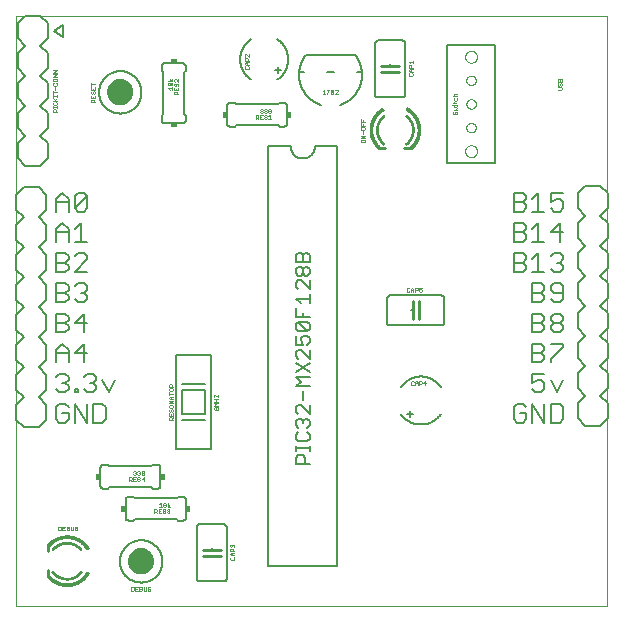
<source format=gto>
G75*
%MOIN*%
%OFA0B0*%
%FSLAX25Y25*%
%IPPOS*%
%LPD*%
%AMOC8*
5,1,8,0,0,1.08239X$1,22.5*
%
%ADD10C,0.00000*%
%ADD11C,0.00500*%
%ADD12C,0.00600*%
%ADD13C,0.01000*%
%ADD14C,0.00200*%
%ADD15C,0.00100*%
%ADD16C,0.06600*%
%ADD17C,0.00060*%
%ADD18C,0.00800*%
%ADD19R,0.01500X0.02000*%
%ADD20R,0.02000X0.01500*%
D10*
X0001800Y0001800D02*
X0001800Y0198650D01*
X0198650Y0198650D01*
X0198650Y0001800D01*
X0001800Y0001800D01*
X0151406Y0153454D02*
X0151408Y0153542D01*
X0151414Y0153630D01*
X0151424Y0153718D01*
X0151438Y0153806D01*
X0151455Y0153892D01*
X0151477Y0153978D01*
X0151502Y0154062D01*
X0151532Y0154146D01*
X0151564Y0154228D01*
X0151601Y0154308D01*
X0151641Y0154387D01*
X0151685Y0154464D01*
X0151732Y0154539D01*
X0151782Y0154611D01*
X0151836Y0154682D01*
X0151892Y0154749D01*
X0151952Y0154815D01*
X0152014Y0154877D01*
X0152080Y0154937D01*
X0152147Y0154993D01*
X0152218Y0155047D01*
X0152290Y0155097D01*
X0152365Y0155144D01*
X0152442Y0155188D01*
X0152521Y0155228D01*
X0152601Y0155265D01*
X0152683Y0155297D01*
X0152767Y0155327D01*
X0152851Y0155352D01*
X0152937Y0155374D01*
X0153023Y0155391D01*
X0153111Y0155405D01*
X0153199Y0155415D01*
X0153287Y0155421D01*
X0153375Y0155423D01*
X0153463Y0155421D01*
X0153551Y0155415D01*
X0153639Y0155405D01*
X0153727Y0155391D01*
X0153813Y0155374D01*
X0153899Y0155352D01*
X0153983Y0155327D01*
X0154067Y0155297D01*
X0154149Y0155265D01*
X0154229Y0155228D01*
X0154308Y0155188D01*
X0154385Y0155144D01*
X0154460Y0155097D01*
X0154532Y0155047D01*
X0154603Y0154993D01*
X0154670Y0154937D01*
X0154736Y0154877D01*
X0154798Y0154815D01*
X0154858Y0154749D01*
X0154914Y0154682D01*
X0154968Y0154611D01*
X0155018Y0154539D01*
X0155065Y0154464D01*
X0155109Y0154387D01*
X0155149Y0154308D01*
X0155186Y0154228D01*
X0155218Y0154146D01*
X0155248Y0154062D01*
X0155273Y0153978D01*
X0155295Y0153892D01*
X0155312Y0153806D01*
X0155326Y0153718D01*
X0155336Y0153630D01*
X0155342Y0153542D01*
X0155344Y0153454D01*
X0155342Y0153366D01*
X0155336Y0153278D01*
X0155326Y0153190D01*
X0155312Y0153102D01*
X0155295Y0153016D01*
X0155273Y0152930D01*
X0155248Y0152846D01*
X0155218Y0152762D01*
X0155186Y0152680D01*
X0155149Y0152600D01*
X0155109Y0152521D01*
X0155065Y0152444D01*
X0155018Y0152369D01*
X0154968Y0152297D01*
X0154914Y0152226D01*
X0154858Y0152159D01*
X0154798Y0152093D01*
X0154736Y0152031D01*
X0154670Y0151971D01*
X0154603Y0151915D01*
X0154532Y0151861D01*
X0154460Y0151811D01*
X0154385Y0151764D01*
X0154308Y0151720D01*
X0154229Y0151680D01*
X0154149Y0151643D01*
X0154067Y0151611D01*
X0153983Y0151581D01*
X0153899Y0151556D01*
X0153813Y0151534D01*
X0153727Y0151517D01*
X0153639Y0151503D01*
X0153551Y0151493D01*
X0153463Y0151487D01*
X0153375Y0151485D01*
X0153287Y0151487D01*
X0153199Y0151493D01*
X0153111Y0151503D01*
X0153023Y0151517D01*
X0152937Y0151534D01*
X0152851Y0151556D01*
X0152767Y0151581D01*
X0152683Y0151611D01*
X0152601Y0151643D01*
X0152521Y0151680D01*
X0152442Y0151720D01*
X0152365Y0151764D01*
X0152290Y0151811D01*
X0152218Y0151861D01*
X0152147Y0151915D01*
X0152080Y0151971D01*
X0152014Y0152031D01*
X0151952Y0152093D01*
X0151892Y0152159D01*
X0151836Y0152226D01*
X0151782Y0152297D01*
X0151732Y0152369D01*
X0151685Y0152444D01*
X0151641Y0152521D01*
X0151601Y0152600D01*
X0151564Y0152680D01*
X0151532Y0152762D01*
X0151502Y0152846D01*
X0151477Y0152930D01*
X0151455Y0153016D01*
X0151438Y0153102D01*
X0151424Y0153190D01*
X0151414Y0153278D01*
X0151408Y0153366D01*
X0151406Y0153454D01*
X0151800Y0161328D02*
X0151802Y0161407D01*
X0151808Y0161486D01*
X0151818Y0161565D01*
X0151832Y0161643D01*
X0151849Y0161720D01*
X0151871Y0161796D01*
X0151896Y0161871D01*
X0151926Y0161944D01*
X0151958Y0162016D01*
X0151995Y0162087D01*
X0152035Y0162155D01*
X0152078Y0162221D01*
X0152124Y0162285D01*
X0152174Y0162347D01*
X0152227Y0162406D01*
X0152282Y0162462D01*
X0152341Y0162516D01*
X0152402Y0162566D01*
X0152465Y0162614D01*
X0152531Y0162658D01*
X0152599Y0162699D01*
X0152669Y0162736D01*
X0152740Y0162770D01*
X0152814Y0162800D01*
X0152888Y0162826D01*
X0152964Y0162848D01*
X0153041Y0162867D01*
X0153119Y0162882D01*
X0153197Y0162893D01*
X0153276Y0162900D01*
X0153355Y0162903D01*
X0153434Y0162902D01*
X0153513Y0162897D01*
X0153592Y0162888D01*
X0153670Y0162875D01*
X0153747Y0162858D01*
X0153824Y0162838D01*
X0153899Y0162813D01*
X0153973Y0162785D01*
X0154046Y0162753D01*
X0154116Y0162718D01*
X0154185Y0162679D01*
X0154252Y0162636D01*
X0154317Y0162590D01*
X0154379Y0162542D01*
X0154439Y0162490D01*
X0154496Y0162435D01*
X0154550Y0162377D01*
X0154601Y0162317D01*
X0154649Y0162254D01*
X0154694Y0162189D01*
X0154736Y0162121D01*
X0154774Y0162052D01*
X0154808Y0161981D01*
X0154839Y0161908D01*
X0154867Y0161833D01*
X0154890Y0161758D01*
X0154910Y0161681D01*
X0154926Y0161604D01*
X0154938Y0161525D01*
X0154946Y0161447D01*
X0154950Y0161368D01*
X0154950Y0161288D01*
X0154946Y0161209D01*
X0154938Y0161131D01*
X0154926Y0161052D01*
X0154910Y0160975D01*
X0154890Y0160898D01*
X0154867Y0160823D01*
X0154839Y0160748D01*
X0154808Y0160675D01*
X0154774Y0160604D01*
X0154736Y0160535D01*
X0154694Y0160467D01*
X0154649Y0160402D01*
X0154601Y0160339D01*
X0154550Y0160279D01*
X0154496Y0160221D01*
X0154439Y0160166D01*
X0154379Y0160114D01*
X0154317Y0160066D01*
X0154252Y0160020D01*
X0154185Y0159977D01*
X0154116Y0159938D01*
X0154046Y0159903D01*
X0153973Y0159871D01*
X0153899Y0159843D01*
X0153824Y0159818D01*
X0153747Y0159798D01*
X0153670Y0159781D01*
X0153592Y0159768D01*
X0153513Y0159759D01*
X0153434Y0159754D01*
X0153355Y0159753D01*
X0153276Y0159756D01*
X0153197Y0159763D01*
X0153119Y0159774D01*
X0153041Y0159789D01*
X0152964Y0159808D01*
X0152888Y0159830D01*
X0152814Y0159856D01*
X0152740Y0159886D01*
X0152669Y0159920D01*
X0152599Y0159957D01*
X0152531Y0159998D01*
X0152465Y0160042D01*
X0152402Y0160090D01*
X0152341Y0160140D01*
X0152282Y0160194D01*
X0152227Y0160250D01*
X0152174Y0160309D01*
X0152124Y0160371D01*
X0152078Y0160435D01*
X0152035Y0160501D01*
X0151995Y0160569D01*
X0151958Y0160640D01*
X0151926Y0160712D01*
X0151896Y0160785D01*
X0151871Y0160860D01*
X0151849Y0160936D01*
X0151832Y0161013D01*
X0151818Y0161091D01*
X0151808Y0161170D01*
X0151802Y0161249D01*
X0151800Y0161328D01*
X0151800Y0169202D02*
X0151802Y0169281D01*
X0151808Y0169360D01*
X0151818Y0169439D01*
X0151832Y0169517D01*
X0151849Y0169594D01*
X0151871Y0169670D01*
X0151896Y0169745D01*
X0151926Y0169818D01*
X0151958Y0169890D01*
X0151995Y0169961D01*
X0152035Y0170029D01*
X0152078Y0170095D01*
X0152124Y0170159D01*
X0152174Y0170221D01*
X0152227Y0170280D01*
X0152282Y0170336D01*
X0152341Y0170390D01*
X0152402Y0170440D01*
X0152465Y0170488D01*
X0152531Y0170532D01*
X0152599Y0170573D01*
X0152669Y0170610D01*
X0152740Y0170644D01*
X0152814Y0170674D01*
X0152888Y0170700D01*
X0152964Y0170722D01*
X0153041Y0170741D01*
X0153119Y0170756D01*
X0153197Y0170767D01*
X0153276Y0170774D01*
X0153355Y0170777D01*
X0153434Y0170776D01*
X0153513Y0170771D01*
X0153592Y0170762D01*
X0153670Y0170749D01*
X0153747Y0170732D01*
X0153824Y0170712D01*
X0153899Y0170687D01*
X0153973Y0170659D01*
X0154046Y0170627D01*
X0154116Y0170592D01*
X0154185Y0170553D01*
X0154252Y0170510D01*
X0154317Y0170464D01*
X0154379Y0170416D01*
X0154439Y0170364D01*
X0154496Y0170309D01*
X0154550Y0170251D01*
X0154601Y0170191D01*
X0154649Y0170128D01*
X0154694Y0170063D01*
X0154736Y0169995D01*
X0154774Y0169926D01*
X0154808Y0169855D01*
X0154839Y0169782D01*
X0154867Y0169707D01*
X0154890Y0169632D01*
X0154910Y0169555D01*
X0154926Y0169478D01*
X0154938Y0169399D01*
X0154946Y0169321D01*
X0154950Y0169242D01*
X0154950Y0169162D01*
X0154946Y0169083D01*
X0154938Y0169005D01*
X0154926Y0168926D01*
X0154910Y0168849D01*
X0154890Y0168772D01*
X0154867Y0168697D01*
X0154839Y0168622D01*
X0154808Y0168549D01*
X0154774Y0168478D01*
X0154736Y0168409D01*
X0154694Y0168341D01*
X0154649Y0168276D01*
X0154601Y0168213D01*
X0154550Y0168153D01*
X0154496Y0168095D01*
X0154439Y0168040D01*
X0154379Y0167988D01*
X0154317Y0167940D01*
X0154252Y0167894D01*
X0154185Y0167851D01*
X0154116Y0167812D01*
X0154046Y0167777D01*
X0153973Y0167745D01*
X0153899Y0167717D01*
X0153824Y0167692D01*
X0153747Y0167672D01*
X0153670Y0167655D01*
X0153592Y0167642D01*
X0153513Y0167633D01*
X0153434Y0167628D01*
X0153355Y0167627D01*
X0153276Y0167630D01*
X0153197Y0167637D01*
X0153119Y0167648D01*
X0153041Y0167663D01*
X0152964Y0167682D01*
X0152888Y0167704D01*
X0152814Y0167730D01*
X0152740Y0167760D01*
X0152669Y0167794D01*
X0152599Y0167831D01*
X0152531Y0167872D01*
X0152465Y0167916D01*
X0152402Y0167964D01*
X0152341Y0168014D01*
X0152282Y0168068D01*
X0152227Y0168124D01*
X0152174Y0168183D01*
X0152124Y0168245D01*
X0152078Y0168309D01*
X0152035Y0168375D01*
X0151995Y0168443D01*
X0151958Y0168514D01*
X0151926Y0168586D01*
X0151896Y0168659D01*
X0151871Y0168734D01*
X0151849Y0168810D01*
X0151832Y0168887D01*
X0151818Y0168965D01*
X0151808Y0169044D01*
X0151802Y0169123D01*
X0151800Y0169202D01*
X0151800Y0177076D02*
X0151802Y0177155D01*
X0151808Y0177234D01*
X0151818Y0177313D01*
X0151832Y0177391D01*
X0151849Y0177468D01*
X0151871Y0177544D01*
X0151896Y0177619D01*
X0151926Y0177692D01*
X0151958Y0177764D01*
X0151995Y0177835D01*
X0152035Y0177903D01*
X0152078Y0177969D01*
X0152124Y0178033D01*
X0152174Y0178095D01*
X0152227Y0178154D01*
X0152282Y0178210D01*
X0152341Y0178264D01*
X0152402Y0178314D01*
X0152465Y0178362D01*
X0152531Y0178406D01*
X0152599Y0178447D01*
X0152669Y0178484D01*
X0152740Y0178518D01*
X0152814Y0178548D01*
X0152888Y0178574D01*
X0152964Y0178596D01*
X0153041Y0178615D01*
X0153119Y0178630D01*
X0153197Y0178641D01*
X0153276Y0178648D01*
X0153355Y0178651D01*
X0153434Y0178650D01*
X0153513Y0178645D01*
X0153592Y0178636D01*
X0153670Y0178623D01*
X0153747Y0178606D01*
X0153824Y0178586D01*
X0153899Y0178561D01*
X0153973Y0178533D01*
X0154046Y0178501D01*
X0154116Y0178466D01*
X0154185Y0178427D01*
X0154252Y0178384D01*
X0154317Y0178338D01*
X0154379Y0178290D01*
X0154439Y0178238D01*
X0154496Y0178183D01*
X0154550Y0178125D01*
X0154601Y0178065D01*
X0154649Y0178002D01*
X0154694Y0177937D01*
X0154736Y0177869D01*
X0154774Y0177800D01*
X0154808Y0177729D01*
X0154839Y0177656D01*
X0154867Y0177581D01*
X0154890Y0177506D01*
X0154910Y0177429D01*
X0154926Y0177352D01*
X0154938Y0177273D01*
X0154946Y0177195D01*
X0154950Y0177116D01*
X0154950Y0177036D01*
X0154946Y0176957D01*
X0154938Y0176879D01*
X0154926Y0176800D01*
X0154910Y0176723D01*
X0154890Y0176646D01*
X0154867Y0176571D01*
X0154839Y0176496D01*
X0154808Y0176423D01*
X0154774Y0176352D01*
X0154736Y0176283D01*
X0154694Y0176215D01*
X0154649Y0176150D01*
X0154601Y0176087D01*
X0154550Y0176027D01*
X0154496Y0175969D01*
X0154439Y0175914D01*
X0154379Y0175862D01*
X0154317Y0175814D01*
X0154252Y0175768D01*
X0154185Y0175725D01*
X0154116Y0175686D01*
X0154046Y0175651D01*
X0153973Y0175619D01*
X0153899Y0175591D01*
X0153824Y0175566D01*
X0153747Y0175546D01*
X0153670Y0175529D01*
X0153592Y0175516D01*
X0153513Y0175507D01*
X0153434Y0175502D01*
X0153355Y0175501D01*
X0153276Y0175504D01*
X0153197Y0175511D01*
X0153119Y0175522D01*
X0153041Y0175537D01*
X0152964Y0175556D01*
X0152888Y0175578D01*
X0152814Y0175604D01*
X0152740Y0175634D01*
X0152669Y0175668D01*
X0152599Y0175705D01*
X0152531Y0175746D01*
X0152465Y0175790D01*
X0152402Y0175838D01*
X0152341Y0175888D01*
X0152282Y0175942D01*
X0152227Y0175998D01*
X0152174Y0176057D01*
X0152124Y0176119D01*
X0152078Y0176183D01*
X0152035Y0176249D01*
X0151995Y0176317D01*
X0151958Y0176388D01*
X0151926Y0176460D01*
X0151896Y0176533D01*
X0151871Y0176608D01*
X0151849Y0176684D01*
X0151832Y0176761D01*
X0151818Y0176839D01*
X0151808Y0176918D01*
X0151802Y0176997D01*
X0151800Y0177076D01*
X0151406Y0184950D02*
X0151408Y0185038D01*
X0151414Y0185126D01*
X0151424Y0185214D01*
X0151438Y0185302D01*
X0151455Y0185388D01*
X0151477Y0185474D01*
X0151502Y0185558D01*
X0151532Y0185642D01*
X0151564Y0185724D01*
X0151601Y0185804D01*
X0151641Y0185883D01*
X0151685Y0185960D01*
X0151732Y0186035D01*
X0151782Y0186107D01*
X0151836Y0186178D01*
X0151892Y0186245D01*
X0151952Y0186311D01*
X0152014Y0186373D01*
X0152080Y0186433D01*
X0152147Y0186489D01*
X0152218Y0186543D01*
X0152290Y0186593D01*
X0152365Y0186640D01*
X0152442Y0186684D01*
X0152521Y0186724D01*
X0152601Y0186761D01*
X0152683Y0186793D01*
X0152767Y0186823D01*
X0152851Y0186848D01*
X0152937Y0186870D01*
X0153023Y0186887D01*
X0153111Y0186901D01*
X0153199Y0186911D01*
X0153287Y0186917D01*
X0153375Y0186919D01*
X0153463Y0186917D01*
X0153551Y0186911D01*
X0153639Y0186901D01*
X0153727Y0186887D01*
X0153813Y0186870D01*
X0153899Y0186848D01*
X0153983Y0186823D01*
X0154067Y0186793D01*
X0154149Y0186761D01*
X0154229Y0186724D01*
X0154308Y0186684D01*
X0154385Y0186640D01*
X0154460Y0186593D01*
X0154532Y0186543D01*
X0154603Y0186489D01*
X0154670Y0186433D01*
X0154736Y0186373D01*
X0154798Y0186311D01*
X0154858Y0186245D01*
X0154914Y0186178D01*
X0154968Y0186107D01*
X0155018Y0186035D01*
X0155065Y0185960D01*
X0155109Y0185883D01*
X0155149Y0185804D01*
X0155186Y0185724D01*
X0155218Y0185642D01*
X0155248Y0185558D01*
X0155273Y0185474D01*
X0155295Y0185388D01*
X0155312Y0185302D01*
X0155326Y0185214D01*
X0155336Y0185126D01*
X0155342Y0185038D01*
X0155344Y0184950D01*
X0155342Y0184862D01*
X0155336Y0184774D01*
X0155326Y0184686D01*
X0155312Y0184598D01*
X0155295Y0184512D01*
X0155273Y0184426D01*
X0155248Y0184342D01*
X0155218Y0184258D01*
X0155186Y0184176D01*
X0155149Y0184096D01*
X0155109Y0184017D01*
X0155065Y0183940D01*
X0155018Y0183865D01*
X0154968Y0183793D01*
X0154914Y0183722D01*
X0154858Y0183655D01*
X0154798Y0183589D01*
X0154736Y0183527D01*
X0154670Y0183467D01*
X0154603Y0183411D01*
X0154532Y0183357D01*
X0154460Y0183307D01*
X0154385Y0183260D01*
X0154308Y0183216D01*
X0154229Y0183176D01*
X0154149Y0183139D01*
X0154067Y0183107D01*
X0153983Y0183077D01*
X0153899Y0183052D01*
X0153813Y0183030D01*
X0153727Y0183013D01*
X0153639Y0182999D01*
X0153551Y0182989D01*
X0153463Y0182983D01*
X0153375Y0182981D01*
X0153287Y0182983D01*
X0153199Y0182989D01*
X0153111Y0182999D01*
X0153023Y0183013D01*
X0152937Y0183030D01*
X0152851Y0183052D01*
X0152767Y0183077D01*
X0152683Y0183107D01*
X0152601Y0183139D01*
X0152521Y0183176D01*
X0152442Y0183216D01*
X0152365Y0183260D01*
X0152290Y0183307D01*
X0152218Y0183357D01*
X0152147Y0183411D01*
X0152080Y0183467D01*
X0152014Y0183527D01*
X0151952Y0183589D01*
X0151892Y0183655D01*
X0151836Y0183722D01*
X0151782Y0183793D01*
X0151732Y0183865D01*
X0151685Y0183940D01*
X0151641Y0184017D01*
X0151601Y0184096D01*
X0151564Y0184176D01*
X0151532Y0184258D01*
X0151502Y0184342D01*
X0151477Y0184426D01*
X0151455Y0184512D01*
X0151438Y0184598D01*
X0151424Y0184686D01*
X0151414Y0184774D01*
X0151408Y0184862D01*
X0151406Y0184950D01*
D11*
X0145501Y0188887D02*
X0161249Y0188887D01*
X0161249Y0149517D01*
X0145501Y0149517D01*
X0145501Y0188887D01*
X0167542Y0139555D02*
X0170645Y0139555D01*
X0171679Y0138521D01*
X0171679Y0137487D01*
X0170645Y0136453D01*
X0167542Y0136453D01*
X0167542Y0139555D02*
X0167542Y0133350D01*
X0170645Y0133350D01*
X0171679Y0134384D01*
X0171679Y0135418D01*
X0170645Y0136453D01*
X0173711Y0137487D02*
X0175780Y0139555D01*
X0175780Y0133350D01*
X0177848Y0133350D02*
X0173711Y0133350D01*
X0175780Y0129505D02*
X0175780Y0123300D01*
X0177848Y0123300D02*
X0173711Y0123300D01*
X0171679Y0124334D02*
X0170645Y0123300D01*
X0167542Y0123300D01*
X0167542Y0129505D01*
X0170645Y0129505D01*
X0171679Y0128471D01*
X0171679Y0127437D01*
X0170645Y0126403D01*
X0167542Y0126403D01*
X0170645Y0126403D02*
X0171679Y0125368D01*
X0171679Y0124334D01*
X0173711Y0127437D02*
X0175780Y0129505D01*
X0179881Y0126403D02*
X0184018Y0126403D01*
X0182983Y0129505D02*
X0179881Y0126403D01*
X0182983Y0129505D02*
X0182983Y0123300D01*
X0182983Y0119455D02*
X0180915Y0119455D01*
X0179881Y0118421D01*
X0181949Y0116353D02*
X0182983Y0116353D01*
X0184018Y0115318D01*
X0184018Y0114284D01*
X0182983Y0113250D01*
X0180915Y0113250D01*
X0179881Y0114284D01*
X0177848Y0113250D02*
X0173711Y0113250D01*
X0175780Y0113250D02*
X0175780Y0119455D01*
X0173711Y0117387D01*
X0171679Y0117387D02*
X0171679Y0118421D01*
X0170645Y0119455D01*
X0167542Y0119455D01*
X0167542Y0113250D01*
X0170645Y0113250D01*
X0171679Y0114284D01*
X0171679Y0115318D01*
X0170645Y0116353D01*
X0167542Y0116353D01*
X0170645Y0116353D02*
X0171679Y0117387D01*
X0173711Y0109405D02*
X0176814Y0109405D01*
X0177848Y0108371D01*
X0177848Y0107337D01*
X0176814Y0106303D01*
X0173711Y0106303D01*
X0173711Y0109405D02*
X0173711Y0103200D01*
X0176814Y0103200D01*
X0177848Y0104234D01*
X0177848Y0105268D01*
X0176814Y0106303D01*
X0179881Y0107337D02*
X0180915Y0106303D01*
X0184018Y0106303D01*
X0184018Y0108371D02*
X0182983Y0109405D01*
X0180915Y0109405D01*
X0179881Y0108371D01*
X0179881Y0107337D01*
X0179881Y0104234D02*
X0180915Y0103200D01*
X0182983Y0103200D01*
X0184018Y0104234D01*
X0184018Y0108371D01*
X0182983Y0116353D02*
X0184018Y0117387D01*
X0184018Y0118421D01*
X0182983Y0119455D01*
X0182983Y0133350D02*
X0180915Y0133350D01*
X0179881Y0134384D01*
X0179881Y0136453D02*
X0181949Y0137487D01*
X0182983Y0137487D01*
X0184018Y0136453D01*
X0184018Y0134384D01*
X0182983Y0133350D01*
X0179881Y0136453D02*
X0179881Y0139555D01*
X0184018Y0139555D01*
X0182983Y0099355D02*
X0180915Y0099355D01*
X0179881Y0098321D01*
X0179881Y0097287D01*
X0180915Y0096253D01*
X0182983Y0096253D01*
X0184018Y0095218D01*
X0184018Y0094184D01*
X0182983Y0093150D01*
X0180915Y0093150D01*
X0179881Y0094184D01*
X0179881Y0095218D01*
X0180915Y0096253D01*
X0182983Y0096253D02*
X0184018Y0097287D01*
X0184018Y0098321D01*
X0182983Y0099355D01*
X0177848Y0098321D02*
X0177848Y0097287D01*
X0176814Y0096253D01*
X0173711Y0096253D01*
X0173711Y0099355D02*
X0176814Y0099355D01*
X0177848Y0098321D01*
X0176814Y0096253D02*
X0177848Y0095218D01*
X0177848Y0094184D01*
X0176814Y0093150D01*
X0173711Y0093150D01*
X0173711Y0099355D01*
X0173711Y0089305D02*
X0176814Y0089305D01*
X0177848Y0088271D01*
X0177848Y0087237D01*
X0176814Y0086203D01*
X0173711Y0086203D01*
X0173711Y0089305D02*
X0173711Y0083100D01*
X0176814Y0083100D01*
X0177848Y0084134D01*
X0177848Y0085168D01*
X0176814Y0086203D01*
X0179881Y0084134D02*
X0179881Y0083100D01*
X0179881Y0084134D02*
X0184018Y0088271D01*
X0184018Y0089305D01*
X0179881Y0089305D01*
X0177848Y0079255D02*
X0173711Y0079255D01*
X0173711Y0076153D01*
X0175780Y0077187D01*
X0176814Y0077187D01*
X0177848Y0076153D01*
X0177848Y0074084D01*
X0176814Y0073050D01*
X0174746Y0073050D01*
X0173711Y0074084D01*
X0173711Y0069205D02*
X0177848Y0063000D01*
X0177848Y0069205D01*
X0179881Y0069205D02*
X0182983Y0069205D01*
X0184018Y0068171D01*
X0184018Y0064034D01*
X0182983Y0063000D01*
X0179881Y0063000D01*
X0179881Y0069205D01*
X0181949Y0073050D02*
X0184018Y0077187D01*
X0179881Y0077187D02*
X0181949Y0073050D01*
X0173711Y0069205D02*
X0173711Y0063000D01*
X0171679Y0064034D02*
X0171679Y0066103D01*
X0169611Y0066103D01*
X0171679Y0064034D02*
X0170645Y0063000D01*
X0168576Y0063000D01*
X0167542Y0064034D01*
X0167542Y0068171D01*
X0168576Y0069205D01*
X0170645Y0069205D01*
X0171679Y0068171D01*
X0099522Y0068937D02*
X0099522Y0065935D01*
X0096520Y0068937D01*
X0095769Y0068937D01*
X0095019Y0068187D01*
X0095019Y0066685D01*
X0095769Y0065935D01*
X0095769Y0064333D02*
X0096520Y0064333D01*
X0097271Y0063583D01*
X0098021Y0064333D01*
X0098772Y0064333D01*
X0099522Y0063583D01*
X0099522Y0062081D01*
X0098772Y0061331D01*
X0098772Y0059729D02*
X0099522Y0058979D01*
X0099522Y0057477D01*
X0098772Y0056727D01*
X0095769Y0056727D01*
X0095019Y0057477D01*
X0095019Y0058979D01*
X0095769Y0059729D01*
X0095769Y0061331D02*
X0095019Y0062081D01*
X0095019Y0063583D01*
X0095769Y0064333D01*
X0097271Y0063583D02*
X0097271Y0062832D01*
X0097271Y0070539D02*
X0097271Y0073541D01*
X0099522Y0075142D02*
X0095019Y0075142D01*
X0096520Y0076644D01*
X0095019Y0078145D01*
X0099522Y0078145D01*
X0099522Y0079746D02*
X0095019Y0082749D01*
X0095769Y0084350D02*
X0095019Y0085101D01*
X0095019Y0086602D01*
X0095769Y0087353D01*
X0096520Y0087353D01*
X0099522Y0084350D01*
X0099522Y0087353D01*
X0098772Y0088954D02*
X0099522Y0089705D01*
X0099522Y0091206D01*
X0098772Y0091957D01*
X0097271Y0091957D01*
X0096520Y0091206D01*
X0096520Y0090456D01*
X0097271Y0088954D01*
X0095019Y0088954D01*
X0095019Y0091957D01*
X0095769Y0093558D02*
X0095019Y0094309D01*
X0095019Y0095810D01*
X0095769Y0096561D01*
X0098772Y0093558D01*
X0099522Y0094309D01*
X0099522Y0095810D01*
X0098772Y0096561D01*
X0095769Y0096561D01*
X0095019Y0098162D02*
X0095019Y0101165D01*
X0096520Y0102766D02*
X0095019Y0104267D01*
X0099522Y0104267D01*
X0099522Y0102766D02*
X0099522Y0105769D01*
X0099522Y0107370D02*
X0096520Y0110373D01*
X0095769Y0110373D01*
X0095019Y0109622D01*
X0095019Y0108121D01*
X0095769Y0107370D01*
X0099522Y0107370D02*
X0099522Y0110373D01*
X0098772Y0111974D02*
X0098021Y0111974D01*
X0097271Y0112725D01*
X0097271Y0114226D01*
X0098021Y0114976D01*
X0098772Y0114976D01*
X0099522Y0114226D01*
X0099522Y0112725D01*
X0098772Y0111974D01*
X0097271Y0112725D02*
X0096520Y0111974D01*
X0095769Y0111974D01*
X0095019Y0112725D01*
X0095019Y0114226D01*
X0095769Y0114976D01*
X0096520Y0114976D01*
X0097271Y0114226D01*
X0097271Y0116578D02*
X0097271Y0118830D01*
X0098021Y0119580D01*
X0098772Y0119580D01*
X0099522Y0118830D01*
X0099522Y0116578D01*
X0095019Y0116578D01*
X0095019Y0118830D01*
X0095769Y0119580D01*
X0096520Y0119580D01*
X0097271Y0118830D01*
X0097271Y0099663D02*
X0097271Y0098162D01*
X0099522Y0098162D02*
X0095019Y0098162D01*
X0095769Y0093558D02*
X0098772Y0093558D01*
X0099522Y0082749D02*
X0095019Y0079746D01*
X0095019Y0055159D02*
X0095019Y0053657D01*
X0095019Y0054408D02*
X0099522Y0054408D01*
X0099522Y0053657D02*
X0099522Y0055159D01*
X0097271Y0052056D02*
X0095769Y0052056D01*
X0095019Y0051305D01*
X0095019Y0049054D01*
X0099522Y0049054D01*
X0098021Y0049054D02*
X0098021Y0051305D01*
X0097271Y0052056D01*
X0066761Y0054162D02*
X0054950Y0054162D01*
X0054950Y0085658D01*
X0066761Y0085658D01*
X0066761Y0054162D01*
X0064792Y0064005D02*
X0056918Y0064005D01*
X0056918Y0065973D02*
X0056918Y0073847D01*
X0064792Y0073847D01*
X0064792Y0065973D01*
X0056918Y0065973D01*
X0056918Y0075816D02*
X0064792Y0075816D01*
X0034610Y0077187D02*
X0032542Y0073050D01*
X0030473Y0077187D01*
X0028441Y0077187D02*
X0027407Y0076153D01*
X0028441Y0075118D01*
X0028441Y0074084D01*
X0027407Y0073050D01*
X0025338Y0073050D01*
X0024304Y0074084D01*
X0022253Y0074084D02*
X0022253Y0073050D01*
X0021219Y0073050D01*
X0021219Y0074084D01*
X0022253Y0074084D01*
X0019187Y0074084D02*
X0019187Y0075118D01*
X0018153Y0076153D01*
X0017118Y0076153D01*
X0018153Y0076153D02*
X0019187Y0077187D01*
X0019187Y0078221D01*
X0018153Y0079255D01*
X0016084Y0079255D01*
X0015050Y0078221D01*
X0015050Y0083100D02*
X0015050Y0087237D01*
X0017118Y0089305D01*
X0019187Y0087237D01*
X0019187Y0083100D01*
X0019187Y0086203D02*
X0015050Y0086203D01*
X0021219Y0086203D02*
X0025356Y0086203D01*
X0024322Y0089305D02*
X0021219Y0086203D01*
X0024322Y0089305D02*
X0024322Y0083100D01*
X0025338Y0079255D02*
X0024304Y0078221D01*
X0025338Y0079255D02*
X0027407Y0079255D01*
X0028441Y0078221D01*
X0028441Y0077187D01*
X0027407Y0076153D02*
X0026372Y0076153D01*
X0025356Y0069205D02*
X0025356Y0063000D01*
X0021219Y0069205D01*
X0021219Y0063000D01*
X0019187Y0064034D02*
X0019187Y0066103D01*
X0017118Y0066103D01*
X0015050Y0068171D02*
X0015050Y0064034D01*
X0016084Y0063000D01*
X0018153Y0063000D01*
X0019187Y0064034D01*
X0019187Y0068171D02*
X0018153Y0069205D01*
X0016084Y0069205D01*
X0015050Y0068171D01*
X0016084Y0073050D02*
X0015050Y0074084D01*
X0016084Y0073050D02*
X0018153Y0073050D01*
X0019187Y0074084D01*
X0027389Y0069205D02*
X0030491Y0069205D01*
X0031525Y0068171D01*
X0031525Y0064034D01*
X0030491Y0063000D01*
X0027389Y0063000D01*
X0027389Y0069205D01*
X0024322Y0093150D02*
X0024322Y0099355D01*
X0021219Y0096253D01*
X0025356Y0096253D01*
X0019187Y0097287D02*
X0018153Y0096253D01*
X0015050Y0096253D01*
X0015050Y0099355D02*
X0018153Y0099355D01*
X0019187Y0098321D01*
X0019187Y0097287D01*
X0018153Y0096253D02*
X0019187Y0095218D01*
X0019187Y0094184D01*
X0018153Y0093150D01*
X0015050Y0093150D01*
X0015050Y0099355D01*
X0015050Y0103200D02*
X0018153Y0103200D01*
X0019187Y0104234D01*
X0019187Y0105268D01*
X0018153Y0106303D01*
X0015050Y0106303D01*
X0015050Y0109405D02*
X0018153Y0109405D01*
X0019187Y0108371D01*
X0019187Y0107337D01*
X0018153Y0106303D01*
X0015050Y0109405D02*
X0015050Y0103200D01*
X0021219Y0104234D02*
X0022253Y0103200D01*
X0024322Y0103200D01*
X0025356Y0104234D01*
X0025356Y0105268D01*
X0024322Y0106303D01*
X0023288Y0106303D01*
X0024322Y0106303D02*
X0025356Y0107337D01*
X0025356Y0108371D01*
X0024322Y0109405D01*
X0022253Y0109405D01*
X0021219Y0108371D01*
X0021219Y0113250D02*
X0025356Y0117387D01*
X0025356Y0118421D01*
X0024322Y0119455D01*
X0022253Y0119455D01*
X0021219Y0118421D01*
X0019187Y0118421D02*
X0019187Y0117387D01*
X0018153Y0116353D01*
X0015050Y0116353D01*
X0015050Y0119455D02*
X0018153Y0119455D01*
X0019187Y0118421D01*
X0018153Y0116353D02*
X0019187Y0115318D01*
X0019187Y0114284D01*
X0018153Y0113250D01*
X0015050Y0113250D01*
X0015050Y0119455D01*
X0015050Y0123300D02*
X0015050Y0127437D01*
X0017118Y0129505D01*
X0019187Y0127437D01*
X0019187Y0123300D01*
X0021219Y0123300D02*
X0025356Y0123300D01*
X0023288Y0123300D02*
X0023288Y0129505D01*
X0021219Y0127437D01*
X0019187Y0126403D02*
X0015050Y0126403D01*
X0015050Y0133350D02*
X0015050Y0137487D01*
X0017118Y0139555D01*
X0019187Y0137487D01*
X0019187Y0133350D01*
X0021219Y0134384D02*
X0025356Y0138521D01*
X0025356Y0134384D01*
X0024322Y0133350D01*
X0022253Y0133350D01*
X0021219Y0134384D01*
X0021219Y0138521D01*
X0022253Y0139555D01*
X0024322Y0139555D01*
X0025356Y0138521D01*
X0019187Y0136453D02*
X0015050Y0136453D01*
X0021219Y0113250D02*
X0025356Y0113250D01*
X0029375Y0173099D02*
X0029377Y0173273D01*
X0029384Y0173446D01*
X0029394Y0173619D01*
X0029409Y0173792D01*
X0029428Y0173965D01*
X0029452Y0174137D01*
X0029479Y0174308D01*
X0029511Y0174478D01*
X0029547Y0174648D01*
X0029587Y0174817D01*
X0029631Y0174985D01*
X0029679Y0175152D01*
X0029732Y0175317D01*
X0029788Y0175481D01*
X0029849Y0175644D01*
X0029913Y0175805D01*
X0029982Y0175964D01*
X0030054Y0176122D01*
X0030130Y0176278D01*
X0030210Y0176432D01*
X0030294Y0176584D01*
X0030381Y0176734D01*
X0030472Y0176882D01*
X0030567Y0177027D01*
X0030665Y0177171D01*
X0030767Y0177311D01*
X0030872Y0177449D01*
X0030980Y0177585D01*
X0031092Y0177718D01*
X0031207Y0177848D01*
X0031325Y0177975D01*
X0031446Y0178099D01*
X0031570Y0178220D01*
X0031697Y0178338D01*
X0031827Y0178453D01*
X0031960Y0178565D01*
X0032096Y0178673D01*
X0032234Y0178778D01*
X0032374Y0178880D01*
X0032518Y0178978D01*
X0032663Y0179073D01*
X0032811Y0179164D01*
X0032961Y0179251D01*
X0033113Y0179335D01*
X0033267Y0179415D01*
X0033423Y0179491D01*
X0033581Y0179563D01*
X0033740Y0179632D01*
X0033901Y0179696D01*
X0034064Y0179757D01*
X0034228Y0179813D01*
X0034393Y0179866D01*
X0034560Y0179914D01*
X0034728Y0179958D01*
X0034897Y0179998D01*
X0035067Y0180034D01*
X0035237Y0180066D01*
X0035408Y0180093D01*
X0035580Y0180117D01*
X0035753Y0180136D01*
X0035926Y0180151D01*
X0036099Y0180161D01*
X0036272Y0180168D01*
X0036446Y0180170D01*
X0036620Y0180168D01*
X0036793Y0180161D01*
X0036966Y0180151D01*
X0037139Y0180136D01*
X0037312Y0180117D01*
X0037484Y0180093D01*
X0037655Y0180066D01*
X0037825Y0180034D01*
X0037995Y0179998D01*
X0038164Y0179958D01*
X0038332Y0179914D01*
X0038499Y0179866D01*
X0038664Y0179813D01*
X0038828Y0179757D01*
X0038991Y0179696D01*
X0039152Y0179632D01*
X0039311Y0179563D01*
X0039469Y0179491D01*
X0039625Y0179415D01*
X0039779Y0179335D01*
X0039931Y0179251D01*
X0040081Y0179164D01*
X0040229Y0179073D01*
X0040374Y0178978D01*
X0040518Y0178880D01*
X0040658Y0178778D01*
X0040796Y0178673D01*
X0040932Y0178565D01*
X0041065Y0178453D01*
X0041195Y0178338D01*
X0041322Y0178220D01*
X0041446Y0178099D01*
X0041567Y0177975D01*
X0041685Y0177848D01*
X0041800Y0177718D01*
X0041912Y0177585D01*
X0042020Y0177449D01*
X0042125Y0177311D01*
X0042227Y0177171D01*
X0042325Y0177027D01*
X0042420Y0176882D01*
X0042511Y0176734D01*
X0042598Y0176584D01*
X0042682Y0176432D01*
X0042762Y0176278D01*
X0042838Y0176122D01*
X0042910Y0175964D01*
X0042979Y0175805D01*
X0043043Y0175644D01*
X0043104Y0175481D01*
X0043160Y0175317D01*
X0043213Y0175152D01*
X0043261Y0174985D01*
X0043305Y0174817D01*
X0043345Y0174648D01*
X0043381Y0174478D01*
X0043413Y0174308D01*
X0043440Y0174137D01*
X0043464Y0173965D01*
X0043483Y0173792D01*
X0043498Y0173619D01*
X0043508Y0173446D01*
X0043515Y0173273D01*
X0043517Y0173099D01*
X0043515Y0172925D01*
X0043508Y0172752D01*
X0043498Y0172579D01*
X0043483Y0172406D01*
X0043464Y0172233D01*
X0043440Y0172061D01*
X0043413Y0171890D01*
X0043381Y0171720D01*
X0043345Y0171550D01*
X0043305Y0171381D01*
X0043261Y0171213D01*
X0043213Y0171046D01*
X0043160Y0170881D01*
X0043104Y0170717D01*
X0043043Y0170554D01*
X0042979Y0170393D01*
X0042910Y0170234D01*
X0042838Y0170076D01*
X0042762Y0169920D01*
X0042682Y0169766D01*
X0042598Y0169614D01*
X0042511Y0169464D01*
X0042420Y0169316D01*
X0042325Y0169171D01*
X0042227Y0169027D01*
X0042125Y0168887D01*
X0042020Y0168749D01*
X0041912Y0168613D01*
X0041800Y0168480D01*
X0041685Y0168350D01*
X0041567Y0168223D01*
X0041446Y0168099D01*
X0041322Y0167978D01*
X0041195Y0167860D01*
X0041065Y0167745D01*
X0040932Y0167633D01*
X0040796Y0167525D01*
X0040658Y0167420D01*
X0040518Y0167318D01*
X0040374Y0167220D01*
X0040229Y0167125D01*
X0040081Y0167034D01*
X0039931Y0166947D01*
X0039779Y0166863D01*
X0039625Y0166783D01*
X0039469Y0166707D01*
X0039311Y0166635D01*
X0039152Y0166566D01*
X0038991Y0166502D01*
X0038828Y0166441D01*
X0038664Y0166385D01*
X0038499Y0166332D01*
X0038332Y0166284D01*
X0038164Y0166240D01*
X0037995Y0166200D01*
X0037825Y0166164D01*
X0037655Y0166132D01*
X0037484Y0166105D01*
X0037312Y0166081D01*
X0037139Y0166062D01*
X0036966Y0166047D01*
X0036793Y0166037D01*
X0036620Y0166030D01*
X0036446Y0166028D01*
X0036272Y0166030D01*
X0036099Y0166037D01*
X0035926Y0166047D01*
X0035753Y0166062D01*
X0035580Y0166081D01*
X0035408Y0166105D01*
X0035237Y0166132D01*
X0035067Y0166164D01*
X0034897Y0166200D01*
X0034728Y0166240D01*
X0034560Y0166284D01*
X0034393Y0166332D01*
X0034228Y0166385D01*
X0034064Y0166441D01*
X0033901Y0166502D01*
X0033740Y0166566D01*
X0033581Y0166635D01*
X0033423Y0166707D01*
X0033267Y0166783D01*
X0033113Y0166863D01*
X0032961Y0166947D01*
X0032811Y0167034D01*
X0032663Y0167125D01*
X0032518Y0167220D01*
X0032374Y0167318D01*
X0032234Y0167420D01*
X0032096Y0167525D01*
X0031960Y0167633D01*
X0031827Y0167745D01*
X0031697Y0167860D01*
X0031570Y0167978D01*
X0031446Y0168099D01*
X0031325Y0168223D01*
X0031207Y0168350D01*
X0031092Y0168480D01*
X0030980Y0168613D01*
X0030872Y0168749D01*
X0030767Y0168887D01*
X0030665Y0169027D01*
X0030567Y0169171D01*
X0030472Y0169316D01*
X0030381Y0169464D01*
X0030294Y0169614D01*
X0030210Y0169766D01*
X0030130Y0169920D01*
X0030054Y0170076D01*
X0029982Y0170234D01*
X0029913Y0170393D01*
X0029849Y0170554D01*
X0029788Y0170717D01*
X0029732Y0170881D01*
X0029679Y0171046D01*
X0029631Y0171213D01*
X0029587Y0171381D01*
X0029547Y0171550D01*
X0029511Y0171720D01*
X0029479Y0171890D01*
X0029452Y0172061D01*
X0029428Y0172233D01*
X0029409Y0172406D01*
X0029394Y0172579D01*
X0029384Y0172752D01*
X0029377Y0172925D01*
X0029375Y0173099D01*
X0017202Y0191690D02*
X0014202Y0193690D01*
X0017202Y0195690D01*
X0017202Y0191690D01*
X0036343Y0016761D02*
X0036345Y0016935D01*
X0036352Y0017108D01*
X0036362Y0017281D01*
X0036377Y0017454D01*
X0036396Y0017627D01*
X0036420Y0017799D01*
X0036447Y0017970D01*
X0036479Y0018140D01*
X0036515Y0018310D01*
X0036555Y0018479D01*
X0036599Y0018647D01*
X0036647Y0018814D01*
X0036700Y0018979D01*
X0036756Y0019143D01*
X0036817Y0019306D01*
X0036881Y0019467D01*
X0036950Y0019626D01*
X0037022Y0019784D01*
X0037098Y0019940D01*
X0037178Y0020094D01*
X0037262Y0020246D01*
X0037349Y0020396D01*
X0037440Y0020544D01*
X0037535Y0020689D01*
X0037633Y0020833D01*
X0037735Y0020973D01*
X0037840Y0021111D01*
X0037948Y0021247D01*
X0038060Y0021380D01*
X0038175Y0021510D01*
X0038293Y0021637D01*
X0038414Y0021761D01*
X0038538Y0021882D01*
X0038665Y0022000D01*
X0038795Y0022115D01*
X0038928Y0022227D01*
X0039064Y0022335D01*
X0039202Y0022440D01*
X0039342Y0022542D01*
X0039486Y0022640D01*
X0039631Y0022735D01*
X0039779Y0022826D01*
X0039929Y0022913D01*
X0040081Y0022997D01*
X0040235Y0023077D01*
X0040391Y0023153D01*
X0040549Y0023225D01*
X0040708Y0023294D01*
X0040869Y0023358D01*
X0041032Y0023419D01*
X0041196Y0023475D01*
X0041361Y0023528D01*
X0041528Y0023576D01*
X0041696Y0023620D01*
X0041865Y0023660D01*
X0042035Y0023696D01*
X0042205Y0023728D01*
X0042376Y0023755D01*
X0042548Y0023779D01*
X0042721Y0023798D01*
X0042894Y0023813D01*
X0043067Y0023823D01*
X0043240Y0023830D01*
X0043414Y0023832D01*
X0043588Y0023830D01*
X0043761Y0023823D01*
X0043934Y0023813D01*
X0044107Y0023798D01*
X0044280Y0023779D01*
X0044452Y0023755D01*
X0044623Y0023728D01*
X0044793Y0023696D01*
X0044963Y0023660D01*
X0045132Y0023620D01*
X0045300Y0023576D01*
X0045467Y0023528D01*
X0045632Y0023475D01*
X0045796Y0023419D01*
X0045959Y0023358D01*
X0046120Y0023294D01*
X0046279Y0023225D01*
X0046437Y0023153D01*
X0046593Y0023077D01*
X0046747Y0022997D01*
X0046899Y0022913D01*
X0047049Y0022826D01*
X0047197Y0022735D01*
X0047342Y0022640D01*
X0047486Y0022542D01*
X0047626Y0022440D01*
X0047764Y0022335D01*
X0047900Y0022227D01*
X0048033Y0022115D01*
X0048163Y0022000D01*
X0048290Y0021882D01*
X0048414Y0021761D01*
X0048535Y0021637D01*
X0048653Y0021510D01*
X0048768Y0021380D01*
X0048880Y0021247D01*
X0048988Y0021111D01*
X0049093Y0020973D01*
X0049195Y0020833D01*
X0049293Y0020689D01*
X0049388Y0020544D01*
X0049479Y0020396D01*
X0049566Y0020246D01*
X0049650Y0020094D01*
X0049730Y0019940D01*
X0049806Y0019784D01*
X0049878Y0019626D01*
X0049947Y0019467D01*
X0050011Y0019306D01*
X0050072Y0019143D01*
X0050128Y0018979D01*
X0050181Y0018814D01*
X0050229Y0018647D01*
X0050273Y0018479D01*
X0050313Y0018310D01*
X0050349Y0018140D01*
X0050381Y0017970D01*
X0050408Y0017799D01*
X0050432Y0017627D01*
X0050451Y0017454D01*
X0050466Y0017281D01*
X0050476Y0017108D01*
X0050483Y0016935D01*
X0050485Y0016761D01*
X0050483Y0016587D01*
X0050476Y0016414D01*
X0050466Y0016241D01*
X0050451Y0016068D01*
X0050432Y0015895D01*
X0050408Y0015723D01*
X0050381Y0015552D01*
X0050349Y0015382D01*
X0050313Y0015212D01*
X0050273Y0015043D01*
X0050229Y0014875D01*
X0050181Y0014708D01*
X0050128Y0014543D01*
X0050072Y0014379D01*
X0050011Y0014216D01*
X0049947Y0014055D01*
X0049878Y0013896D01*
X0049806Y0013738D01*
X0049730Y0013582D01*
X0049650Y0013428D01*
X0049566Y0013276D01*
X0049479Y0013126D01*
X0049388Y0012978D01*
X0049293Y0012833D01*
X0049195Y0012689D01*
X0049093Y0012549D01*
X0048988Y0012411D01*
X0048880Y0012275D01*
X0048768Y0012142D01*
X0048653Y0012012D01*
X0048535Y0011885D01*
X0048414Y0011761D01*
X0048290Y0011640D01*
X0048163Y0011522D01*
X0048033Y0011407D01*
X0047900Y0011295D01*
X0047764Y0011187D01*
X0047626Y0011082D01*
X0047486Y0010980D01*
X0047342Y0010882D01*
X0047197Y0010787D01*
X0047049Y0010696D01*
X0046899Y0010609D01*
X0046747Y0010525D01*
X0046593Y0010445D01*
X0046437Y0010369D01*
X0046279Y0010297D01*
X0046120Y0010228D01*
X0045959Y0010164D01*
X0045796Y0010103D01*
X0045632Y0010047D01*
X0045467Y0009994D01*
X0045300Y0009946D01*
X0045132Y0009902D01*
X0044963Y0009862D01*
X0044793Y0009826D01*
X0044623Y0009794D01*
X0044452Y0009767D01*
X0044280Y0009743D01*
X0044107Y0009724D01*
X0043934Y0009709D01*
X0043761Y0009699D01*
X0043588Y0009692D01*
X0043414Y0009690D01*
X0043240Y0009692D01*
X0043067Y0009699D01*
X0042894Y0009709D01*
X0042721Y0009724D01*
X0042548Y0009743D01*
X0042376Y0009767D01*
X0042205Y0009794D01*
X0042035Y0009826D01*
X0041865Y0009862D01*
X0041696Y0009902D01*
X0041528Y0009946D01*
X0041361Y0009994D01*
X0041196Y0010047D01*
X0041032Y0010103D01*
X0040869Y0010164D01*
X0040708Y0010228D01*
X0040549Y0010297D01*
X0040391Y0010369D01*
X0040235Y0010445D01*
X0040081Y0010525D01*
X0039929Y0010609D01*
X0039779Y0010696D01*
X0039631Y0010787D01*
X0039486Y0010882D01*
X0039342Y0010980D01*
X0039202Y0011082D01*
X0039064Y0011187D01*
X0038928Y0011295D01*
X0038795Y0011407D01*
X0038665Y0011522D01*
X0038538Y0011640D01*
X0038414Y0011761D01*
X0038293Y0011885D01*
X0038175Y0012012D01*
X0038060Y0012142D01*
X0037948Y0012275D01*
X0037840Y0012411D01*
X0037735Y0012549D01*
X0037633Y0012689D01*
X0037535Y0012833D01*
X0037440Y0012978D01*
X0037349Y0013126D01*
X0037262Y0013276D01*
X0037178Y0013428D01*
X0037098Y0013582D01*
X0037022Y0013738D01*
X0036950Y0013896D01*
X0036881Y0014055D01*
X0036817Y0014216D01*
X0036756Y0014379D01*
X0036700Y0014543D01*
X0036647Y0014708D01*
X0036599Y0014875D01*
X0036555Y0015043D01*
X0036515Y0015212D01*
X0036479Y0015382D01*
X0036447Y0015552D01*
X0036420Y0015723D01*
X0036396Y0015895D01*
X0036377Y0016068D01*
X0036362Y0016241D01*
X0036352Y0016414D01*
X0036345Y0016587D01*
X0036343Y0016761D01*
D12*
X0039257Y0030359D02*
X0040757Y0030359D01*
X0041257Y0030859D01*
X0055257Y0030859D01*
X0055757Y0030359D01*
X0057257Y0030359D01*
X0057317Y0030361D01*
X0057378Y0030366D01*
X0057437Y0030375D01*
X0057496Y0030388D01*
X0057555Y0030404D01*
X0057612Y0030424D01*
X0057667Y0030447D01*
X0057722Y0030474D01*
X0057774Y0030503D01*
X0057825Y0030536D01*
X0057874Y0030572D01*
X0057920Y0030610D01*
X0057964Y0030652D01*
X0058006Y0030696D01*
X0058044Y0030742D01*
X0058080Y0030791D01*
X0058113Y0030842D01*
X0058142Y0030894D01*
X0058169Y0030949D01*
X0058192Y0031004D01*
X0058212Y0031061D01*
X0058228Y0031120D01*
X0058241Y0031179D01*
X0058250Y0031238D01*
X0058255Y0031299D01*
X0058257Y0031359D01*
X0058257Y0037359D01*
X0058255Y0037419D01*
X0058250Y0037480D01*
X0058241Y0037539D01*
X0058228Y0037598D01*
X0058212Y0037657D01*
X0058192Y0037714D01*
X0058169Y0037769D01*
X0058142Y0037824D01*
X0058113Y0037876D01*
X0058080Y0037927D01*
X0058044Y0037976D01*
X0058006Y0038022D01*
X0057964Y0038066D01*
X0057920Y0038108D01*
X0057874Y0038146D01*
X0057825Y0038182D01*
X0057774Y0038215D01*
X0057722Y0038244D01*
X0057667Y0038271D01*
X0057612Y0038294D01*
X0057555Y0038314D01*
X0057496Y0038330D01*
X0057437Y0038343D01*
X0057378Y0038352D01*
X0057317Y0038357D01*
X0057257Y0038359D01*
X0055757Y0038359D01*
X0055257Y0037859D01*
X0041257Y0037859D01*
X0040757Y0038359D01*
X0039257Y0038359D01*
X0039197Y0038357D01*
X0039136Y0038352D01*
X0039077Y0038343D01*
X0039018Y0038330D01*
X0038959Y0038314D01*
X0038902Y0038294D01*
X0038847Y0038271D01*
X0038792Y0038244D01*
X0038740Y0038215D01*
X0038689Y0038182D01*
X0038640Y0038146D01*
X0038594Y0038108D01*
X0038550Y0038066D01*
X0038508Y0038022D01*
X0038470Y0037976D01*
X0038434Y0037927D01*
X0038401Y0037876D01*
X0038372Y0037824D01*
X0038345Y0037769D01*
X0038322Y0037714D01*
X0038302Y0037657D01*
X0038286Y0037598D01*
X0038273Y0037539D01*
X0038264Y0037480D01*
X0038259Y0037419D01*
X0038257Y0037359D01*
X0038257Y0031359D01*
X0038259Y0031299D01*
X0038264Y0031238D01*
X0038273Y0031179D01*
X0038286Y0031120D01*
X0038302Y0031061D01*
X0038322Y0031004D01*
X0038345Y0030949D01*
X0038372Y0030894D01*
X0038401Y0030842D01*
X0038434Y0030791D01*
X0038470Y0030742D01*
X0038508Y0030696D01*
X0038550Y0030652D01*
X0038594Y0030610D01*
X0038640Y0030572D01*
X0038689Y0030536D01*
X0038740Y0030503D01*
X0038792Y0030474D01*
X0038847Y0030447D01*
X0038902Y0030424D01*
X0038959Y0030404D01*
X0039018Y0030388D01*
X0039077Y0030375D01*
X0039136Y0030366D01*
X0039197Y0030361D01*
X0039257Y0030359D01*
X0032331Y0040989D02*
X0030831Y0040989D01*
X0030771Y0040991D01*
X0030710Y0040996D01*
X0030651Y0041005D01*
X0030592Y0041018D01*
X0030533Y0041034D01*
X0030476Y0041054D01*
X0030421Y0041077D01*
X0030366Y0041104D01*
X0030314Y0041133D01*
X0030263Y0041166D01*
X0030214Y0041202D01*
X0030168Y0041240D01*
X0030124Y0041282D01*
X0030082Y0041326D01*
X0030044Y0041372D01*
X0030008Y0041421D01*
X0029975Y0041472D01*
X0029946Y0041524D01*
X0029919Y0041579D01*
X0029896Y0041634D01*
X0029876Y0041691D01*
X0029860Y0041750D01*
X0029847Y0041809D01*
X0029838Y0041868D01*
X0029833Y0041929D01*
X0029831Y0041989D01*
X0029831Y0047989D01*
X0029833Y0048049D01*
X0029838Y0048110D01*
X0029847Y0048169D01*
X0029860Y0048228D01*
X0029876Y0048287D01*
X0029896Y0048344D01*
X0029919Y0048399D01*
X0029946Y0048454D01*
X0029975Y0048506D01*
X0030008Y0048557D01*
X0030044Y0048606D01*
X0030082Y0048652D01*
X0030124Y0048696D01*
X0030168Y0048738D01*
X0030214Y0048776D01*
X0030263Y0048812D01*
X0030314Y0048845D01*
X0030366Y0048874D01*
X0030421Y0048901D01*
X0030476Y0048924D01*
X0030533Y0048944D01*
X0030592Y0048960D01*
X0030651Y0048973D01*
X0030710Y0048982D01*
X0030771Y0048987D01*
X0030831Y0048989D01*
X0032331Y0048989D01*
X0032831Y0048489D01*
X0046831Y0048489D01*
X0047331Y0048989D01*
X0048831Y0048989D01*
X0048891Y0048987D01*
X0048952Y0048982D01*
X0049011Y0048973D01*
X0049070Y0048960D01*
X0049129Y0048944D01*
X0049186Y0048924D01*
X0049241Y0048901D01*
X0049296Y0048874D01*
X0049348Y0048845D01*
X0049399Y0048812D01*
X0049448Y0048776D01*
X0049494Y0048738D01*
X0049538Y0048696D01*
X0049580Y0048652D01*
X0049618Y0048606D01*
X0049654Y0048557D01*
X0049687Y0048506D01*
X0049716Y0048454D01*
X0049743Y0048399D01*
X0049766Y0048344D01*
X0049786Y0048287D01*
X0049802Y0048228D01*
X0049815Y0048169D01*
X0049824Y0048110D01*
X0049829Y0048049D01*
X0049831Y0047989D01*
X0049831Y0041989D01*
X0049829Y0041929D01*
X0049824Y0041868D01*
X0049815Y0041809D01*
X0049802Y0041750D01*
X0049786Y0041691D01*
X0049766Y0041634D01*
X0049743Y0041579D01*
X0049716Y0041524D01*
X0049687Y0041472D01*
X0049654Y0041421D01*
X0049618Y0041372D01*
X0049580Y0041326D01*
X0049538Y0041282D01*
X0049494Y0041240D01*
X0049448Y0041202D01*
X0049399Y0041166D01*
X0049348Y0041133D01*
X0049296Y0041104D01*
X0049241Y0041077D01*
X0049186Y0041054D01*
X0049129Y0041034D01*
X0049070Y0041018D01*
X0049011Y0041005D01*
X0048952Y0040996D01*
X0048891Y0040991D01*
X0048831Y0040989D01*
X0047331Y0040989D01*
X0046831Y0041489D01*
X0032831Y0041489D01*
X0032331Y0040989D01*
X0061957Y0028174D02*
X0061957Y0011174D01*
X0061959Y0011114D01*
X0061964Y0011053D01*
X0061973Y0010994D01*
X0061986Y0010935D01*
X0062002Y0010876D01*
X0062022Y0010819D01*
X0062045Y0010764D01*
X0062072Y0010709D01*
X0062101Y0010657D01*
X0062134Y0010606D01*
X0062170Y0010557D01*
X0062208Y0010511D01*
X0062250Y0010467D01*
X0062294Y0010425D01*
X0062340Y0010387D01*
X0062389Y0010351D01*
X0062440Y0010318D01*
X0062492Y0010289D01*
X0062547Y0010262D01*
X0062602Y0010239D01*
X0062659Y0010219D01*
X0062718Y0010203D01*
X0062777Y0010190D01*
X0062836Y0010181D01*
X0062897Y0010176D01*
X0062957Y0010174D01*
X0070957Y0010174D01*
X0071017Y0010176D01*
X0071078Y0010181D01*
X0071137Y0010190D01*
X0071196Y0010203D01*
X0071255Y0010219D01*
X0071312Y0010239D01*
X0071367Y0010262D01*
X0071422Y0010289D01*
X0071474Y0010318D01*
X0071525Y0010351D01*
X0071574Y0010387D01*
X0071620Y0010425D01*
X0071664Y0010467D01*
X0071706Y0010511D01*
X0071744Y0010557D01*
X0071780Y0010606D01*
X0071813Y0010657D01*
X0071842Y0010709D01*
X0071869Y0010764D01*
X0071892Y0010819D01*
X0071912Y0010876D01*
X0071928Y0010935D01*
X0071941Y0010994D01*
X0071950Y0011053D01*
X0071955Y0011114D01*
X0071957Y0011174D01*
X0071957Y0028174D01*
X0071955Y0028234D01*
X0071950Y0028295D01*
X0071941Y0028354D01*
X0071928Y0028413D01*
X0071912Y0028472D01*
X0071892Y0028529D01*
X0071869Y0028584D01*
X0071842Y0028639D01*
X0071813Y0028691D01*
X0071780Y0028742D01*
X0071744Y0028791D01*
X0071706Y0028837D01*
X0071664Y0028881D01*
X0071620Y0028923D01*
X0071574Y0028961D01*
X0071525Y0028997D01*
X0071474Y0029030D01*
X0071422Y0029059D01*
X0071367Y0029086D01*
X0071312Y0029109D01*
X0071255Y0029129D01*
X0071196Y0029145D01*
X0071137Y0029158D01*
X0071078Y0029167D01*
X0071017Y0029172D01*
X0070957Y0029174D01*
X0062957Y0029174D01*
X0062897Y0029172D01*
X0062836Y0029167D01*
X0062777Y0029158D01*
X0062718Y0029145D01*
X0062659Y0029129D01*
X0062602Y0029109D01*
X0062547Y0029086D01*
X0062492Y0029059D01*
X0062440Y0029030D01*
X0062389Y0028997D01*
X0062340Y0028961D01*
X0062294Y0028923D01*
X0062250Y0028881D01*
X0062208Y0028837D01*
X0062170Y0028791D01*
X0062134Y0028742D01*
X0062101Y0028691D01*
X0062072Y0028639D01*
X0062045Y0028584D01*
X0062022Y0028529D01*
X0062002Y0028472D01*
X0061986Y0028413D01*
X0061973Y0028354D01*
X0061964Y0028295D01*
X0061959Y0028234D01*
X0061957Y0028174D01*
X0066957Y0021174D02*
X0066957Y0020674D01*
X0066957Y0018674D02*
X0066957Y0018174D01*
X0085772Y0015068D02*
X0108772Y0015068D01*
X0108772Y0155068D01*
X0101272Y0155068D01*
X0101270Y0154942D01*
X0101264Y0154817D01*
X0101254Y0154692D01*
X0101240Y0154567D01*
X0101223Y0154442D01*
X0101201Y0154318D01*
X0101176Y0154195D01*
X0101146Y0154073D01*
X0101113Y0153952D01*
X0101076Y0153832D01*
X0101036Y0153713D01*
X0100991Y0153596D01*
X0100943Y0153479D01*
X0100891Y0153365D01*
X0100836Y0153252D01*
X0100777Y0153141D01*
X0100715Y0153032D01*
X0100649Y0152925D01*
X0100580Y0152820D01*
X0100508Y0152717D01*
X0100433Y0152616D01*
X0100354Y0152518D01*
X0100272Y0152423D01*
X0100188Y0152330D01*
X0100100Y0152240D01*
X0100010Y0152152D01*
X0099917Y0152068D01*
X0099822Y0151986D01*
X0099724Y0151907D01*
X0099623Y0151832D01*
X0099520Y0151760D01*
X0099415Y0151691D01*
X0099308Y0151625D01*
X0099199Y0151563D01*
X0099088Y0151504D01*
X0098975Y0151449D01*
X0098861Y0151397D01*
X0098744Y0151349D01*
X0098627Y0151304D01*
X0098508Y0151264D01*
X0098388Y0151227D01*
X0098267Y0151194D01*
X0098145Y0151164D01*
X0098022Y0151139D01*
X0097898Y0151117D01*
X0097773Y0151100D01*
X0097648Y0151086D01*
X0097523Y0151076D01*
X0097398Y0151070D01*
X0097272Y0151068D01*
X0097146Y0151070D01*
X0097021Y0151076D01*
X0096896Y0151086D01*
X0096771Y0151100D01*
X0096646Y0151117D01*
X0096522Y0151139D01*
X0096399Y0151164D01*
X0096277Y0151194D01*
X0096156Y0151227D01*
X0096036Y0151264D01*
X0095917Y0151304D01*
X0095800Y0151349D01*
X0095683Y0151397D01*
X0095569Y0151449D01*
X0095456Y0151504D01*
X0095345Y0151563D01*
X0095236Y0151625D01*
X0095129Y0151691D01*
X0095024Y0151760D01*
X0094921Y0151832D01*
X0094820Y0151907D01*
X0094722Y0151986D01*
X0094627Y0152068D01*
X0094534Y0152152D01*
X0094444Y0152240D01*
X0094356Y0152330D01*
X0094272Y0152423D01*
X0094190Y0152518D01*
X0094111Y0152616D01*
X0094036Y0152717D01*
X0093964Y0152820D01*
X0093895Y0152925D01*
X0093829Y0153032D01*
X0093767Y0153141D01*
X0093708Y0153252D01*
X0093653Y0153365D01*
X0093601Y0153479D01*
X0093553Y0153596D01*
X0093508Y0153713D01*
X0093468Y0153832D01*
X0093431Y0153952D01*
X0093398Y0154073D01*
X0093368Y0154195D01*
X0093343Y0154318D01*
X0093321Y0154442D01*
X0093304Y0154567D01*
X0093290Y0154692D01*
X0093280Y0154817D01*
X0093274Y0154942D01*
X0093272Y0155068D01*
X0085772Y0155068D01*
X0085772Y0015068D01*
X0133143Y0064883D02*
X0133143Y0066883D01*
X0134143Y0065883D02*
X0132143Y0065883D01*
X0129956Y0065992D02*
X0130065Y0065830D01*
X0130178Y0065670D01*
X0130295Y0065514D01*
X0130416Y0065360D01*
X0130541Y0065210D01*
X0130669Y0065062D01*
X0130801Y0064918D01*
X0130936Y0064776D01*
X0131075Y0064639D01*
X0131217Y0064504D01*
X0131362Y0064374D01*
X0131511Y0064246D01*
X0131662Y0064123D01*
X0131817Y0064003D01*
X0131974Y0063887D01*
X0132134Y0063775D01*
X0132297Y0063666D01*
X0132462Y0063562D01*
X0132630Y0063462D01*
X0132801Y0063366D01*
X0132973Y0063274D01*
X0133148Y0063187D01*
X0133325Y0063104D01*
X0133504Y0063025D01*
X0133685Y0062950D01*
X0133867Y0062880D01*
X0134051Y0062814D01*
X0134237Y0062753D01*
X0134424Y0062697D01*
X0134613Y0062645D01*
X0134802Y0062598D01*
X0134993Y0062555D01*
X0135185Y0062517D01*
X0135378Y0062484D01*
X0135571Y0062455D01*
X0135765Y0062431D01*
X0135960Y0062412D01*
X0136155Y0062398D01*
X0136350Y0062388D01*
X0136545Y0062384D01*
X0136741Y0062384D01*
X0136936Y0062388D01*
X0137131Y0062398D01*
X0137326Y0062412D01*
X0137521Y0062431D01*
X0137715Y0062455D01*
X0137908Y0062484D01*
X0138101Y0062517D01*
X0138293Y0062555D01*
X0138484Y0062598D01*
X0138673Y0062645D01*
X0138862Y0062697D01*
X0139049Y0062753D01*
X0139235Y0062814D01*
X0139419Y0062880D01*
X0139601Y0062950D01*
X0139782Y0063025D01*
X0139961Y0063104D01*
X0140138Y0063187D01*
X0140313Y0063274D01*
X0140485Y0063366D01*
X0140656Y0063462D01*
X0140824Y0063562D01*
X0140989Y0063666D01*
X0141152Y0063775D01*
X0141312Y0063887D01*
X0141469Y0064003D01*
X0141624Y0064123D01*
X0141775Y0064246D01*
X0141924Y0064374D01*
X0142069Y0064504D01*
X0142211Y0064639D01*
X0142350Y0064776D01*
X0142485Y0064918D01*
X0142617Y0065062D01*
X0142745Y0065210D01*
X0142870Y0065360D01*
X0142991Y0065514D01*
X0143108Y0065670D01*
X0143221Y0065830D01*
X0143330Y0065992D01*
X0143330Y0074774D02*
X0143221Y0074936D01*
X0143108Y0075096D01*
X0142991Y0075252D01*
X0142870Y0075406D01*
X0142745Y0075556D01*
X0142617Y0075704D01*
X0142485Y0075848D01*
X0142350Y0075990D01*
X0142211Y0076127D01*
X0142069Y0076262D01*
X0141924Y0076392D01*
X0141775Y0076520D01*
X0141624Y0076643D01*
X0141469Y0076763D01*
X0141312Y0076879D01*
X0141152Y0076991D01*
X0140989Y0077100D01*
X0140824Y0077204D01*
X0140656Y0077304D01*
X0140485Y0077400D01*
X0140313Y0077492D01*
X0140138Y0077579D01*
X0139961Y0077662D01*
X0139782Y0077741D01*
X0139601Y0077816D01*
X0139419Y0077886D01*
X0139235Y0077952D01*
X0139049Y0078013D01*
X0138862Y0078069D01*
X0138673Y0078121D01*
X0138484Y0078168D01*
X0138293Y0078211D01*
X0138101Y0078249D01*
X0137908Y0078282D01*
X0137715Y0078311D01*
X0137521Y0078335D01*
X0137326Y0078354D01*
X0137131Y0078368D01*
X0136936Y0078378D01*
X0136741Y0078382D01*
X0136545Y0078382D01*
X0136350Y0078378D01*
X0136155Y0078368D01*
X0135960Y0078354D01*
X0135765Y0078335D01*
X0135571Y0078311D01*
X0135378Y0078282D01*
X0135185Y0078249D01*
X0134993Y0078211D01*
X0134802Y0078168D01*
X0134613Y0078121D01*
X0134424Y0078069D01*
X0134237Y0078013D01*
X0134051Y0077952D01*
X0133867Y0077886D01*
X0133685Y0077816D01*
X0133504Y0077741D01*
X0133325Y0077662D01*
X0133148Y0077579D01*
X0132973Y0077492D01*
X0132801Y0077400D01*
X0132630Y0077304D01*
X0132462Y0077204D01*
X0132297Y0077100D01*
X0132134Y0076991D01*
X0131974Y0076879D01*
X0131817Y0076763D01*
X0131662Y0076643D01*
X0131511Y0076520D01*
X0131362Y0076392D01*
X0131217Y0076262D01*
X0131075Y0076127D01*
X0130936Y0075990D01*
X0130801Y0075848D01*
X0130669Y0075704D01*
X0130541Y0075556D01*
X0130416Y0075406D01*
X0130295Y0075252D01*
X0130178Y0075096D01*
X0130065Y0074936D01*
X0129956Y0074774D01*
X0126410Y0095422D02*
X0143410Y0095422D01*
X0143470Y0095424D01*
X0143531Y0095429D01*
X0143590Y0095438D01*
X0143649Y0095451D01*
X0143708Y0095467D01*
X0143765Y0095487D01*
X0143820Y0095510D01*
X0143875Y0095537D01*
X0143927Y0095566D01*
X0143978Y0095599D01*
X0144027Y0095635D01*
X0144073Y0095673D01*
X0144117Y0095715D01*
X0144159Y0095759D01*
X0144197Y0095805D01*
X0144233Y0095854D01*
X0144266Y0095905D01*
X0144295Y0095957D01*
X0144322Y0096012D01*
X0144345Y0096067D01*
X0144365Y0096124D01*
X0144381Y0096183D01*
X0144394Y0096242D01*
X0144403Y0096301D01*
X0144408Y0096362D01*
X0144410Y0096422D01*
X0144410Y0104422D01*
X0144408Y0104482D01*
X0144403Y0104543D01*
X0144394Y0104602D01*
X0144381Y0104661D01*
X0144365Y0104720D01*
X0144345Y0104777D01*
X0144322Y0104832D01*
X0144295Y0104887D01*
X0144266Y0104939D01*
X0144233Y0104990D01*
X0144197Y0105039D01*
X0144159Y0105085D01*
X0144117Y0105129D01*
X0144073Y0105171D01*
X0144027Y0105209D01*
X0143978Y0105245D01*
X0143927Y0105278D01*
X0143875Y0105307D01*
X0143820Y0105334D01*
X0143765Y0105357D01*
X0143708Y0105377D01*
X0143649Y0105393D01*
X0143590Y0105406D01*
X0143531Y0105415D01*
X0143470Y0105420D01*
X0143410Y0105422D01*
X0126410Y0105422D01*
X0126350Y0105420D01*
X0126289Y0105415D01*
X0126230Y0105406D01*
X0126171Y0105393D01*
X0126112Y0105377D01*
X0126055Y0105357D01*
X0126000Y0105334D01*
X0125945Y0105307D01*
X0125893Y0105278D01*
X0125842Y0105245D01*
X0125793Y0105209D01*
X0125747Y0105171D01*
X0125703Y0105129D01*
X0125661Y0105085D01*
X0125623Y0105039D01*
X0125587Y0104990D01*
X0125554Y0104939D01*
X0125525Y0104887D01*
X0125498Y0104832D01*
X0125475Y0104777D01*
X0125455Y0104720D01*
X0125439Y0104661D01*
X0125426Y0104602D01*
X0125417Y0104543D01*
X0125412Y0104482D01*
X0125410Y0104422D01*
X0125410Y0096422D01*
X0125412Y0096362D01*
X0125417Y0096301D01*
X0125426Y0096242D01*
X0125439Y0096183D01*
X0125455Y0096124D01*
X0125475Y0096067D01*
X0125498Y0096012D01*
X0125525Y0095957D01*
X0125554Y0095905D01*
X0125587Y0095854D01*
X0125623Y0095805D01*
X0125661Y0095759D01*
X0125703Y0095715D01*
X0125747Y0095673D01*
X0125793Y0095635D01*
X0125842Y0095599D01*
X0125893Y0095566D01*
X0125945Y0095537D01*
X0126000Y0095510D01*
X0126055Y0095487D01*
X0126112Y0095467D01*
X0126171Y0095451D01*
X0126230Y0095438D01*
X0126289Y0095429D01*
X0126350Y0095424D01*
X0126410Y0095422D01*
X0133410Y0100422D02*
X0133910Y0100422D01*
X0135910Y0100422D02*
X0136410Y0100422D01*
X0091036Y0161698D02*
X0089536Y0161698D01*
X0089036Y0162198D01*
X0075036Y0162198D01*
X0074536Y0161698D01*
X0073036Y0161698D01*
X0072976Y0161700D01*
X0072915Y0161705D01*
X0072856Y0161714D01*
X0072797Y0161727D01*
X0072738Y0161743D01*
X0072681Y0161763D01*
X0072626Y0161786D01*
X0072571Y0161813D01*
X0072519Y0161842D01*
X0072468Y0161875D01*
X0072419Y0161911D01*
X0072373Y0161949D01*
X0072329Y0161991D01*
X0072287Y0162035D01*
X0072249Y0162081D01*
X0072213Y0162130D01*
X0072180Y0162181D01*
X0072151Y0162233D01*
X0072124Y0162288D01*
X0072101Y0162343D01*
X0072081Y0162400D01*
X0072065Y0162459D01*
X0072052Y0162518D01*
X0072043Y0162577D01*
X0072038Y0162638D01*
X0072036Y0162698D01*
X0072036Y0168698D01*
X0072038Y0168758D01*
X0072043Y0168819D01*
X0072052Y0168878D01*
X0072065Y0168937D01*
X0072081Y0168996D01*
X0072101Y0169053D01*
X0072124Y0169108D01*
X0072151Y0169163D01*
X0072180Y0169215D01*
X0072213Y0169266D01*
X0072249Y0169315D01*
X0072287Y0169361D01*
X0072329Y0169405D01*
X0072373Y0169447D01*
X0072419Y0169485D01*
X0072468Y0169521D01*
X0072519Y0169554D01*
X0072571Y0169583D01*
X0072626Y0169610D01*
X0072681Y0169633D01*
X0072738Y0169653D01*
X0072797Y0169669D01*
X0072856Y0169682D01*
X0072915Y0169691D01*
X0072976Y0169696D01*
X0073036Y0169698D01*
X0074536Y0169698D01*
X0075036Y0169198D01*
X0089036Y0169198D01*
X0089536Y0169698D01*
X0091036Y0169698D01*
X0091096Y0169696D01*
X0091157Y0169691D01*
X0091216Y0169682D01*
X0091275Y0169669D01*
X0091334Y0169653D01*
X0091391Y0169633D01*
X0091446Y0169610D01*
X0091501Y0169583D01*
X0091553Y0169554D01*
X0091604Y0169521D01*
X0091653Y0169485D01*
X0091699Y0169447D01*
X0091743Y0169405D01*
X0091785Y0169361D01*
X0091823Y0169315D01*
X0091859Y0169266D01*
X0091892Y0169215D01*
X0091921Y0169163D01*
X0091948Y0169108D01*
X0091971Y0169053D01*
X0091991Y0168996D01*
X0092007Y0168937D01*
X0092020Y0168878D01*
X0092029Y0168819D01*
X0092034Y0168758D01*
X0092036Y0168698D01*
X0092036Y0162698D01*
X0092034Y0162638D01*
X0092029Y0162577D01*
X0092020Y0162518D01*
X0092007Y0162459D01*
X0091991Y0162400D01*
X0091971Y0162343D01*
X0091948Y0162288D01*
X0091921Y0162233D01*
X0091892Y0162181D01*
X0091859Y0162130D01*
X0091823Y0162081D01*
X0091785Y0162035D01*
X0091743Y0161991D01*
X0091699Y0161949D01*
X0091653Y0161911D01*
X0091604Y0161875D01*
X0091553Y0161842D01*
X0091501Y0161813D01*
X0091446Y0161786D01*
X0091391Y0161763D01*
X0091334Y0161743D01*
X0091275Y0161727D01*
X0091216Y0161714D01*
X0091157Y0161705D01*
X0091096Y0161700D01*
X0091036Y0161698D01*
X0088898Y0179623D02*
X0088898Y0181623D01*
X0089898Y0180623D02*
X0087898Y0180623D01*
X0080007Y0177436D02*
X0079845Y0177545D01*
X0079685Y0177658D01*
X0079529Y0177775D01*
X0079375Y0177896D01*
X0079225Y0178021D01*
X0079077Y0178149D01*
X0078933Y0178281D01*
X0078791Y0178416D01*
X0078654Y0178555D01*
X0078519Y0178697D01*
X0078389Y0178842D01*
X0078261Y0178991D01*
X0078138Y0179142D01*
X0078018Y0179297D01*
X0077902Y0179454D01*
X0077790Y0179614D01*
X0077681Y0179777D01*
X0077577Y0179942D01*
X0077477Y0180110D01*
X0077381Y0180281D01*
X0077289Y0180453D01*
X0077202Y0180628D01*
X0077119Y0180805D01*
X0077040Y0180984D01*
X0076965Y0181165D01*
X0076895Y0181347D01*
X0076829Y0181531D01*
X0076768Y0181717D01*
X0076712Y0181904D01*
X0076660Y0182093D01*
X0076613Y0182282D01*
X0076570Y0182473D01*
X0076532Y0182665D01*
X0076499Y0182858D01*
X0076470Y0183051D01*
X0076446Y0183245D01*
X0076427Y0183440D01*
X0076413Y0183635D01*
X0076403Y0183830D01*
X0076399Y0184025D01*
X0076399Y0184221D01*
X0076403Y0184416D01*
X0076413Y0184611D01*
X0076427Y0184806D01*
X0076446Y0185001D01*
X0076470Y0185195D01*
X0076499Y0185388D01*
X0076532Y0185581D01*
X0076570Y0185773D01*
X0076613Y0185964D01*
X0076660Y0186153D01*
X0076712Y0186342D01*
X0076768Y0186529D01*
X0076829Y0186715D01*
X0076895Y0186899D01*
X0076965Y0187081D01*
X0077040Y0187262D01*
X0077119Y0187441D01*
X0077202Y0187618D01*
X0077289Y0187793D01*
X0077381Y0187965D01*
X0077477Y0188136D01*
X0077577Y0188304D01*
X0077681Y0188469D01*
X0077790Y0188632D01*
X0077902Y0188792D01*
X0078018Y0188949D01*
X0078138Y0189104D01*
X0078261Y0189255D01*
X0078389Y0189404D01*
X0078519Y0189549D01*
X0078654Y0189691D01*
X0078791Y0189830D01*
X0078933Y0189965D01*
X0079077Y0190097D01*
X0079225Y0190225D01*
X0079375Y0190350D01*
X0079529Y0190471D01*
X0079685Y0190588D01*
X0079845Y0190701D01*
X0080007Y0190810D01*
X0088789Y0190810D02*
X0088951Y0190701D01*
X0089111Y0190588D01*
X0089267Y0190471D01*
X0089421Y0190350D01*
X0089571Y0190225D01*
X0089719Y0190097D01*
X0089863Y0189965D01*
X0090005Y0189830D01*
X0090142Y0189691D01*
X0090277Y0189549D01*
X0090407Y0189404D01*
X0090535Y0189255D01*
X0090658Y0189104D01*
X0090778Y0188949D01*
X0090894Y0188792D01*
X0091006Y0188632D01*
X0091115Y0188469D01*
X0091219Y0188304D01*
X0091319Y0188136D01*
X0091415Y0187965D01*
X0091507Y0187793D01*
X0091594Y0187618D01*
X0091677Y0187441D01*
X0091756Y0187262D01*
X0091831Y0187081D01*
X0091901Y0186899D01*
X0091967Y0186715D01*
X0092028Y0186529D01*
X0092084Y0186342D01*
X0092136Y0186153D01*
X0092183Y0185964D01*
X0092226Y0185773D01*
X0092264Y0185581D01*
X0092297Y0185388D01*
X0092326Y0185195D01*
X0092350Y0185001D01*
X0092369Y0184806D01*
X0092383Y0184611D01*
X0092393Y0184416D01*
X0092397Y0184221D01*
X0092397Y0184025D01*
X0092393Y0183830D01*
X0092383Y0183635D01*
X0092369Y0183440D01*
X0092350Y0183245D01*
X0092326Y0183051D01*
X0092297Y0182858D01*
X0092264Y0182665D01*
X0092226Y0182473D01*
X0092183Y0182282D01*
X0092136Y0182093D01*
X0092084Y0181904D01*
X0092028Y0181717D01*
X0091967Y0181531D01*
X0091901Y0181347D01*
X0091831Y0181165D01*
X0091756Y0180984D01*
X0091677Y0180805D01*
X0091594Y0180628D01*
X0091507Y0180453D01*
X0091415Y0180281D01*
X0091319Y0180110D01*
X0091219Y0179942D01*
X0091115Y0179777D01*
X0091006Y0179614D01*
X0090894Y0179454D01*
X0090778Y0179297D01*
X0090658Y0179142D01*
X0090535Y0178991D01*
X0090407Y0178842D01*
X0090277Y0178697D01*
X0090142Y0178555D01*
X0090005Y0178416D01*
X0089863Y0178281D01*
X0089719Y0178149D01*
X0089571Y0178021D01*
X0089421Y0177896D01*
X0089267Y0177775D01*
X0089111Y0177658D01*
X0088951Y0177545D01*
X0088789Y0177436D01*
X0096072Y0179965D02*
X0097650Y0179965D01*
X0098276Y0185465D02*
X0114772Y0185465D01*
X0115398Y0179965D02*
X0116977Y0179965D01*
X0121406Y0172394D02*
X0121406Y0189394D01*
X0121408Y0189454D01*
X0121413Y0189515D01*
X0121422Y0189574D01*
X0121435Y0189633D01*
X0121451Y0189692D01*
X0121471Y0189749D01*
X0121494Y0189804D01*
X0121521Y0189859D01*
X0121550Y0189911D01*
X0121583Y0189962D01*
X0121619Y0190011D01*
X0121657Y0190057D01*
X0121699Y0190101D01*
X0121743Y0190143D01*
X0121789Y0190181D01*
X0121838Y0190217D01*
X0121889Y0190250D01*
X0121941Y0190279D01*
X0121996Y0190306D01*
X0122051Y0190329D01*
X0122108Y0190349D01*
X0122167Y0190365D01*
X0122226Y0190378D01*
X0122285Y0190387D01*
X0122346Y0190392D01*
X0122406Y0190394D01*
X0130406Y0190394D01*
X0130466Y0190392D01*
X0130527Y0190387D01*
X0130586Y0190378D01*
X0130645Y0190365D01*
X0130704Y0190349D01*
X0130761Y0190329D01*
X0130816Y0190306D01*
X0130871Y0190279D01*
X0130923Y0190250D01*
X0130974Y0190217D01*
X0131023Y0190181D01*
X0131069Y0190143D01*
X0131113Y0190101D01*
X0131155Y0190057D01*
X0131193Y0190011D01*
X0131229Y0189962D01*
X0131262Y0189911D01*
X0131291Y0189859D01*
X0131318Y0189804D01*
X0131341Y0189749D01*
X0131361Y0189692D01*
X0131377Y0189633D01*
X0131390Y0189574D01*
X0131399Y0189515D01*
X0131404Y0189454D01*
X0131406Y0189394D01*
X0131406Y0172394D01*
X0131404Y0172334D01*
X0131399Y0172273D01*
X0131390Y0172214D01*
X0131377Y0172155D01*
X0131361Y0172096D01*
X0131341Y0172039D01*
X0131318Y0171984D01*
X0131291Y0171929D01*
X0131262Y0171877D01*
X0131229Y0171826D01*
X0131193Y0171777D01*
X0131155Y0171731D01*
X0131113Y0171687D01*
X0131069Y0171645D01*
X0131023Y0171607D01*
X0130974Y0171571D01*
X0130923Y0171538D01*
X0130871Y0171509D01*
X0130816Y0171482D01*
X0130761Y0171459D01*
X0130704Y0171439D01*
X0130645Y0171423D01*
X0130586Y0171410D01*
X0130527Y0171401D01*
X0130466Y0171396D01*
X0130406Y0171394D01*
X0122406Y0171394D01*
X0122346Y0171396D01*
X0122285Y0171401D01*
X0122226Y0171410D01*
X0122167Y0171423D01*
X0122108Y0171439D01*
X0122051Y0171459D01*
X0121996Y0171482D01*
X0121941Y0171509D01*
X0121889Y0171538D01*
X0121838Y0171571D01*
X0121789Y0171607D01*
X0121743Y0171645D01*
X0121699Y0171687D01*
X0121657Y0171731D01*
X0121619Y0171777D01*
X0121583Y0171826D01*
X0121550Y0171877D01*
X0121521Y0171929D01*
X0121494Y0171984D01*
X0121471Y0172039D01*
X0121451Y0172096D01*
X0121435Y0172155D01*
X0121422Y0172214D01*
X0121413Y0172273D01*
X0121408Y0172334D01*
X0121406Y0172394D01*
X0126406Y0179394D02*
X0126406Y0179894D01*
X0126406Y0181894D02*
X0126406Y0182394D01*
X0107650Y0179965D02*
X0105398Y0179965D01*
X0098276Y0185465D02*
X0098121Y0185263D01*
X0097971Y0185058D01*
X0097825Y0184849D01*
X0097685Y0184636D01*
X0097551Y0184421D01*
X0097421Y0184201D01*
X0097297Y0183979D01*
X0097178Y0183754D01*
X0097065Y0183526D01*
X0096957Y0183296D01*
X0096855Y0183063D01*
X0096758Y0182827D01*
X0096667Y0182590D01*
X0096582Y0182350D01*
X0096503Y0182108D01*
X0096430Y0181864D01*
X0096363Y0181619D01*
X0096302Y0181372D01*
X0096246Y0181123D01*
X0096197Y0180874D01*
X0096154Y0180623D01*
X0096117Y0180371D01*
X0096086Y0180118D01*
X0096061Y0179865D01*
X0096042Y0179611D01*
X0096029Y0179357D01*
X0096023Y0179103D01*
X0096023Y0178848D01*
X0096029Y0178594D01*
X0096041Y0178340D01*
X0096059Y0178086D01*
X0096083Y0177832D01*
X0096114Y0177580D01*
X0096150Y0177328D01*
X0096193Y0177077D01*
X0096242Y0176827D01*
X0096297Y0176579D01*
X0096358Y0176332D01*
X0096424Y0176086D01*
X0096497Y0175842D01*
X0096576Y0175600D01*
X0096660Y0175360D01*
X0096750Y0175122D01*
X0096846Y0174887D01*
X0096948Y0174653D01*
X0097055Y0174422D01*
X0097168Y0174194D01*
X0097287Y0173969D01*
X0097410Y0173747D01*
X0097540Y0173527D01*
X0097674Y0173311D01*
X0097814Y0173099D01*
X0097958Y0172889D01*
X0098108Y0172684D01*
X0098263Y0172481D01*
X0098422Y0172283D01*
X0098587Y0172089D01*
X0098756Y0171899D01*
X0098929Y0171712D01*
X0099107Y0171531D01*
X0099290Y0171353D01*
X0099476Y0171180D01*
X0099667Y0171011D01*
X0099862Y0170848D01*
X0100060Y0170689D01*
X0100263Y0170534D01*
X0100469Y0170385D01*
X0100679Y0170241D01*
X0100892Y0170102D01*
X0101108Y0169968D01*
X0101328Y0169840D01*
X0101551Y0169716D01*
X0101776Y0169599D01*
X0102005Y0169486D01*
X0102236Y0169380D01*
X0102469Y0169279D01*
X0102705Y0169183D01*
X0102943Y0169094D01*
X0103184Y0169010D01*
X0103426Y0168932D01*
X0109622Y0168932D02*
X0109864Y0169010D01*
X0110105Y0169094D01*
X0110343Y0169183D01*
X0110579Y0169279D01*
X0110812Y0169380D01*
X0111043Y0169486D01*
X0111272Y0169599D01*
X0111497Y0169716D01*
X0111720Y0169840D01*
X0111940Y0169968D01*
X0112156Y0170102D01*
X0112369Y0170241D01*
X0112579Y0170385D01*
X0112785Y0170534D01*
X0112988Y0170689D01*
X0113186Y0170848D01*
X0113381Y0171011D01*
X0113572Y0171180D01*
X0113758Y0171353D01*
X0113941Y0171531D01*
X0114119Y0171712D01*
X0114292Y0171899D01*
X0114461Y0172089D01*
X0114626Y0172283D01*
X0114785Y0172481D01*
X0114940Y0172684D01*
X0115090Y0172889D01*
X0115234Y0173099D01*
X0115374Y0173311D01*
X0115508Y0173527D01*
X0115638Y0173747D01*
X0115761Y0173969D01*
X0115880Y0174194D01*
X0115993Y0174422D01*
X0116100Y0174653D01*
X0116202Y0174887D01*
X0116298Y0175122D01*
X0116388Y0175360D01*
X0116472Y0175600D01*
X0116551Y0175842D01*
X0116624Y0176086D01*
X0116690Y0176332D01*
X0116751Y0176579D01*
X0116806Y0176827D01*
X0116855Y0177077D01*
X0116898Y0177328D01*
X0116934Y0177580D01*
X0116965Y0177832D01*
X0116989Y0178086D01*
X0117007Y0178340D01*
X0117019Y0178594D01*
X0117025Y0178848D01*
X0117025Y0179103D01*
X0117019Y0179357D01*
X0117006Y0179611D01*
X0116987Y0179865D01*
X0116962Y0180118D01*
X0116931Y0180371D01*
X0116894Y0180623D01*
X0116851Y0180874D01*
X0116802Y0181123D01*
X0116746Y0181372D01*
X0116685Y0181619D01*
X0116618Y0181864D01*
X0116545Y0182108D01*
X0116466Y0182350D01*
X0116381Y0182590D01*
X0116290Y0182827D01*
X0116193Y0183063D01*
X0116091Y0183296D01*
X0115983Y0183526D01*
X0115870Y0183754D01*
X0115751Y0183979D01*
X0115627Y0184201D01*
X0115497Y0184421D01*
X0115363Y0184636D01*
X0115223Y0184849D01*
X0115077Y0185058D01*
X0114927Y0185263D01*
X0114772Y0185465D01*
X0058280Y0181824D02*
X0058280Y0180324D01*
X0057780Y0179824D01*
X0057780Y0165824D01*
X0058280Y0165324D01*
X0058280Y0163824D01*
X0058278Y0163764D01*
X0058273Y0163703D01*
X0058264Y0163644D01*
X0058251Y0163585D01*
X0058235Y0163526D01*
X0058215Y0163469D01*
X0058192Y0163414D01*
X0058165Y0163359D01*
X0058136Y0163307D01*
X0058103Y0163256D01*
X0058067Y0163207D01*
X0058029Y0163161D01*
X0057987Y0163117D01*
X0057943Y0163075D01*
X0057897Y0163037D01*
X0057848Y0163001D01*
X0057797Y0162968D01*
X0057745Y0162939D01*
X0057690Y0162912D01*
X0057635Y0162889D01*
X0057578Y0162869D01*
X0057519Y0162853D01*
X0057460Y0162840D01*
X0057401Y0162831D01*
X0057340Y0162826D01*
X0057280Y0162824D01*
X0051280Y0162824D01*
X0051220Y0162826D01*
X0051159Y0162831D01*
X0051100Y0162840D01*
X0051041Y0162853D01*
X0050982Y0162869D01*
X0050925Y0162889D01*
X0050870Y0162912D01*
X0050815Y0162939D01*
X0050763Y0162968D01*
X0050712Y0163001D01*
X0050663Y0163037D01*
X0050617Y0163075D01*
X0050573Y0163117D01*
X0050531Y0163161D01*
X0050493Y0163207D01*
X0050457Y0163256D01*
X0050424Y0163307D01*
X0050395Y0163359D01*
X0050368Y0163414D01*
X0050345Y0163469D01*
X0050325Y0163526D01*
X0050309Y0163585D01*
X0050296Y0163644D01*
X0050287Y0163703D01*
X0050282Y0163764D01*
X0050280Y0163824D01*
X0050280Y0165324D01*
X0050780Y0165824D01*
X0050780Y0179824D01*
X0050280Y0180324D01*
X0050280Y0181824D01*
X0050282Y0181884D01*
X0050287Y0181945D01*
X0050296Y0182004D01*
X0050309Y0182063D01*
X0050325Y0182122D01*
X0050345Y0182179D01*
X0050368Y0182234D01*
X0050395Y0182289D01*
X0050424Y0182341D01*
X0050457Y0182392D01*
X0050493Y0182441D01*
X0050531Y0182487D01*
X0050573Y0182531D01*
X0050617Y0182573D01*
X0050663Y0182611D01*
X0050712Y0182647D01*
X0050763Y0182680D01*
X0050815Y0182709D01*
X0050870Y0182736D01*
X0050925Y0182759D01*
X0050982Y0182779D01*
X0051041Y0182795D01*
X0051100Y0182808D01*
X0051159Y0182817D01*
X0051220Y0182822D01*
X0051280Y0182824D01*
X0057280Y0182824D01*
X0057340Y0182822D01*
X0057401Y0182817D01*
X0057460Y0182808D01*
X0057519Y0182795D01*
X0057578Y0182779D01*
X0057635Y0182759D01*
X0057690Y0182736D01*
X0057745Y0182709D01*
X0057797Y0182680D01*
X0057848Y0182647D01*
X0057897Y0182611D01*
X0057943Y0182573D01*
X0057987Y0182531D01*
X0058029Y0182487D01*
X0058067Y0182441D01*
X0058103Y0182392D01*
X0058136Y0182341D01*
X0058165Y0182289D01*
X0058192Y0182234D01*
X0058215Y0182179D01*
X0058235Y0182122D01*
X0058251Y0182063D01*
X0058264Y0182004D01*
X0058273Y0181945D01*
X0058278Y0181884D01*
X0058280Y0181824D01*
D13*
X0122881Y0154419D02*
X0124681Y0154419D01*
X0131081Y0154419D02*
X0133081Y0154419D01*
X0129406Y0179894D02*
X0126406Y0179894D01*
X0123406Y0179894D01*
X0123406Y0181894D02*
X0126406Y0181894D01*
X0129406Y0181894D01*
X0133910Y0103422D02*
X0133910Y0100422D01*
X0133910Y0097422D01*
X0135910Y0097422D02*
X0135910Y0100422D01*
X0135910Y0103422D01*
X0069957Y0020674D02*
X0066957Y0020674D01*
X0063957Y0020674D01*
X0063957Y0018674D02*
X0066957Y0018674D01*
X0069957Y0018674D01*
X0012372Y0020257D02*
X0012372Y0022057D01*
X0012372Y0013857D02*
X0012372Y0011857D01*
D14*
X0015766Y0027057D02*
X0016416Y0027057D01*
X0016633Y0027274D01*
X0016633Y0028142D01*
X0016416Y0028359D01*
X0015766Y0028359D01*
X0015766Y0027057D01*
X0017147Y0027057D02*
X0017147Y0028359D01*
X0018014Y0028359D01*
X0018528Y0028359D02*
X0019179Y0028359D01*
X0019396Y0028142D01*
X0019396Y0027925D01*
X0019179Y0027708D01*
X0018528Y0027708D01*
X0018528Y0027057D02*
X0019179Y0027057D01*
X0019396Y0027274D01*
X0019396Y0027491D01*
X0019179Y0027708D01*
X0019909Y0027274D02*
X0020126Y0027057D01*
X0020560Y0027057D01*
X0020777Y0027274D01*
X0020777Y0028359D01*
X0021290Y0028142D02*
X0021290Y0027274D01*
X0021507Y0027057D01*
X0021941Y0027057D01*
X0022158Y0027274D01*
X0022158Y0027708D01*
X0021724Y0027708D01*
X0021290Y0028142D02*
X0021507Y0028359D01*
X0021941Y0028359D01*
X0022158Y0028142D01*
X0019909Y0028359D02*
X0019909Y0027274D01*
X0018528Y0027057D02*
X0018528Y0028359D01*
X0017581Y0027708D02*
X0017147Y0027708D01*
X0017147Y0027057D02*
X0018014Y0027057D01*
X0039407Y0043489D02*
X0039407Y0044790D01*
X0040057Y0044790D01*
X0040274Y0044573D01*
X0040274Y0044140D01*
X0040057Y0043923D01*
X0039407Y0043923D01*
X0039840Y0043923D02*
X0040274Y0043489D01*
X0040788Y0043489D02*
X0041655Y0043489D01*
X0042169Y0043706D02*
X0042386Y0043489D01*
X0042820Y0043489D01*
X0043037Y0043706D01*
X0043037Y0043923D01*
X0042820Y0044140D01*
X0042386Y0044140D01*
X0042169Y0044356D01*
X0042169Y0044573D01*
X0042386Y0044790D01*
X0042820Y0044790D01*
X0043037Y0044573D01*
X0043550Y0044140D02*
X0044418Y0044140D01*
X0044201Y0044790D02*
X0043550Y0044140D01*
X0044201Y0044790D02*
X0044201Y0043489D01*
X0044201Y0045489D02*
X0043767Y0045489D01*
X0043550Y0045706D01*
X0044418Y0046573D01*
X0044418Y0045706D01*
X0044201Y0045489D01*
X0043550Y0045706D02*
X0043550Y0046573D01*
X0043767Y0046790D01*
X0044201Y0046790D01*
X0044418Y0046573D01*
X0043037Y0046573D02*
X0043037Y0046356D01*
X0042820Y0046140D01*
X0043037Y0045923D01*
X0043037Y0045706D01*
X0042820Y0045489D01*
X0042386Y0045489D01*
X0042169Y0045706D01*
X0041655Y0045706D02*
X0041439Y0045489D01*
X0041005Y0045489D01*
X0040788Y0045706D01*
X0041222Y0046140D02*
X0041439Y0046140D01*
X0041655Y0045923D01*
X0041655Y0045706D01*
X0041439Y0046140D02*
X0041655Y0046356D01*
X0041655Y0046573D01*
X0041439Y0046790D01*
X0041005Y0046790D01*
X0040788Y0046573D01*
X0042169Y0046573D02*
X0042386Y0046790D01*
X0042820Y0046790D01*
X0043037Y0046573D01*
X0042820Y0046140D02*
X0042603Y0046140D01*
X0041655Y0044790D02*
X0040788Y0044790D01*
X0040788Y0043489D01*
X0040788Y0044140D02*
X0041222Y0044140D01*
X0049443Y0035726D02*
X0049877Y0036160D01*
X0049877Y0034859D01*
X0049443Y0034859D02*
X0050311Y0034859D01*
X0050825Y0035076D02*
X0051692Y0035943D01*
X0051692Y0035076D01*
X0051475Y0034859D01*
X0051041Y0034859D01*
X0050825Y0035076D01*
X0050825Y0035943D01*
X0051041Y0036160D01*
X0051475Y0036160D01*
X0051692Y0035943D01*
X0052206Y0036160D02*
X0052206Y0034859D01*
X0052206Y0035293D02*
X0052856Y0035726D01*
X0052206Y0035293D02*
X0052856Y0034859D01*
X0052626Y0034160D02*
X0052843Y0033943D01*
X0052843Y0033726D01*
X0052626Y0033510D01*
X0052843Y0033293D01*
X0052843Y0033076D01*
X0052626Y0032859D01*
X0052192Y0032859D01*
X0051976Y0033076D01*
X0051462Y0033076D02*
X0051245Y0032859D01*
X0050811Y0032859D01*
X0050594Y0033076D01*
X0050811Y0033510D02*
X0051245Y0033510D01*
X0051462Y0033293D01*
X0051462Y0033076D01*
X0050811Y0033510D02*
X0050594Y0033726D01*
X0050594Y0033943D01*
X0050811Y0034160D01*
X0051245Y0034160D01*
X0051462Y0033943D01*
X0051976Y0033943D02*
X0052192Y0034160D01*
X0052626Y0034160D01*
X0052626Y0033510D02*
X0052409Y0033510D01*
X0050081Y0034160D02*
X0049213Y0034160D01*
X0049213Y0032859D01*
X0050081Y0032859D01*
X0049647Y0033510D02*
X0049213Y0033510D01*
X0048699Y0033510D02*
X0048483Y0033293D01*
X0047832Y0033293D01*
X0048266Y0033293D02*
X0048699Y0032859D01*
X0048699Y0033510D02*
X0048699Y0033943D01*
X0048483Y0034160D01*
X0047832Y0034160D01*
X0047832Y0032859D01*
X0046236Y0008312D02*
X0045803Y0008312D01*
X0045586Y0008095D01*
X0045586Y0007227D01*
X0045803Y0007011D01*
X0046236Y0007011D01*
X0046453Y0007227D01*
X0046453Y0007661D01*
X0046020Y0007661D01*
X0046453Y0008095D02*
X0046236Y0008312D01*
X0045072Y0008312D02*
X0045072Y0007227D01*
X0044855Y0007011D01*
X0044422Y0007011D01*
X0044205Y0007227D01*
X0044205Y0008312D01*
X0043691Y0008095D02*
X0043691Y0007878D01*
X0043474Y0007661D01*
X0042824Y0007661D01*
X0043474Y0007661D02*
X0043691Y0007444D01*
X0043691Y0007227D01*
X0043474Y0007011D01*
X0042824Y0007011D01*
X0042824Y0008312D01*
X0043474Y0008312D01*
X0043691Y0008095D01*
X0042310Y0008312D02*
X0041442Y0008312D01*
X0041442Y0007011D01*
X0042310Y0007011D01*
X0041876Y0007661D02*
X0041442Y0007661D01*
X0040929Y0007227D02*
X0040929Y0008095D01*
X0040712Y0008312D01*
X0040061Y0008312D01*
X0040061Y0007011D01*
X0040712Y0007011D01*
X0040929Y0007227D01*
X0073156Y0017566D02*
X0073373Y0017349D01*
X0074241Y0017349D01*
X0074457Y0017566D01*
X0074457Y0018000D01*
X0074241Y0018217D01*
X0074457Y0018730D02*
X0073590Y0018730D01*
X0073156Y0019164D01*
X0073590Y0019598D01*
X0074457Y0019598D01*
X0074457Y0020112D02*
X0073156Y0020112D01*
X0073156Y0020762D01*
X0073373Y0020979D01*
X0073807Y0020979D01*
X0074024Y0020762D01*
X0074024Y0020112D01*
X0073807Y0019598D02*
X0073807Y0018730D01*
X0073373Y0018217D02*
X0073156Y0018000D01*
X0073156Y0017566D01*
X0073373Y0021493D02*
X0073156Y0021710D01*
X0073156Y0022143D01*
X0073373Y0022360D01*
X0073590Y0022360D01*
X0073807Y0022143D01*
X0074024Y0022360D01*
X0074241Y0022360D01*
X0074457Y0022143D01*
X0074457Y0021710D01*
X0074241Y0021493D01*
X0073807Y0021927D02*
X0073807Y0022143D01*
X0054005Y0063884D02*
X0052704Y0063884D01*
X0052704Y0064534D01*
X0052921Y0064751D01*
X0053355Y0064751D01*
X0053571Y0064534D01*
X0053571Y0063884D01*
X0053571Y0064318D02*
X0054005Y0064751D01*
X0054005Y0065265D02*
X0054005Y0066132D01*
X0053788Y0066646D02*
X0054005Y0066863D01*
X0054005Y0067297D01*
X0053788Y0067514D01*
X0053571Y0067514D01*
X0053355Y0067297D01*
X0053355Y0066863D01*
X0053138Y0066646D01*
X0052921Y0066646D01*
X0052704Y0066863D01*
X0052704Y0067297D01*
X0052921Y0067514D01*
X0052921Y0068027D02*
X0053788Y0068027D01*
X0054005Y0068244D01*
X0054005Y0068678D01*
X0053788Y0068895D01*
X0052921Y0068895D01*
X0052704Y0068678D01*
X0052704Y0068244D01*
X0052921Y0068027D01*
X0052704Y0069409D02*
X0054005Y0070276D01*
X0052704Y0070276D01*
X0053138Y0070790D02*
X0052704Y0071223D01*
X0053138Y0071657D01*
X0054005Y0071657D01*
X0053355Y0071657D02*
X0053355Y0070790D01*
X0053138Y0070790D02*
X0054005Y0070790D01*
X0054005Y0069409D02*
X0052704Y0069409D01*
X0052704Y0072171D02*
X0052704Y0073038D01*
X0052704Y0072605D02*
X0054005Y0072605D01*
X0053788Y0073552D02*
X0054005Y0073769D01*
X0054005Y0074203D01*
X0053788Y0074420D01*
X0052921Y0074420D01*
X0052704Y0074203D01*
X0052704Y0073769D01*
X0052921Y0073552D01*
X0053788Y0073552D01*
X0053571Y0074933D02*
X0053571Y0075584D01*
X0053355Y0075801D01*
X0052921Y0075801D01*
X0052704Y0075584D01*
X0052704Y0074933D01*
X0054005Y0074933D01*
X0053571Y0075367D02*
X0054005Y0075801D01*
X0052704Y0066132D02*
X0052704Y0065265D01*
X0054005Y0065265D01*
X0053355Y0065265D02*
X0053355Y0065699D01*
X0067789Y0067476D02*
X0067789Y0067909D01*
X0068006Y0068126D01*
X0068223Y0068126D01*
X0068440Y0067909D01*
X0068440Y0067476D01*
X0068223Y0067259D01*
X0068006Y0067259D01*
X0067789Y0067476D01*
X0068440Y0067476D02*
X0068656Y0067259D01*
X0068873Y0067259D01*
X0069090Y0067476D01*
X0069090Y0067909D01*
X0068873Y0068126D01*
X0068656Y0068126D01*
X0068440Y0067909D01*
X0069090Y0068640D02*
X0067789Y0068640D01*
X0068223Y0069074D01*
X0067789Y0069507D01*
X0069090Y0069507D01*
X0069090Y0070021D02*
X0067789Y0070021D01*
X0068440Y0070021D02*
X0068440Y0070889D01*
X0069090Y0070889D02*
X0067789Y0070889D01*
X0067789Y0071402D02*
X0067789Y0072270D01*
X0068006Y0072270D01*
X0068873Y0071402D01*
X0069090Y0071402D01*
X0069090Y0072270D01*
X0131910Y0106839D02*
X0132127Y0106622D01*
X0132561Y0106622D01*
X0132778Y0106839D01*
X0133291Y0106622D02*
X0133291Y0107489D01*
X0133725Y0107923D01*
X0134159Y0107489D01*
X0134159Y0106622D01*
X0134673Y0106622D02*
X0134673Y0107923D01*
X0135323Y0107923D01*
X0135540Y0107706D01*
X0135540Y0107273D01*
X0135323Y0107056D01*
X0134673Y0107056D01*
X0134159Y0107273D02*
X0133291Y0107273D01*
X0132778Y0107706D02*
X0132561Y0107923D01*
X0132127Y0107923D01*
X0131910Y0107706D01*
X0131910Y0106839D01*
X0136054Y0106839D02*
X0136271Y0106622D01*
X0136704Y0106622D01*
X0136921Y0106839D01*
X0136921Y0107273D01*
X0136704Y0107489D01*
X0136487Y0107489D01*
X0136054Y0107273D01*
X0136054Y0107923D01*
X0136921Y0107923D01*
X0117664Y0156432D02*
X0117881Y0156649D01*
X0117881Y0157082D01*
X0117664Y0157299D01*
X0116797Y0157299D01*
X0116580Y0157082D01*
X0116580Y0156649D01*
X0116797Y0156432D01*
X0117664Y0156432D01*
X0117881Y0157813D02*
X0116580Y0157813D01*
X0117881Y0158680D01*
X0116580Y0158680D01*
X0117231Y0159194D02*
X0117231Y0160062D01*
X0117664Y0160575D02*
X0117881Y0160792D01*
X0117881Y0161226D01*
X0117664Y0161443D01*
X0116797Y0161443D01*
X0116580Y0161226D01*
X0116580Y0160792D01*
X0116797Y0160575D01*
X0117664Y0160575D01*
X0117881Y0161957D02*
X0116580Y0161957D01*
X0116580Y0162824D01*
X0116580Y0163338D02*
X0116580Y0164205D01*
X0117231Y0163771D02*
X0117231Y0163338D01*
X0117881Y0163338D02*
X0116580Y0163338D01*
X0117231Y0162390D02*
X0117231Y0161957D01*
X0108873Y0172615D02*
X0108006Y0172615D01*
X0108873Y0173483D01*
X0108873Y0173700D01*
X0108656Y0173916D01*
X0108222Y0173916D01*
X0108006Y0173700D01*
X0107492Y0173700D02*
X0106624Y0172832D01*
X0106841Y0172615D01*
X0107275Y0172615D01*
X0107492Y0172832D01*
X0107492Y0173700D01*
X0107275Y0173916D01*
X0106841Y0173916D01*
X0106624Y0173700D01*
X0106624Y0172832D01*
X0106111Y0173700D02*
X0105243Y0172832D01*
X0105243Y0172615D01*
X0104729Y0172615D02*
X0103862Y0172615D01*
X0104296Y0172615D02*
X0104296Y0173916D01*
X0103862Y0173483D01*
X0105243Y0173916D02*
X0106111Y0173916D01*
X0106111Y0173700D01*
X0086622Y0167282D02*
X0085755Y0166414D01*
X0085972Y0166198D01*
X0086406Y0166198D01*
X0086622Y0166414D01*
X0086622Y0167282D01*
X0086406Y0167499D01*
X0085972Y0167499D01*
X0085755Y0167282D01*
X0085755Y0166414D01*
X0085241Y0166414D02*
X0085024Y0166198D01*
X0084591Y0166198D01*
X0084374Y0166414D01*
X0083860Y0166414D02*
X0083643Y0166198D01*
X0083210Y0166198D01*
X0082993Y0166414D01*
X0083426Y0166848D02*
X0083643Y0166848D01*
X0083860Y0166631D01*
X0083860Y0166414D01*
X0083643Y0166848D02*
X0083860Y0167065D01*
X0083860Y0167282D01*
X0083643Y0167499D01*
X0083210Y0167499D01*
X0082993Y0167282D01*
X0084374Y0167282D02*
X0084591Y0167499D01*
X0085024Y0167499D01*
X0085241Y0167282D01*
X0085241Y0167065D01*
X0085024Y0166848D01*
X0085241Y0166631D01*
X0085241Y0166414D01*
X0085024Y0166848D02*
X0084808Y0166848D01*
X0085024Y0165499D02*
X0084591Y0165499D01*
X0084374Y0165282D01*
X0084374Y0165065D01*
X0084591Y0164848D01*
X0085024Y0164848D01*
X0085241Y0164631D01*
X0085241Y0164414D01*
X0085024Y0164198D01*
X0084591Y0164198D01*
X0084374Y0164414D01*
X0083860Y0164198D02*
X0082993Y0164198D01*
X0082993Y0165499D01*
X0083860Y0165499D01*
X0083426Y0164848D02*
X0082993Y0164848D01*
X0082479Y0164848D02*
X0082262Y0164631D01*
X0081612Y0164631D01*
X0082045Y0164631D02*
X0082479Y0164198D01*
X0082479Y0164848D02*
X0082479Y0165282D01*
X0082262Y0165499D01*
X0081612Y0165499D01*
X0081612Y0164198D01*
X0085024Y0165499D02*
X0085241Y0165282D01*
X0085755Y0165065D02*
X0086189Y0165499D01*
X0086189Y0164198D01*
X0086622Y0164198D02*
X0085755Y0164198D01*
X0055780Y0172399D02*
X0054479Y0172399D01*
X0054479Y0173049D01*
X0054696Y0173266D01*
X0055130Y0173266D01*
X0055347Y0173049D01*
X0055347Y0172399D01*
X0055347Y0172833D02*
X0055780Y0173266D01*
X0055780Y0173780D02*
X0055780Y0174647D01*
X0055563Y0175161D02*
X0055780Y0175378D01*
X0055780Y0175812D01*
X0055563Y0176029D01*
X0055347Y0176029D01*
X0055130Y0175812D01*
X0055130Y0175378D01*
X0054913Y0175161D01*
X0054696Y0175161D01*
X0054479Y0175378D01*
X0054479Y0175812D01*
X0054696Y0176029D01*
X0054696Y0176542D02*
X0054479Y0176759D01*
X0054479Y0177193D01*
X0054696Y0177410D01*
X0054913Y0177410D01*
X0055780Y0176542D01*
X0055780Y0177410D01*
X0053780Y0177423D02*
X0053347Y0176773D01*
X0052913Y0177423D01*
X0052479Y0176773D02*
X0053780Y0176773D01*
X0053563Y0176259D02*
X0053780Y0176042D01*
X0053780Y0175608D01*
X0053563Y0175391D01*
X0052696Y0176259D01*
X0053563Y0176259D01*
X0052696Y0176259D02*
X0052479Y0176042D01*
X0052479Y0175608D01*
X0052696Y0175391D01*
X0053563Y0175391D01*
X0053780Y0174878D02*
X0053780Y0174010D01*
X0053780Y0174444D02*
X0052479Y0174444D01*
X0052913Y0174010D01*
X0054479Y0173780D02*
X0054479Y0174647D01*
X0055130Y0174214D02*
X0055130Y0173780D01*
X0055780Y0173780D02*
X0054479Y0173780D01*
X0027996Y0173890D02*
X0027996Y0174757D01*
X0027345Y0174323D02*
X0027345Y0173890D01*
X0027562Y0173376D02*
X0027779Y0173376D01*
X0027996Y0173159D01*
X0027996Y0172725D01*
X0027779Y0172509D01*
X0027345Y0172725D02*
X0027345Y0173159D01*
X0027562Y0173376D01*
X0026911Y0173376D02*
X0026695Y0173159D01*
X0026695Y0172725D01*
X0026911Y0172509D01*
X0027128Y0172509D01*
X0027345Y0172725D01*
X0026695Y0171995D02*
X0026695Y0171127D01*
X0027996Y0171127D01*
X0027996Y0171995D01*
X0027345Y0171561D02*
X0027345Y0171127D01*
X0027345Y0170614D02*
X0027562Y0170397D01*
X0027562Y0169746D01*
X0027996Y0169746D02*
X0026695Y0169746D01*
X0026695Y0170397D01*
X0026911Y0170614D01*
X0027345Y0170614D01*
X0027562Y0170180D02*
X0027996Y0170614D01*
X0027996Y0173890D02*
X0026695Y0173890D01*
X0026695Y0174757D01*
X0026695Y0175271D02*
X0026695Y0176138D01*
X0026695Y0175705D02*
X0027996Y0175705D01*
X0132605Y0178787D02*
X0132822Y0178570D01*
X0133689Y0178570D01*
X0133906Y0178787D01*
X0133906Y0179220D01*
X0133689Y0179437D01*
X0133906Y0179951D02*
X0133039Y0179951D01*
X0132605Y0180385D01*
X0133039Y0180818D01*
X0133906Y0180818D01*
X0133906Y0181332D02*
X0132605Y0181332D01*
X0132605Y0181983D01*
X0132822Y0182200D01*
X0133256Y0182200D01*
X0133473Y0181983D01*
X0133473Y0181332D01*
X0133256Y0180818D02*
X0133256Y0179951D01*
X0132822Y0179437D02*
X0132605Y0179220D01*
X0132605Y0178787D01*
X0133039Y0182713D02*
X0132605Y0183147D01*
X0133906Y0183147D01*
X0133906Y0182713D02*
X0133906Y0183581D01*
D15*
X0147692Y0172412D02*
X0147692Y0171945D01*
X0147925Y0171711D01*
X0147692Y0171264D02*
X0147692Y0170563D01*
X0147925Y0170330D01*
X0148392Y0170330D01*
X0148626Y0170563D01*
X0148626Y0171264D01*
X0148626Y0171711D02*
X0147225Y0171711D01*
X0147692Y0172412D02*
X0147925Y0172645D01*
X0148626Y0172645D01*
X0148626Y0169876D02*
X0148392Y0169643D01*
X0147458Y0169643D01*
X0147692Y0169409D02*
X0147692Y0169876D01*
X0147692Y0168722D02*
X0148626Y0168722D01*
X0148626Y0168955D02*
X0148626Y0168488D01*
X0148392Y0168041D02*
X0147692Y0168041D01*
X0147692Y0168488D02*
X0147692Y0168722D01*
X0147225Y0168722D02*
X0146991Y0168722D01*
X0148392Y0168041D02*
X0148626Y0167808D01*
X0148392Y0167574D01*
X0148626Y0167341D01*
X0148392Y0167107D01*
X0147692Y0167107D01*
X0147458Y0166660D02*
X0147225Y0166427D01*
X0147225Y0165959D01*
X0147458Y0165726D01*
X0147692Y0165726D01*
X0147925Y0165959D01*
X0147925Y0166427D01*
X0148159Y0166660D01*
X0148392Y0166660D01*
X0148626Y0166427D01*
X0148626Y0165959D01*
X0148392Y0165726D01*
X0123746Y0167930D02*
X0124192Y0167149D01*
X0124035Y0167056D01*
X0123881Y0166959D01*
X0123729Y0166858D01*
X0123580Y0166753D01*
X0123433Y0166645D01*
X0123288Y0166534D01*
X0123147Y0166419D01*
X0123008Y0166300D01*
X0122873Y0166178D01*
X0122740Y0166053D01*
X0122610Y0165925D01*
X0122484Y0165794D01*
X0122360Y0165660D01*
X0122240Y0165523D01*
X0122123Y0165383D01*
X0122010Y0165240D01*
X0121900Y0165094D01*
X0121794Y0164946D01*
X0121691Y0164795D01*
X0121592Y0164642D01*
X0121497Y0164487D01*
X0121406Y0164329D01*
X0121318Y0164169D01*
X0121234Y0164007D01*
X0121154Y0163844D01*
X0121078Y0163678D01*
X0121007Y0163510D01*
X0120939Y0163341D01*
X0120875Y0163170D01*
X0120816Y0162998D01*
X0120760Y0162824D01*
X0120709Y0162649D01*
X0120662Y0162473D01*
X0120620Y0162296D01*
X0120581Y0162117D01*
X0120547Y0161938D01*
X0120517Y0161758D01*
X0120492Y0161578D01*
X0120471Y0161397D01*
X0120455Y0161215D01*
X0120442Y0161033D01*
X0120435Y0160851D01*
X0120431Y0160669D01*
X0119532Y0160668D01*
X0119531Y0160669D01*
X0119535Y0160873D01*
X0119543Y0161077D01*
X0119557Y0161281D01*
X0119575Y0161485D01*
X0119599Y0161688D01*
X0119627Y0161890D01*
X0119660Y0162092D01*
X0119698Y0162292D01*
X0119741Y0162492D01*
X0119789Y0162691D01*
X0119841Y0162888D01*
X0119899Y0163084D01*
X0119961Y0163279D01*
X0120027Y0163472D01*
X0120099Y0163664D01*
X0120175Y0163853D01*
X0120255Y0164041D01*
X0120340Y0164227D01*
X0120430Y0164411D01*
X0120523Y0164592D01*
X0120622Y0164771D01*
X0120724Y0164948D01*
X0120831Y0165122D01*
X0120942Y0165294D01*
X0121057Y0165463D01*
X0121176Y0165629D01*
X0121299Y0165792D01*
X0121426Y0165952D01*
X0121557Y0166109D01*
X0121692Y0166263D01*
X0121830Y0166413D01*
X0121972Y0166560D01*
X0122117Y0166704D01*
X0122266Y0166844D01*
X0122418Y0166980D01*
X0122574Y0167113D01*
X0122732Y0167241D01*
X0122894Y0167366D01*
X0123059Y0167487D01*
X0123226Y0167604D01*
X0123397Y0167717D01*
X0123570Y0167826D01*
X0123745Y0167931D01*
X0123792Y0167849D01*
X0123618Y0167746D01*
X0123447Y0167638D01*
X0123279Y0167526D01*
X0123113Y0167411D01*
X0122950Y0167291D01*
X0122791Y0167167D01*
X0122634Y0167040D01*
X0122480Y0166909D01*
X0122330Y0166774D01*
X0122182Y0166636D01*
X0122039Y0166494D01*
X0121898Y0166348D01*
X0121762Y0166200D01*
X0121629Y0166048D01*
X0121499Y0165892D01*
X0121374Y0165734D01*
X0121252Y0165573D01*
X0121134Y0165409D01*
X0121020Y0165242D01*
X0120911Y0165072D01*
X0120805Y0164900D01*
X0120704Y0164725D01*
X0120606Y0164548D01*
X0120514Y0164369D01*
X0120425Y0164187D01*
X0120341Y0164003D01*
X0120261Y0163818D01*
X0120186Y0163630D01*
X0120116Y0163441D01*
X0120050Y0163250D01*
X0119989Y0163057D01*
X0119932Y0162863D01*
X0119880Y0162668D01*
X0119833Y0162472D01*
X0119791Y0162274D01*
X0119753Y0162076D01*
X0119720Y0161876D01*
X0119692Y0161676D01*
X0119669Y0161475D01*
X0119651Y0161274D01*
X0119637Y0161073D01*
X0119629Y0160871D01*
X0119625Y0160669D01*
X0119719Y0160669D01*
X0119723Y0160868D01*
X0119731Y0161068D01*
X0119744Y0161267D01*
X0119763Y0161466D01*
X0119785Y0161665D01*
X0119813Y0161862D01*
X0119846Y0162060D01*
X0119883Y0162256D01*
X0119925Y0162451D01*
X0119971Y0162645D01*
X0120023Y0162838D01*
X0120079Y0163030D01*
X0120139Y0163220D01*
X0120204Y0163409D01*
X0120274Y0163596D01*
X0120348Y0163782D01*
X0120427Y0163965D01*
X0120510Y0164147D01*
X0120598Y0164327D01*
X0120689Y0164504D01*
X0120785Y0164679D01*
X0120886Y0164852D01*
X0120990Y0165022D01*
X0121099Y0165190D01*
X0121211Y0165355D01*
X0121327Y0165517D01*
X0121448Y0165676D01*
X0121572Y0165833D01*
X0121700Y0165986D01*
X0121831Y0166137D01*
X0121967Y0166284D01*
X0122105Y0166427D01*
X0122247Y0166568D01*
X0122393Y0166705D01*
X0122542Y0166838D01*
X0122694Y0166968D01*
X0122849Y0167094D01*
X0123007Y0167216D01*
X0123168Y0167334D01*
X0123331Y0167448D01*
X0123498Y0167559D01*
X0123667Y0167665D01*
X0123838Y0167767D01*
X0123885Y0167686D01*
X0123715Y0167585D01*
X0123548Y0167480D01*
X0123384Y0167370D01*
X0123222Y0167257D01*
X0123063Y0167140D01*
X0122907Y0167020D01*
X0122753Y0166895D01*
X0122603Y0166767D01*
X0122456Y0166635D01*
X0122312Y0166500D01*
X0122172Y0166361D01*
X0122035Y0166219D01*
X0121901Y0166074D01*
X0121771Y0165925D01*
X0121645Y0165773D01*
X0121522Y0165619D01*
X0121403Y0165461D01*
X0121288Y0165301D01*
X0121177Y0165138D01*
X0121070Y0164972D01*
X0120966Y0164804D01*
X0120867Y0164633D01*
X0120772Y0164460D01*
X0120682Y0164284D01*
X0120595Y0164107D01*
X0120513Y0163927D01*
X0120435Y0163746D01*
X0120362Y0163563D01*
X0120293Y0163378D01*
X0120229Y0163191D01*
X0120169Y0163003D01*
X0120113Y0162813D01*
X0120063Y0162623D01*
X0120016Y0162431D01*
X0119975Y0162238D01*
X0119938Y0162044D01*
X0119906Y0161849D01*
X0119879Y0161653D01*
X0119856Y0161457D01*
X0119838Y0161260D01*
X0119825Y0161063D01*
X0119817Y0160866D01*
X0119813Y0160669D01*
X0119907Y0160669D01*
X0119911Y0160864D01*
X0119919Y0161059D01*
X0119932Y0161254D01*
X0119950Y0161448D01*
X0119972Y0161642D01*
X0119999Y0161835D01*
X0120031Y0162028D01*
X0120067Y0162219D01*
X0120108Y0162410D01*
X0120154Y0162600D01*
X0120204Y0162788D01*
X0120259Y0162976D01*
X0120318Y0163162D01*
X0120381Y0163346D01*
X0120450Y0163529D01*
X0120522Y0163710D01*
X0120599Y0163889D01*
X0120680Y0164067D01*
X0120766Y0164242D01*
X0120855Y0164416D01*
X0120949Y0164587D01*
X0121047Y0164755D01*
X0121149Y0164922D01*
X0121255Y0165086D01*
X0121365Y0165247D01*
X0121479Y0165405D01*
X0121596Y0165561D01*
X0121718Y0165714D01*
X0121843Y0165864D01*
X0121971Y0166011D01*
X0122103Y0166154D01*
X0122239Y0166295D01*
X0122378Y0166432D01*
X0122520Y0166566D01*
X0122665Y0166696D01*
X0122813Y0166823D01*
X0122965Y0166946D01*
X0123119Y0167065D01*
X0123276Y0167181D01*
X0123436Y0167292D01*
X0123599Y0167400D01*
X0123764Y0167504D01*
X0123932Y0167604D01*
X0123978Y0167523D01*
X0123813Y0167424D01*
X0123649Y0167321D01*
X0123489Y0167214D01*
X0123331Y0167104D01*
X0123175Y0166990D01*
X0123023Y0166872D01*
X0122873Y0166750D01*
X0122727Y0166625D01*
X0122583Y0166496D01*
X0122443Y0166364D01*
X0122305Y0166229D01*
X0122171Y0166090D01*
X0122041Y0165948D01*
X0121914Y0165803D01*
X0121790Y0165655D01*
X0121671Y0165504D01*
X0121554Y0165350D01*
X0121442Y0165193D01*
X0121333Y0165034D01*
X0121229Y0164872D01*
X0121128Y0164707D01*
X0121031Y0164541D01*
X0120938Y0164371D01*
X0120850Y0164200D01*
X0120765Y0164027D01*
X0120685Y0163851D01*
X0120609Y0163674D01*
X0120537Y0163495D01*
X0120470Y0163314D01*
X0120407Y0163132D01*
X0120349Y0162948D01*
X0120295Y0162763D01*
X0120245Y0162577D01*
X0120200Y0162389D01*
X0120159Y0162201D01*
X0120123Y0162012D01*
X0120092Y0161821D01*
X0120065Y0161630D01*
X0120043Y0161439D01*
X0120026Y0161247D01*
X0120013Y0161054D01*
X0120005Y0160862D01*
X0120001Y0160669D01*
X0120095Y0160669D01*
X0120099Y0160859D01*
X0120107Y0161050D01*
X0120119Y0161240D01*
X0120137Y0161430D01*
X0120159Y0161619D01*
X0120185Y0161807D01*
X0120216Y0161995D01*
X0120252Y0162183D01*
X0120292Y0162369D01*
X0120336Y0162554D01*
X0120385Y0162738D01*
X0120439Y0162921D01*
X0120496Y0163103D01*
X0120559Y0163283D01*
X0120625Y0163461D01*
X0120696Y0163638D01*
X0120771Y0163813D01*
X0120850Y0163987D01*
X0120934Y0164158D01*
X0121021Y0164327D01*
X0121113Y0164494D01*
X0121209Y0164659D01*
X0121308Y0164822D01*
X0121412Y0164982D01*
X0121519Y0165139D01*
X0121630Y0165294D01*
X0121745Y0165446D01*
X0121863Y0165595D01*
X0121985Y0165741D01*
X0122111Y0165885D01*
X0122240Y0166025D01*
X0122372Y0166162D01*
X0122508Y0166296D01*
X0122646Y0166427D01*
X0122788Y0166554D01*
X0122933Y0166678D01*
X0123081Y0166798D01*
X0123232Y0166914D01*
X0123385Y0167027D01*
X0123541Y0167136D01*
X0123700Y0167242D01*
X0123861Y0167343D01*
X0124025Y0167441D01*
X0124072Y0167359D01*
X0123910Y0167263D01*
X0123751Y0167163D01*
X0123594Y0167059D01*
X0123439Y0166951D01*
X0123288Y0166839D01*
X0123139Y0166724D01*
X0122993Y0166605D01*
X0122850Y0166483D01*
X0122710Y0166357D01*
X0122573Y0166228D01*
X0122439Y0166096D01*
X0122308Y0165960D01*
X0122181Y0165822D01*
X0122057Y0165680D01*
X0121936Y0165536D01*
X0121819Y0165388D01*
X0121706Y0165238D01*
X0121596Y0165085D01*
X0121490Y0164929D01*
X0121388Y0164771D01*
X0121289Y0164611D01*
X0121195Y0164448D01*
X0121104Y0164283D01*
X0121018Y0164116D01*
X0120935Y0163947D01*
X0120857Y0163776D01*
X0120783Y0163603D01*
X0120713Y0163428D01*
X0120647Y0163251D01*
X0120586Y0163073D01*
X0120529Y0162894D01*
X0120476Y0162713D01*
X0120427Y0162531D01*
X0120383Y0162348D01*
X0120344Y0162164D01*
X0120309Y0161979D01*
X0120278Y0161794D01*
X0120252Y0161607D01*
X0120230Y0161420D01*
X0120213Y0161233D01*
X0120201Y0161045D01*
X0120193Y0160857D01*
X0120189Y0160669D01*
X0120283Y0160669D01*
X0120287Y0160855D01*
X0120295Y0161040D01*
X0120307Y0161226D01*
X0120324Y0161411D01*
X0120345Y0161596D01*
X0120371Y0161780D01*
X0120401Y0161963D01*
X0120436Y0162146D01*
X0120475Y0162328D01*
X0120519Y0162509D01*
X0120566Y0162688D01*
X0120619Y0162867D01*
X0120675Y0163044D01*
X0120736Y0163220D01*
X0120801Y0163394D01*
X0120870Y0163567D01*
X0120943Y0163738D01*
X0121020Y0163907D01*
X0121102Y0164074D01*
X0121187Y0164239D01*
X0121277Y0164402D01*
X0121370Y0164563D01*
X0121467Y0164721D01*
X0121568Y0164877D01*
X0121673Y0165031D01*
X0121781Y0165182D01*
X0121893Y0165331D01*
X0122009Y0165476D01*
X0122128Y0165619D01*
X0122250Y0165759D01*
X0122376Y0165896D01*
X0122505Y0166030D01*
X0122638Y0166160D01*
X0122773Y0166288D01*
X0122911Y0166412D01*
X0123053Y0166533D01*
X0123197Y0166650D01*
X0123344Y0166764D01*
X0123494Y0166874D01*
X0123646Y0166981D01*
X0123801Y0167083D01*
X0123959Y0167182D01*
X0124118Y0167278D01*
X0124165Y0167196D01*
X0124007Y0167102D01*
X0123852Y0167004D01*
X0123699Y0166903D01*
X0123548Y0166797D01*
X0123400Y0166688D01*
X0123255Y0166576D01*
X0123113Y0166460D01*
X0122973Y0166341D01*
X0122836Y0166218D01*
X0122703Y0166092D01*
X0122572Y0165963D01*
X0122444Y0165831D01*
X0122320Y0165696D01*
X0122199Y0165558D01*
X0122082Y0165417D01*
X0121968Y0165273D01*
X0121857Y0165126D01*
X0121750Y0164977D01*
X0121646Y0164825D01*
X0121547Y0164671D01*
X0121451Y0164515D01*
X0121359Y0164356D01*
X0121270Y0164195D01*
X0121186Y0164032D01*
X0121105Y0163867D01*
X0121029Y0163700D01*
X0120957Y0163531D01*
X0120888Y0163360D01*
X0120824Y0163188D01*
X0120764Y0163015D01*
X0120708Y0162840D01*
X0120657Y0162663D01*
X0120610Y0162486D01*
X0120567Y0162307D01*
X0120528Y0162128D01*
X0120494Y0161947D01*
X0120464Y0161766D01*
X0120439Y0161584D01*
X0120417Y0161402D01*
X0120401Y0161219D01*
X0120388Y0161036D01*
X0120381Y0160852D01*
X0120377Y0160669D01*
X0136430Y0160669D02*
X0135530Y0160669D01*
X0135531Y0160669D02*
X0135527Y0160852D01*
X0135520Y0161035D01*
X0135507Y0161218D01*
X0135490Y0161401D01*
X0135469Y0161583D01*
X0135444Y0161764D01*
X0135414Y0161945D01*
X0135379Y0162125D01*
X0135341Y0162304D01*
X0135298Y0162482D01*
X0135250Y0162659D01*
X0135199Y0162834D01*
X0135143Y0163009D01*
X0135083Y0163182D01*
X0135018Y0163353D01*
X0134950Y0163523D01*
X0134878Y0163692D01*
X0134801Y0163858D01*
X0134720Y0164022D01*
X0134636Y0164185D01*
X0134547Y0164345D01*
X0134455Y0164504D01*
X0134359Y0164660D01*
X0134259Y0164813D01*
X0134155Y0164964D01*
X0134048Y0165113D01*
X0133937Y0165259D01*
X0133823Y0165402D01*
X0133705Y0165542D01*
X0133584Y0165679D01*
X0133460Y0165814D01*
X0133332Y0165945D01*
X0133201Y0166074D01*
X0133067Y0166199D01*
X0132931Y0166320D01*
X0132791Y0166439D01*
X0132648Y0166554D01*
X0132503Y0166665D01*
X0132355Y0166773D01*
X0132204Y0166877D01*
X0132051Y0166978D01*
X0131896Y0167075D01*
X0131738Y0167168D01*
X0131578Y0167257D01*
X0132001Y0168051D01*
X0132181Y0167951D01*
X0132358Y0167847D01*
X0132532Y0167739D01*
X0132704Y0167626D01*
X0132872Y0167509D01*
X0133038Y0167388D01*
X0133201Y0167264D01*
X0133361Y0167135D01*
X0133518Y0167002D01*
X0133671Y0166866D01*
X0133821Y0166726D01*
X0133968Y0166582D01*
X0134111Y0166435D01*
X0134251Y0166284D01*
X0134386Y0166130D01*
X0134518Y0165973D01*
X0134646Y0165813D01*
X0134771Y0165649D01*
X0134891Y0165483D01*
X0135007Y0165313D01*
X0135119Y0165141D01*
X0135227Y0164967D01*
X0135330Y0164789D01*
X0135429Y0164610D01*
X0135524Y0164427D01*
X0135614Y0164243D01*
X0135700Y0164057D01*
X0135781Y0163868D01*
X0135858Y0163678D01*
X0135930Y0163485D01*
X0135997Y0163291D01*
X0136060Y0163096D01*
X0136118Y0162899D01*
X0136171Y0162701D01*
X0136219Y0162501D01*
X0136262Y0162300D01*
X0136300Y0162099D01*
X0136334Y0161896D01*
X0136362Y0161693D01*
X0136386Y0161489D01*
X0136405Y0161284D01*
X0136418Y0161080D01*
X0136427Y0160875D01*
X0136431Y0160669D01*
X0136337Y0160669D01*
X0136333Y0160872D01*
X0136325Y0161075D01*
X0136311Y0161278D01*
X0136293Y0161480D01*
X0136269Y0161681D01*
X0136241Y0161882D01*
X0136208Y0162083D01*
X0136170Y0162282D01*
X0136127Y0162480D01*
X0136079Y0162678D01*
X0136027Y0162874D01*
X0135970Y0163069D01*
X0135908Y0163262D01*
X0135841Y0163454D01*
X0135770Y0163644D01*
X0135695Y0163832D01*
X0135614Y0164018D01*
X0135529Y0164203D01*
X0135440Y0164385D01*
X0135346Y0164565D01*
X0135248Y0164743D01*
X0135146Y0164918D01*
X0135040Y0165091D01*
X0134929Y0165261D01*
X0134814Y0165429D01*
X0134695Y0165593D01*
X0134572Y0165755D01*
X0134446Y0165913D01*
X0134315Y0166069D01*
X0134181Y0166221D01*
X0134043Y0166370D01*
X0133902Y0166516D01*
X0133757Y0166658D01*
X0133608Y0166796D01*
X0133457Y0166931D01*
X0133302Y0167062D01*
X0133144Y0167189D01*
X0132982Y0167313D01*
X0132818Y0167432D01*
X0132651Y0167548D01*
X0132482Y0167659D01*
X0132309Y0167767D01*
X0132134Y0167870D01*
X0131957Y0167968D01*
X0131913Y0167885D01*
X0132088Y0167788D01*
X0132261Y0167686D01*
X0132431Y0167580D01*
X0132599Y0167470D01*
X0132764Y0167356D01*
X0132926Y0167237D01*
X0133086Y0167115D01*
X0133242Y0166989D01*
X0133395Y0166860D01*
X0133545Y0166726D01*
X0133692Y0166590D01*
X0133835Y0166449D01*
X0133975Y0166305D01*
X0134111Y0166158D01*
X0134244Y0166007D01*
X0134373Y0165854D01*
X0134498Y0165697D01*
X0134620Y0165537D01*
X0134737Y0165374D01*
X0134851Y0165209D01*
X0134960Y0165041D01*
X0135066Y0164870D01*
X0135167Y0164697D01*
X0135264Y0164521D01*
X0135356Y0164343D01*
X0135444Y0164163D01*
X0135528Y0163980D01*
X0135608Y0163796D01*
X0135683Y0163610D01*
X0135753Y0163422D01*
X0135819Y0163232D01*
X0135880Y0163041D01*
X0135936Y0162849D01*
X0135988Y0162655D01*
X0136035Y0162460D01*
X0136078Y0162264D01*
X0136115Y0162066D01*
X0136148Y0161868D01*
X0136176Y0161670D01*
X0136199Y0161470D01*
X0136217Y0161271D01*
X0136231Y0161070D01*
X0136239Y0160870D01*
X0136243Y0160669D01*
X0136149Y0160669D01*
X0136145Y0160868D01*
X0136137Y0161066D01*
X0136124Y0161264D01*
X0136105Y0161461D01*
X0136083Y0161658D01*
X0136055Y0161855D01*
X0136023Y0162050D01*
X0135985Y0162245D01*
X0135944Y0162439D01*
X0135897Y0162632D01*
X0135846Y0162824D01*
X0135790Y0163014D01*
X0135730Y0163203D01*
X0135665Y0163390D01*
X0135595Y0163576D01*
X0135521Y0163760D01*
X0135442Y0163942D01*
X0135359Y0164122D01*
X0135272Y0164301D01*
X0135181Y0164477D01*
X0135085Y0164650D01*
X0134985Y0164822D01*
X0134881Y0164990D01*
X0134773Y0165157D01*
X0134660Y0165320D01*
X0134544Y0165481D01*
X0134424Y0165639D01*
X0134300Y0165794D01*
X0134173Y0165946D01*
X0134042Y0166095D01*
X0133907Y0166240D01*
X0133769Y0166383D01*
X0133627Y0166521D01*
X0133482Y0166657D01*
X0133334Y0166789D01*
X0133182Y0166917D01*
X0133028Y0167041D01*
X0132871Y0167162D01*
X0132710Y0167279D01*
X0132547Y0167392D01*
X0132381Y0167500D01*
X0132213Y0167605D01*
X0132042Y0167706D01*
X0131869Y0167802D01*
X0131824Y0167720D01*
X0131996Y0167624D01*
X0132165Y0167525D01*
X0132331Y0167421D01*
X0132495Y0167313D01*
X0132656Y0167202D01*
X0132815Y0167086D01*
X0132970Y0166967D01*
X0133123Y0166844D01*
X0133272Y0166717D01*
X0133419Y0166587D01*
X0133562Y0166453D01*
X0133702Y0166316D01*
X0133839Y0166175D01*
X0133972Y0166032D01*
X0134102Y0165885D01*
X0134228Y0165734D01*
X0134350Y0165581D01*
X0134469Y0165425D01*
X0134584Y0165266D01*
X0134694Y0165104D01*
X0134801Y0164940D01*
X0134904Y0164773D01*
X0135003Y0164604D01*
X0135098Y0164432D01*
X0135188Y0164258D01*
X0135275Y0164082D01*
X0135356Y0163904D01*
X0135434Y0163724D01*
X0135507Y0163542D01*
X0135576Y0163359D01*
X0135640Y0163173D01*
X0135700Y0162987D01*
X0135755Y0162799D01*
X0135806Y0162609D01*
X0135852Y0162419D01*
X0135893Y0162227D01*
X0135930Y0162034D01*
X0135962Y0161841D01*
X0135989Y0161647D01*
X0136012Y0161452D01*
X0136030Y0161257D01*
X0136043Y0161061D01*
X0136051Y0160865D01*
X0136055Y0160669D01*
X0135961Y0160669D01*
X0135957Y0160863D01*
X0135949Y0161057D01*
X0135936Y0161250D01*
X0135918Y0161443D01*
X0135896Y0161635D01*
X0135869Y0161827D01*
X0135837Y0162018D01*
X0135801Y0162209D01*
X0135760Y0162398D01*
X0135715Y0162586D01*
X0135665Y0162773D01*
X0135610Y0162959D01*
X0135551Y0163144D01*
X0135488Y0163327D01*
X0135420Y0163508D01*
X0135347Y0163688D01*
X0135271Y0163866D01*
X0135190Y0164042D01*
X0135104Y0164216D01*
X0135015Y0164388D01*
X0134921Y0164558D01*
X0134824Y0164725D01*
X0134722Y0164890D01*
X0134616Y0165052D01*
X0134507Y0165212D01*
X0134393Y0165369D01*
X0134276Y0165523D01*
X0134155Y0165675D01*
X0134031Y0165823D01*
X0133903Y0165968D01*
X0133771Y0166111D01*
X0133636Y0166250D01*
X0133498Y0166385D01*
X0133356Y0166517D01*
X0133211Y0166646D01*
X0133063Y0166771D01*
X0132912Y0166893D01*
X0132759Y0167011D01*
X0132602Y0167125D01*
X0132443Y0167235D01*
X0132281Y0167341D01*
X0132116Y0167444D01*
X0131949Y0167542D01*
X0131780Y0167637D01*
X0131736Y0167554D01*
X0131903Y0167460D01*
X0132068Y0167363D01*
X0132231Y0167262D01*
X0132391Y0167157D01*
X0132548Y0167048D01*
X0132703Y0166935D01*
X0132855Y0166819D01*
X0133004Y0166699D01*
X0133150Y0166575D01*
X0133293Y0166448D01*
X0133433Y0166317D01*
X0133569Y0166183D01*
X0133703Y0166046D01*
X0133833Y0165905D01*
X0133960Y0165762D01*
X0134083Y0165615D01*
X0134202Y0165465D01*
X0134318Y0165313D01*
X0134430Y0165158D01*
X0134538Y0165000D01*
X0134643Y0164839D01*
X0134743Y0164676D01*
X0134840Y0164511D01*
X0134932Y0164344D01*
X0135020Y0164174D01*
X0135105Y0164002D01*
X0135185Y0163828D01*
X0135260Y0163652D01*
X0135332Y0163474D01*
X0135399Y0163295D01*
X0135462Y0163114D01*
X0135520Y0162932D01*
X0135574Y0162748D01*
X0135624Y0162563D01*
X0135668Y0162377D01*
X0135709Y0162190D01*
X0135745Y0162002D01*
X0135776Y0161813D01*
X0135803Y0161624D01*
X0135825Y0161434D01*
X0135842Y0161243D01*
X0135855Y0161052D01*
X0135863Y0160861D01*
X0135867Y0160669D01*
X0135773Y0160669D01*
X0135769Y0160858D01*
X0135761Y0161047D01*
X0135749Y0161236D01*
X0135731Y0161424D01*
X0135709Y0161612D01*
X0135683Y0161799D01*
X0135652Y0161986D01*
X0135617Y0162172D01*
X0135577Y0162357D01*
X0135532Y0162541D01*
X0135483Y0162723D01*
X0135430Y0162905D01*
X0135373Y0163085D01*
X0135311Y0163263D01*
X0135244Y0163441D01*
X0135174Y0163616D01*
X0135099Y0163790D01*
X0135020Y0163962D01*
X0134936Y0164131D01*
X0134849Y0164299D01*
X0134758Y0164465D01*
X0134662Y0164628D01*
X0134563Y0164789D01*
X0134460Y0164948D01*
X0134353Y0165104D01*
X0134242Y0165257D01*
X0134128Y0165408D01*
X0134010Y0165555D01*
X0133888Y0165700D01*
X0133763Y0165842D01*
X0133635Y0165981D01*
X0133503Y0166116D01*
X0133368Y0166249D01*
X0133230Y0166378D01*
X0133088Y0166504D01*
X0132944Y0166626D01*
X0132797Y0166745D01*
X0132647Y0166860D01*
X0132494Y0166971D01*
X0132338Y0167079D01*
X0132180Y0167183D01*
X0132020Y0167283D01*
X0131857Y0167379D01*
X0131692Y0167471D01*
X0131647Y0167388D01*
X0131811Y0167297D01*
X0131972Y0167202D01*
X0132130Y0167103D01*
X0132286Y0167001D01*
X0132440Y0166894D01*
X0132591Y0166784D01*
X0132739Y0166670D01*
X0132885Y0166553D01*
X0133027Y0166432D01*
X0133167Y0166308D01*
X0133303Y0166181D01*
X0133437Y0166050D01*
X0133567Y0165916D01*
X0133694Y0165779D01*
X0133817Y0165639D01*
X0133937Y0165496D01*
X0134054Y0165350D01*
X0134167Y0165201D01*
X0134276Y0165049D01*
X0134382Y0164895D01*
X0134484Y0164739D01*
X0134582Y0164580D01*
X0134676Y0164418D01*
X0134766Y0164255D01*
X0134853Y0164089D01*
X0134935Y0163921D01*
X0135013Y0163752D01*
X0135087Y0163580D01*
X0135156Y0163407D01*
X0135222Y0163232D01*
X0135283Y0163055D01*
X0135340Y0162877D01*
X0135393Y0162698D01*
X0135441Y0162518D01*
X0135485Y0162336D01*
X0135525Y0162153D01*
X0135560Y0161970D01*
X0135590Y0161786D01*
X0135616Y0161601D01*
X0135638Y0161415D01*
X0135655Y0161229D01*
X0135667Y0161043D01*
X0135675Y0160856D01*
X0135679Y0160669D01*
X0135585Y0160669D01*
X0135581Y0160854D01*
X0135573Y0161038D01*
X0135561Y0161222D01*
X0135544Y0161406D01*
X0135523Y0161589D01*
X0135497Y0161772D01*
X0135467Y0161954D01*
X0135432Y0162135D01*
X0135393Y0162315D01*
X0135350Y0162495D01*
X0135302Y0162673D01*
X0135250Y0162850D01*
X0135194Y0163026D01*
X0135134Y0163200D01*
X0135069Y0163373D01*
X0135000Y0163544D01*
X0134927Y0163713D01*
X0134850Y0163881D01*
X0134769Y0164047D01*
X0134683Y0164210D01*
X0134594Y0164372D01*
X0134501Y0164531D01*
X0134404Y0164688D01*
X0134304Y0164843D01*
X0134199Y0164995D01*
X0134091Y0165145D01*
X0133980Y0165292D01*
X0133865Y0165436D01*
X0133746Y0165577D01*
X0133624Y0165716D01*
X0133499Y0165851D01*
X0133370Y0165983D01*
X0133238Y0166113D01*
X0133104Y0166239D01*
X0132966Y0166361D01*
X0132825Y0166480D01*
X0132681Y0166596D01*
X0132535Y0166709D01*
X0132386Y0166817D01*
X0132234Y0166922D01*
X0132080Y0167024D01*
X0131923Y0167121D01*
X0131764Y0167215D01*
X0131603Y0167305D01*
X0133429Y0154160D02*
X0132852Y0154852D01*
X0132853Y0154851D02*
X0132990Y0154970D01*
X0133124Y0155091D01*
X0133255Y0155216D01*
X0133383Y0155344D01*
X0133507Y0155475D01*
X0133629Y0155609D01*
X0133748Y0155746D01*
X0133863Y0155885D01*
X0133974Y0156028D01*
X0134083Y0156173D01*
X0134188Y0156320D01*
X0134289Y0156470D01*
X0134386Y0156622D01*
X0134480Y0156777D01*
X0134571Y0156934D01*
X0134657Y0157093D01*
X0134740Y0157254D01*
X0134818Y0157417D01*
X0134893Y0157582D01*
X0134964Y0157748D01*
X0135031Y0157916D01*
X0135093Y0158086D01*
X0135152Y0158257D01*
X0135207Y0158430D01*
X0135257Y0158603D01*
X0135303Y0158778D01*
X0135345Y0158954D01*
X0135383Y0159131D01*
X0135416Y0159309D01*
X0135446Y0159488D01*
X0135471Y0159667D01*
X0135491Y0159847D01*
X0135508Y0160027D01*
X0135520Y0160207D01*
X0135527Y0160388D01*
X0135531Y0160569D01*
X0136430Y0160570D01*
X0136431Y0160569D01*
X0136427Y0160366D01*
X0136419Y0160164D01*
X0136405Y0159961D01*
X0136387Y0159759D01*
X0136364Y0159558D01*
X0136336Y0159357D01*
X0136303Y0159157D01*
X0136266Y0158957D01*
X0136224Y0158759D01*
X0136177Y0158561D01*
X0136125Y0158365D01*
X0136068Y0158171D01*
X0136007Y0157977D01*
X0135942Y0157785D01*
X0135871Y0157595D01*
X0135796Y0157406D01*
X0135717Y0157220D01*
X0135633Y0157035D01*
X0135545Y0156852D01*
X0135452Y0156672D01*
X0135356Y0156494D01*
X0135254Y0156318D01*
X0135149Y0156145D01*
X0135040Y0155974D01*
X0134926Y0155806D01*
X0134809Y0155640D01*
X0134687Y0155478D01*
X0134562Y0155318D01*
X0134433Y0155162D01*
X0134300Y0155009D01*
X0134163Y0154859D01*
X0134023Y0154712D01*
X0133880Y0154569D01*
X0133733Y0154429D01*
X0133583Y0154292D01*
X0133429Y0154160D01*
X0133369Y0154232D01*
X0133521Y0154363D01*
X0133669Y0154498D01*
X0133814Y0154636D01*
X0133956Y0154778D01*
X0134095Y0154923D01*
X0134230Y0155071D01*
X0134361Y0155223D01*
X0134489Y0155378D01*
X0134613Y0155535D01*
X0134733Y0155696D01*
X0134849Y0155859D01*
X0134961Y0156026D01*
X0135069Y0156194D01*
X0135174Y0156366D01*
X0135274Y0156540D01*
X0135369Y0156716D01*
X0135461Y0156894D01*
X0135548Y0157075D01*
X0135631Y0157258D01*
X0135710Y0157442D01*
X0135784Y0157628D01*
X0135853Y0157817D01*
X0135918Y0158006D01*
X0135978Y0158198D01*
X0136034Y0158390D01*
X0136085Y0158584D01*
X0136132Y0158779D01*
X0136174Y0158975D01*
X0136211Y0159172D01*
X0136243Y0159370D01*
X0136271Y0159569D01*
X0136294Y0159768D01*
X0136312Y0159968D01*
X0136325Y0160168D01*
X0136333Y0160369D01*
X0136337Y0160569D01*
X0136243Y0160569D01*
X0136239Y0160371D01*
X0136231Y0160173D01*
X0136218Y0159975D01*
X0136200Y0159777D01*
X0136177Y0159580D01*
X0136150Y0159384D01*
X0136118Y0159188D01*
X0136082Y0158994D01*
X0136040Y0158800D01*
X0135994Y0158607D01*
X0135944Y0158415D01*
X0135888Y0158225D01*
X0135829Y0158036D01*
X0135764Y0157848D01*
X0135696Y0157662D01*
X0135623Y0157478D01*
X0135545Y0157295D01*
X0135463Y0157115D01*
X0135377Y0156936D01*
X0135286Y0156760D01*
X0135192Y0156586D01*
X0135093Y0156414D01*
X0134990Y0156244D01*
X0134883Y0156077D01*
X0134772Y0155913D01*
X0134657Y0155752D01*
X0134538Y0155593D01*
X0134416Y0155437D01*
X0134290Y0155284D01*
X0134160Y0155134D01*
X0134026Y0154987D01*
X0133889Y0154844D01*
X0133749Y0154704D01*
X0133606Y0154567D01*
X0133459Y0154434D01*
X0133309Y0154304D01*
X0133249Y0154376D01*
X0133397Y0154505D01*
X0133542Y0154636D01*
X0133684Y0154771D01*
X0133822Y0154910D01*
X0133958Y0155052D01*
X0134090Y0155197D01*
X0134218Y0155345D01*
X0134343Y0155496D01*
X0134464Y0155650D01*
X0134581Y0155807D01*
X0134695Y0155967D01*
X0134804Y0156129D01*
X0134910Y0156294D01*
X0135012Y0156462D01*
X0135110Y0156632D01*
X0135203Y0156804D01*
X0135293Y0156978D01*
X0135378Y0157155D01*
X0135459Y0157333D01*
X0135536Y0157513D01*
X0135608Y0157696D01*
X0135676Y0157879D01*
X0135739Y0158065D01*
X0135798Y0158252D01*
X0135853Y0158440D01*
X0135903Y0158629D01*
X0135948Y0158820D01*
X0135989Y0159012D01*
X0136026Y0159204D01*
X0136057Y0159398D01*
X0136084Y0159592D01*
X0136106Y0159787D01*
X0136124Y0159982D01*
X0136137Y0160177D01*
X0136145Y0160373D01*
X0136149Y0160569D01*
X0136055Y0160569D01*
X0136051Y0160375D01*
X0136043Y0160182D01*
X0136030Y0159989D01*
X0136013Y0159796D01*
X0135991Y0159603D01*
X0135964Y0159411D01*
X0135933Y0159220D01*
X0135897Y0159030D01*
X0135857Y0158840D01*
X0135812Y0158652D01*
X0135762Y0158465D01*
X0135708Y0158279D01*
X0135650Y0158094D01*
X0135587Y0157911D01*
X0135520Y0157729D01*
X0135449Y0157549D01*
X0135373Y0157371D01*
X0135293Y0157194D01*
X0135209Y0157020D01*
X0135120Y0156848D01*
X0135028Y0156678D01*
X0134931Y0156510D01*
X0134830Y0156344D01*
X0134726Y0156181D01*
X0134618Y0156021D01*
X0134505Y0155863D01*
X0134389Y0155708D01*
X0134270Y0155555D01*
X0134146Y0155406D01*
X0134020Y0155259D01*
X0133889Y0155116D01*
X0133756Y0154976D01*
X0133619Y0154839D01*
X0133478Y0154706D01*
X0133335Y0154575D01*
X0133188Y0154449D01*
X0133128Y0154521D01*
X0133273Y0154646D01*
X0133415Y0154775D01*
X0133553Y0154907D01*
X0133689Y0155042D01*
X0133821Y0155181D01*
X0133950Y0155322D01*
X0134075Y0155467D01*
X0134197Y0155614D01*
X0134315Y0155765D01*
X0134430Y0155918D01*
X0134540Y0156074D01*
X0134648Y0156233D01*
X0134751Y0156394D01*
X0134850Y0156558D01*
X0134946Y0156724D01*
X0135037Y0156892D01*
X0135124Y0157062D01*
X0135208Y0157234D01*
X0135287Y0157409D01*
X0135362Y0157585D01*
X0135432Y0157763D01*
X0135499Y0157942D01*
X0135561Y0158123D01*
X0135618Y0158306D01*
X0135672Y0158490D01*
X0135721Y0158675D01*
X0135765Y0158861D01*
X0135805Y0159048D01*
X0135840Y0159236D01*
X0135871Y0159425D01*
X0135898Y0159615D01*
X0135919Y0159805D01*
X0135937Y0159995D01*
X0135949Y0160186D01*
X0135957Y0160378D01*
X0135961Y0160569D01*
X0135867Y0160569D01*
X0135863Y0160380D01*
X0135855Y0160191D01*
X0135843Y0160002D01*
X0135826Y0159814D01*
X0135804Y0159626D01*
X0135778Y0159439D01*
X0135748Y0159252D01*
X0135713Y0159066D01*
X0135673Y0158881D01*
X0135629Y0158697D01*
X0135581Y0158515D01*
X0135528Y0158333D01*
X0135471Y0158153D01*
X0135410Y0157974D01*
X0135344Y0157796D01*
X0135275Y0157620D01*
X0135201Y0157446D01*
X0135123Y0157274D01*
X0135040Y0157104D01*
X0134954Y0156936D01*
X0134864Y0156770D01*
X0134769Y0156606D01*
X0134671Y0156444D01*
X0134569Y0156285D01*
X0134463Y0156128D01*
X0134354Y0155974D01*
X0134240Y0155822D01*
X0134124Y0155674D01*
X0134003Y0155528D01*
X0133880Y0155385D01*
X0133752Y0155245D01*
X0133622Y0155108D01*
X0133488Y0154974D01*
X0133351Y0154844D01*
X0133211Y0154717D01*
X0133068Y0154593D01*
X0133008Y0154665D01*
X0133149Y0154788D01*
X0133287Y0154913D01*
X0133423Y0155042D01*
X0133555Y0155174D01*
X0133684Y0155309D01*
X0133809Y0155448D01*
X0133932Y0155589D01*
X0134051Y0155733D01*
X0134166Y0155880D01*
X0134278Y0156029D01*
X0134386Y0156182D01*
X0134491Y0156337D01*
X0134591Y0156494D01*
X0134688Y0156654D01*
X0134782Y0156815D01*
X0134871Y0156980D01*
X0134956Y0157146D01*
X0135037Y0157314D01*
X0135115Y0157484D01*
X0135188Y0157656D01*
X0135257Y0157830D01*
X0135321Y0158005D01*
X0135382Y0158182D01*
X0135438Y0158360D01*
X0135490Y0158539D01*
X0135538Y0158720D01*
X0135581Y0158902D01*
X0135620Y0159084D01*
X0135655Y0159268D01*
X0135685Y0159452D01*
X0135711Y0159637D01*
X0135732Y0159823D01*
X0135749Y0160009D01*
X0135761Y0160196D01*
X0135769Y0160382D01*
X0135773Y0160569D01*
X0135679Y0160569D01*
X0135675Y0160385D01*
X0135668Y0160200D01*
X0135655Y0160016D01*
X0135639Y0159832D01*
X0135618Y0159649D01*
X0135592Y0159466D01*
X0135562Y0159284D01*
X0135528Y0159103D01*
X0135490Y0158922D01*
X0135447Y0158743D01*
X0135400Y0158564D01*
X0135348Y0158387D01*
X0135293Y0158211D01*
X0135233Y0158036D01*
X0135169Y0157863D01*
X0135101Y0157692D01*
X0135029Y0157522D01*
X0134952Y0157354D01*
X0134872Y0157188D01*
X0134788Y0157024D01*
X0134700Y0156861D01*
X0134608Y0156701D01*
X0134512Y0156544D01*
X0134412Y0156388D01*
X0134309Y0156235D01*
X0134202Y0156085D01*
X0134092Y0155937D01*
X0133978Y0155792D01*
X0133860Y0155650D01*
X0133739Y0155510D01*
X0133615Y0155374D01*
X0133488Y0155240D01*
X0133357Y0155110D01*
X0133224Y0154982D01*
X0133087Y0154858D01*
X0132948Y0154738D01*
X0132887Y0154810D01*
X0133025Y0154929D01*
X0133160Y0155052D01*
X0133292Y0155177D01*
X0133421Y0155306D01*
X0133547Y0155438D01*
X0133669Y0155573D01*
X0133789Y0155711D01*
X0133905Y0155851D01*
X0134017Y0155995D01*
X0134126Y0156141D01*
X0134232Y0156289D01*
X0134334Y0156440D01*
X0134432Y0156594D01*
X0134527Y0156749D01*
X0134618Y0156907D01*
X0134705Y0157068D01*
X0134788Y0157230D01*
X0134867Y0157394D01*
X0134942Y0157560D01*
X0135014Y0157728D01*
X0135081Y0157897D01*
X0135144Y0158068D01*
X0135203Y0158240D01*
X0135258Y0158414D01*
X0135309Y0158589D01*
X0135356Y0158765D01*
X0135398Y0158943D01*
X0135436Y0159121D01*
X0135470Y0159300D01*
X0135499Y0159480D01*
X0135524Y0159660D01*
X0135545Y0159841D01*
X0135562Y0160023D01*
X0135574Y0160205D01*
X0135581Y0160387D01*
X0135585Y0160569D01*
X0119532Y0160570D02*
X0120432Y0160570D01*
X0120431Y0160569D02*
X0120435Y0160385D01*
X0120443Y0160200D01*
X0120455Y0160016D01*
X0120472Y0159833D01*
X0120494Y0159649D01*
X0120519Y0159467D01*
X0120550Y0159285D01*
X0120585Y0159104D01*
X0120624Y0158923D01*
X0120668Y0158744D01*
X0120716Y0158566D01*
X0120768Y0158389D01*
X0120825Y0158213D01*
X0120885Y0158039D01*
X0120951Y0157867D01*
X0121020Y0157696D01*
X0121093Y0157526D01*
X0121171Y0157359D01*
X0121253Y0157194D01*
X0121338Y0157030D01*
X0121428Y0156869D01*
X0121522Y0156710D01*
X0121619Y0156553D01*
X0121720Y0156399D01*
X0121825Y0156247D01*
X0121934Y0156098D01*
X0122046Y0155952D01*
X0122162Y0155808D01*
X0122281Y0155668D01*
X0122404Y0155530D01*
X0122530Y0155395D01*
X0122659Y0155263D01*
X0122792Y0155135D01*
X0122927Y0155010D01*
X0123066Y0154888D01*
X0122485Y0154201D01*
X0122329Y0154337D01*
X0122177Y0154478D01*
X0122028Y0154622D01*
X0121883Y0154769D01*
X0121742Y0154920D01*
X0121605Y0155074D01*
X0121471Y0155232D01*
X0121341Y0155393D01*
X0121215Y0155557D01*
X0121093Y0155724D01*
X0120975Y0155894D01*
X0120862Y0156067D01*
X0120753Y0156243D01*
X0120648Y0156421D01*
X0120547Y0156602D01*
X0120451Y0156785D01*
X0120359Y0156970D01*
X0120272Y0157158D01*
X0120190Y0157348D01*
X0120112Y0157539D01*
X0120039Y0157733D01*
X0119971Y0157928D01*
X0119907Y0158125D01*
X0119849Y0158323D01*
X0119795Y0158523D01*
X0119746Y0158724D01*
X0119702Y0158926D01*
X0119663Y0159129D01*
X0119629Y0159333D01*
X0119600Y0159538D01*
X0119576Y0159743D01*
X0119558Y0159949D01*
X0119544Y0160156D01*
X0119535Y0160362D01*
X0119531Y0160569D01*
X0119625Y0160569D01*
X0119629Y0160365D01*
X0119638Y0160160D01*
X0119651Y0159956D01*
X0119670Y0159753D01*
X0119694Y0159550D01*
X0119722Y0159347D01*
X0119756Y0159145D01*
X0119794Y0158945D01*
X0119838Y0158745D01*
X0119886Y0158546D01*
X0119939Y0158349D01*
X0119997Y0158152D01*
X0120060Y0157958D01*
X0120128Y0157765D01*
X0120200Y0157573D01*
X0120277Y0157384D01*
X0120358Y0157196D01*
X0120444Y0157011D01*
X0120535Y0156828D01*
X0120630Y0156646D01*
X0120729Y0156468D01*
X0120833Y0156292D01*
X0120941Y0156118D01*
X0121053Y0155947D01*
X0121170Y0155779D01*
X0121290Y0155614D01*
X0121415Y0155451D01*
X0121543Y0155292D01*
X0121675Y0155136D01*
X0121811Y0154984D01*
X0121951Y0154834D01*
X0122094Y0154689D01*
X0122241Y0154546D01*
X0122392Y0154408D01*
X0122545Y0154273D01*
X0122606Y0154344D01*
X0122454Y0154478D01*
X0122305Y0154615D01*
X0122160Y0154756D01*
X0122019Y0154900D01*
X0121880Y0155047D01*
X0121746Y0155198D01*
X0121615Y0155352D01*
X0121488Y0155510D01*
X0121365Y0155670D01*
X0121246Y0155834D01*
X0121131Y0156000D01*
X0121020Y0156169D01*
X0120913Y0156340D01*
X0120811Y0156515D01*
X0120712Y0156691D01*
X0120618Y0156870D01*
X0120529Y0157052D01*
X0120444Y0157235D01*
X0120363Y0157420D01*
X0120287Y0157608D01*
X0120216Y0157797D01*
X0120149Y0157988D01*
X0120087Y0158180D01*
X0120030Y0158374D01*
X0119977Y0158569D01*
X0119930Y0158766D01*
X0119887Y0158963D01*
X0119849Y0159162D01*
X0119815Y0159361D01*
X0119787Y0159561D01*
X0119764Y0159762D01*
X0119745Y0159963D01*
X0119731Y0160165D01*
X0119723Y0160367D01*
X0119719Y0160569D01*
X0119813Y0160569D01*
X0119817Y0160369D01*
X0119825Y0160170D01*
X0119839Y0159970D01*
X0119857Y0159771D01*
X0119880Y0159573D01*
X0119908Y0159375D01*
X0119941Y0159178D01*
X0119979Y0158982D01*
X0120021Y0158786D01*
X0120068Y0158592D01*
X0120120Y0158399D01*
X0120177Y0158208D01*
X0120238Y0158017D01*
X0120304Y0157829D01*
X0120375Y0157642D01*
X0120450Y0157457D01*
X0120530Y0157273D01*
X0120614Y0157092D01*
X0120702Y0156913D01*
X0120795Y0156736D01*
X0120892Y0156561D01*
X0120994Y0156389D01*
X0121099Y0156220D01*
X0121209Y0156052D01*
X0121323Y0155888D01*
X0121440Y0155727D01*
X0121562Y0155568D01*
X0121687Y0155413D01*
X0121817Y0155260D01*
X0121950Y0155111D01*
X0122086Y0154965D01*
X0122226Y0154823D01*
X0122370Y0154684D01*
X0122517Y0154548D01*
X0122667Y0154416D01*
X0122727Y0154488D01*
X0122579Y0154618D01*
X0122434Y0154752D01*
X0122292Y0154890D01*
X0122154Y0155031D01*
X0122019Y0155175D01*
X0121887Y0155322D01*
X0121760Y0155473D01*
X0121636Y0155627D01*
X0121515Y0155783D01*
X0121399Y0155943D01*
X0121287Y0156105D01*
X0121178Y0156270D01*
X0121074Y0156438D01*
X0120974Y0156608D01*
X0120878Y0156781D01*
X0120786Y0156956D01*
X0120698Y0157133D01*
X0120615Y0157312D01*
X0120537Y0157493D01*
X0120462Y0157676D01*
X0120393Y0157861D01*
X0120328Y0158047D01*
X0120267Y0158235D01*
X0120211Y0158425D01*
X0120160Y0158615D01*
X0120113Y0158807D01*
X0120071Y0159000D01*
X0120034Y0159194D01*
X0120001Y0159389D01*
X0119974Y0159585D01*
X0119951Y0159781D01*
X0119933Y0159977D01*
X0119919Y0160174D01*
X0119911Y0160372D01*
X0119907Y0160569D01*
X0120001Y0160569D01*
X0120005Y0160374D01*
X0120013Y0160179D01*
X0120026Y0159984D01*
X0120044Y0159790D01*
X0120067Y0159596D01*
X0120094Y0159403D01*
X0120126Y0159210D01*
X0120163Y0159019D01*
X0120205Y0158828D01*
X0120251Y0158638D01*
X0120301Y0158450D01*
X0120357Y0158263D01*
X0120417Y0158077D01*
X0120481Y0157893D01*
X0120550Y0157710D01*
X0120623Y0157529D01*
X0120701Y0157350D01*
X0120783Y0157173D01*
X0120870Y0156998D01*
X0120960Y0156826D01*
X0121055Y0156655D01*
X0121154Y0156487D01*
X0121257Y0156321D01*
X0121364Y0156158D01*
X0121475Y0155997D01*
X0121590Y0155840D01*
X0121709Y0155685D01*
X0121832Y0155533D01*
X0121958Y0155384D01*
X0122088Y0155238D01*
X0122221Y0155096D01*
X0122358Y0154957D01*
X0122498Y0154821D01*
X0122642Y0154689D01*
X0122788Y0154560D01*
X0122849Y0154632D01*
X0122704Y0154759D01*
X0122562Y0154890D01*
X0122424Y0155024D01*
X0122289Y0155161D01*
X0122157Y0155302D01*
X0122029Y0155446D01*
X0121904Y0155593D01*
X0121783Y0155743D01*
X0121666Y0155896D01*
X0121552Y0156052D01*
X0121442Y0156211D01*
X0121336Y0156372D01*
X0121235Y0156536D01*
X0121137Y0156702D01*
X0121043Y0156870D01*
X0120953Y0157041D01*
X0120868Y0157214D01*
X0120787Y0157389D01*
X0120710Y0157566D01*
X0120638Y0157744D01*
X0120569Y0157925D01*
X0120506Y0158107D01*
X0120447Y0158290D01*
X0120392Y0158475D01*
X0120342Y0158661D01*
X0120296Y0158849D01*
X0120255Y0159037D01*
X0120219Y0159227D01*
X0120187Y0159417D01*
X0120160Y0159608D01*
X0120138Y0159799D01*
X0120120Y0159991D01*
X0120107Y0160184D01*
X0120099Y0160376D01*
X0120095Y0160569D01*
X0120189Y0160569D01*
X0120193Y0160379D01*
X0120201Y0160188D01*
X0120214Y0159998D01*
X0120231Y0159809D01*
X0120253Y0159619D01*
X0120280Y0159431D01*
X0120311Y0159243D01*
X0120347Y0159056D01*
X0120388Y0158870D01*
X0120433Y0158685D01*
X0120482Y0158501D01*
X0120537Y0158318D01*
X0120595Y0158137D01*
X0120658Y0157957D01*
X0120725Y0157779D01*
X0120797Y0157602D01*
X0120873Y0157427D01*
X0120953Y0157255D01*
X0121037Y0157084D01*
X0121126Y0156915D01*
X0121218Y0156749D01*
X0121315Y0156584D01*
X0121415Y0156423D01*
X0121520Y0156263D01*
X0121628Y0156107D01*
X0121741Y0155953D01*
X0121857Y0155802D01*
X0121976Y0155653D01*
X0122099Y0155508D01*
X0122226Y0155366D01*
X0122356Y0155227D01*
X0122490Y0155091D01*
X0122626Y0154958D01*
X0122766Y0154829D01*
X0122910Y0154703D01*
X0122970Y0154775D01*
X0122829Y0154899D01*
X0122691Y0155027D01*
X0122556Y0155158D01*
X0122424Y0155292D01*
X0122295Y0155429D01*
X0122170Y0155570D01*
X0122048Y0155714D01*
X0121930Y0155860D01*
X0121816Y0156009D01*
X0121705Y0156161D01*
X0121598Y0156316D01*
X0121495Y0156473D01*
X0121395Y0156633D01*
X0121300Y0156795D01*
X0121208Y0156960D01*
X0121121Y0157126D01*
X0121038Y0157295D01*
X0120958Y0157466D01*
X0120883Y0157638D01*
X0120813Y0157813D01*
X0120746Y0157989D01*
X0120684Y0158166D01*
X0120626Y0158346D01*
X0120573Y0158526D01*
X0120524Y0158708D01*
X0120480Y0158890D01*
X0120440Y0159074D01*
X0120404Y0159259D01*
X0120373Y0159445D01*
X0120347Y0159631D01*
X0120325Y0159818D01*
X0120308Y0160005D01*
X0120295Y0160193D01*
X0120287Y0160381D01*
X0120283Y0160569D01*
X0120377Y0160569D01*
X0120381Y0160383D01*
X0120389Y0160198D01*
X0120401Y0160012D01*
X0120418Y0159827D01*
X0120440Y0159643D01*
X0120466Y0159459D01*
X0120497Y0159275D01*
X0120532Y0159093D01*
X0120571Y0158911D01*
X0120615Y0158731D01*
X0120664Y0158551D01*
X0120716Y0158373D01*
X0120773Y0158196D01*
X0120835Y0158021D01*
X0120900Y0157847D01*
X0120970Y0157675D01*
X0121044Y0157504D01*
X0121122Y0157336D01*
X0121205Y0157169D01*
X0121291Y0157005D01*
X0121381Y0156842D01*
X0121476Y0156682D01*
X0121574Y0156524D01*
X0121676Y0156369D01*
X0121781Y0156216D01*
X0121891Y0156066D01*
X0122004Y0155918D01*
X0122121Y0155774D01*
X0122241Y0155632D01*
X0122364Y0155493D01*
X0122491Y0155357D01*
X0122621Y0155225D01*
X0122755Y0155096D01*
X0122891Y0154969D01*
X0123031Y0154847D01*
X0079348Y0181006D02*
X0079348Y0181473D01*
X0079115Y0181707D01*
X0079348Y0182154D02*
X0078414Y0182154D01*
X0077947Y0182621D01*
X0078414Y0183088D01*
X0079348Y0183088D01*
X0079348Y0183535D02*
X0077947Y0183535D01*
X0077947Y0184236D01*
X0078181Y0184469D01*
X0078648Y0184469D01*
X0078881Y0184236D01*
X0078881Y0183535D01*
X0078648Y0183088D02*
X0078648Y0182154D01*
X0078181Y0181707D02*
X0077947Y0181473D01*
X0077947Y0181006D01*
X0078181Y0180773D01*
X0079115Y0180773D01*
X0079348Y0181006D01*
X0079348Y0184916D02*
X0078414Y0185850D01*
X0078181Y0185850D01*
X0077947Y0185617D01*
X0077947Y0185150D01*
X0078181Y0184916D01*
X0079348Y0184916D02*
X0079348Y0185850D01*
X0015402Y0180429D02*
X0014000Y0180429D01*
X0014000Y0179495D02*
X0015402Y0180429D01*
X0015402Y0179495D02*
X0014000Y0179495D01*
X0014000Y0179048D02*
X0015402Y0179048D01*
X0014000Y0178113D01*
X0015402Y0178113D01*
X0015168Y0177666D02*
X0014234Y0177666D01*
X0014000Y0177433D01*
X0014000Y0176966D01*
X0014234Y0176732D01*
X0015168Y0176732D01*
X0015402Y0176966D01*
X0015402Y0177433D01*
X0015168Y0177666D01*
X0015168Y0176285D02*
X0015402Y0176052D01*
X0015402Y0175585D01*
X0015168Y0175351D01*
X0014234Y0175351D01*
X0014000Y0175585D01*
X0014000Y0176052D01*
X0014234Y0176285D01*
X0014701Y0174904D02*
X0014701Y0173970D01*
X0014000Y0173523D02*
X0014000Y0172589D01*
X0014000Y0172135D02*
X0014000Y0171668D01*
X0014000Y0171902D02*
X0015402Y0171902D01*
X0015402Y0172135D02*
X0015402Y0171668D01*
X0015402Y0171221D02*
X0014701Y0170520D01*
X0014935Y0170287D02*
X0014000Y0171221D01*
X0014000Y0170287D02*
X0015402Y0170287D01*
X0015168Y0169840D02*
X0015402Y0169606D01*
X0015402Y0169139D01*
X0015168Y0168906D01*
X0014234Y0168906D01*
X0014000Y0169139D01*
X0014000Y0169606D01*
X0014234Y0169840D01*
X0014000Y0168452D02*
X0014000Y0167985D01*
X0014000Y0168218D02*
X0015402Y0168218D01*
X0015402Y0167985D02*
X0015402Y0168452D01*
X0014701Y0167538D02*
X0014234Y0167538D01*
X0014000Y0167304D01*
X0014000Y0166604D01*
X0015402Y0166604D01*
X0014935Y0166604D02*
X0014935Y0167304D01*
X0014701Y0167538D01*
X0015402Y0173056D02*
X0014000Y0173056D01*
X0133293Y0076600D02*
X0133293Y0075666D01*
X0133526Y0075433D01*
X0133993Y0075433D01*
X0134227Y0075666D01*
X0134674Y0075433D02*
X0134674Y0076367D01*
X0135141Y0076834D01*
X0135608Y0076367D01*
X0135608Y0075433D01*
X0136055Y0075433D02*
X0136055Y0076834D01*
X0136755Y0076834D01*
X0136989Y0076600D01*
X0136989Y0076133D01*
X0136755Y0075900D01*
X0136055Y0075900D01*
X0135608Y0076133D02*
X0134674Y0076133D01*
X0134227Y0076600D02*
X0133993Y0076834D01*
X0133526Y0076834D01*
X0133293Y0076600D01*
X0137436Y0076133D02*
X0138370Y0076133D01*
X0138137Y0075433D02*
X0138137Y0076834D01*
X0137436Y0076133D01*
X0182267Y0173934D02*
X0183435Y0173934D01*
X0183669Y0174168D01*
X0183669Y0174635D01*
X0183435Y0174868D01*
X0182267Y0174868D01*
X0182501Y0175315D02*
X0182734Y0175315D01*
X0182968Y0175549D01*
X0182968Y0176016D01*
X0183201Y0176249D01*
X0183435Y0176249D01*
X0183669Y0176016D01*
X0183669Y0175549D01*
X0183435Y0175315D01*
X0182501Y0175315D02*
X0182267Y0175549D01*
X0182267Y0176016D01*
X0182501Y0176249D01*
X0182267Y0176696D02*
X0182267Y0177397D01*
X0182501Y0177631D01*
X0182734Y0177631D01*
X0182968Y0177397D01*
X0182968Y0176696D01*
X0183669Y0176696D02*
X0182267Y0176696D01*
X0182968Y0177397D02*
X0183201Y0177631D01*
X0183435Y0177631D01*
X0183669Y0177397D01*
X0183669Y0176696D01*
X0025883Y0021192D02*
X0025102Y0020746D01*
X0025009Y0020903D01*
X0024912Y0021057D01*
X0024811Y0021209D01*
X0024706Y0021358D01*
X0024598Y0021505D01*
X0024487Y0021650D01*
X0024372Y0021791D01*
X0024253Y0021930D01*
X0024131Y0022065D01*
X0024006Y0022198D01*
X0023878Y0022328D01*
X0023747Y0022454D01*
X0023613Y0022578D01*
X0023476Y0022698D01*
X0023336Y0022815D01*
X0023193Y0022928D01*
X0023047Y0023038D01*
X0022899Y0023144D01*
X0022748Y0023247D01*
X0022595Y0023346D01*
X0022440Y0023441D01*
X0022282Y0023532D01*
X0022122Y0023620D01*
X0021960Y0023704D01*
X0021797Y0023784D01*
X0021631Y0023860D01*
X0021463Y0023931D01*
X0021294Y0023999D01*
X0021123Y0024063D01*
X0020951Y0024122D01*
X0020777Y0024178D01*
X0020602Y0024229D01*
X0020426Y0024276D01*
X0020249Y0024318D01*
X0020070Y0024357D01*
X0019891Y0024391D01*
X0019711Y0024421D01*
X0019531Y0024446D01*
X0019350Y0024467D01*
X0019168Y0024483D01*
X0018986Y0024496D01*
X0018804Y0024503D01*
X0018622Y0024507D01*
X0018621Y0025406D01*
X0018622Y0025407D01*
X0018826Y0025403D01*
X0019030Y0025395D01*
X0019234Y0025381D01*
X0019438Y0025363D01*
X0019641Y0025339D01*
X0019843Y0025311D01*
X0020045Y0025278D01*
X0020245Y0025240D01*
X0020445Y0025197D01*
X0020644Y0025149D01*
X0020841Y0025097D01*
X0021037Y0025039D01*
X0021232Y0024977D01*
X0021425Y0024911D01*
X0021617Y0024839D01*
X0021806Y0024763D01*
X0021994Y0024683D01*
X0022180Y0024598D01*
X0022364Y0024508D01*
X0022545Y0024415D01*
X0022724Y0024316D01*
X0022901Y0024214D01*
X0023075Y0024107D01*
X0023247Y0023996D01*
X0023416Y0023881D01*
X0023582Y0023762D01*
X0023745Y0023639D01*
X0023905Y0023512D01*
X0024062Y0023381D01*
X0024216Y0023246D01*
X0024366Y0023108D01*
X0024513Y0022966D01*
X0024657Y0022821D01*
X0024797Y0022672D01*
X0024933Y0022520D01*
X0025066Y0022364D01*
X0025194Y0022206D01*
X0025319Y0022044D01*
X0025440Y0021879D01*
X0025557Y0021712D01*
X0025670Y0021541D01*
X0025779Y0021368D01*
X0025884Y0021193D01*
X0025802Y0021146D01*
X0025699Y0021320D01*
X0025591Y0021491D01*
X0025479Y0021659D01*
X0025364Y0021825D01*
X0025244Y0021988D01*
X0025120Y0022147D01*
X0024993Y0022304D01*
X0024862Y0022458D01*
X0024727Y0022608D01*
X0024589Y0022756D01*
X0024447Y0022899D01*
X0024301Y0023040D01*
X0024153Y0023176D01*
X0024001Y0023309D01*
X0023845Y0023439D01*
X0023687Y0023564D01*
X0023526Y0023686D01*
X0023362Y0023804D01*
X0023195Y0023918D01*
X0023025Y0024027D01*
X0022853Y0024133D01*
X0022678Y0024234D01*
X0022501Y0024332D01*
X0022322Y0024424D01*
X0022140Y0024513D01*
X0021956Y0024597D01*
X0021771Y0024677D01*
X0021583Y0024752D01*
X0021394Y0024822D01*
X0021203Y0024888D01*
X0021010Y0024949D01*
X0020816Y0025006D01*
X0020621Y0025058D01*
X0020425Y0025105D01*
X0020227Y0025147D01*
X0020029Y0025185D01*
X0019829Y0025218D01*
X0019629Y0025246D01*
X0019428Y0025269D01*
X0019227Y0025287D01*
X0019026Y0025301D01*
X0018824Y0025309D01*
X0018622Y0025313D01*
X0018622Y0025219D01*
X0018821Y0025215D01*
X0019021Y0025207D01*
X0019220Y0025194D01*
X0019419Y0025175D01*
X0019618Y0025153D01*
X0019815Y0025125D01*
X0020013Y0025092D01*
X0020209Y0025055D01*
X0020404Y0025013D01*
X0020598Y0024967D01*
X0020791Y0024915D01*
X0020983Y0024859D01*
X0021173Y0024799D01*
X0021362Y0024734D01*
X0021549Y0024664D01*
X0021735Y0024590D01*
X0021918Y0024511D01*
X0022100Y0024428D01*
X0022280Y0024340D01*
X0022457Y0024249D01*
X0022632Y0024153D01*
X0022805Y0024052D01*
X0022975Y0023948D01*
X0023143Y0023839D01*
X0023308Y0023727D01*
X0023470Y0023611D01*
X0023629Y0023490D01*
X0023786Y0023366D01*
X0023939Y0023238D01*
X0024090Y0023107D01*
X0024237Y0022971D01*
X0024380Y0022833D01*
X0024521Y0022691D01*
X0024658Y0022545D01*
X0024791Y0022396D01*
X0024921Y0022244D01*
X0025047Y0022089D01*
X0025169Y0021931D01*
X0025287Y0021770D01*
X0025401Y0021607D01*
X0025512Y0021440D01*
X0025618Y0021271D01*
X0025720Y0021100D01*
X0025639Y0021053D01*
X0025538Y0021223D01*
X0025433Y0021390D01*
X0025323Y0021554D01*
X0025210Y0021716D01*
X0025093Y0021875D01*
X0024973Y0022031D01*
X0024848Y0022185D01*
X0024720Y0022335D01*
X0024588Y0022482D01*
X0024453Y0022626D01*
X0024314Y0022766D01*
X0024172Y0022903D01*
X0024027Y0023037D01*
X0023878Y0023167D01*
X0023726Y0023293D01*
X0023572Y0023416D01*
X0023414Y0023535D01*
X0023254Y0023650D01*
X0023091Y0023761D01*
X0022925Y0023868D01*
X0022757Y0023972D01*
X0022586Y0024071D01*
X0022413Y0024166D01*
X0022237Y0024256D01*
X0022060Y0024343D01*
X0021880Y0024425D01*
X0021699Y0024503D01*
X0021516Y0024576D01*
X0021331Y0024645D01*
X0021144Y0024709D01*
X0020956Y0024769D01*
X0020766Y0024825D01*
X0020576Y0024875D01*
X0020384Y0024922D01*
X0020191Y0024963D01*
X0019997Y0025000D01*
X0019802Y0025032D01*
X0019606Y0025059D01*
X0019410Y0025082D01*
X0019213Y0025100D01*
X0019016Y0025113D01*
X0018819Y0025121D01*
X0018622Y0025125D01*
X0018622Y0025031D01*
X0018817Y0025027D01*
X0019012Y0025019D01*
X0019207Y0025006D01*
X0019401Y0024988D01*
X0019595Y0024966D01*
X0019788Y0024939D01*
X0019981Y0024907D01*
X0020172Y0024871D01*
X0020363Y0024830D01*
X0020553Y0024784D01*
X0020741Y0024734D01*
X0020929Y0024679D01*
X0021115Y0024620D01*
X0021299Y0024557D01*
X0021482Y0024488D01*
X0021663Y0024416D01*
X0021842Y0024339D01*
X0022020Y0024258D01*
X0022195Y0024172D01*
X0022369Y0024083D01*
X0022540Y0023989D01*
X0022708Y0023891D01*
X0022875Y0023789D01*
X0023039Y0023683D01*
X0023200Y0023573D01*
X0023358Y0023459D01*
X0023514Y0023342D01*
X0023667Y0023220D01*
X0023817Y0023095D01*
X0023964Y0022967D01*
X0024107Y0022835D01*
X0024248Y0022699D01*
X0024385Y0022560D01*
X0024519Y0022418D01*
X0024649Y0022273D01*
X0024776Y0022125D01*
X0024899Y0021973D01*
X0025018Y0021819D01*
X0025134Y0021662D01*
X0025245Y0021502D01*
X0025353Y0021339D01*
X0025457Y0021174D01*
X0025557Y0021006D01*
X0025476Y0020960D01*
X0025377Y0021125D01*
X0025274Y0021289D01*
X0025167Y0021449D01*
X0025057Y0021607D01*
X0024943Y0021763D01*
X0024825Y0021915D01*
X0024703Y0022065D01*
X0024578Y0022211D01*
X0024449Y0022355D01*
X0024317Y0022495D01*
X0024182Y0022633D01*
X0024043Y0022767D01*
X0023901Y0022897D01*
X0023756Y0023024D01*
X0023608Y0023148D01*
X0023457Y0023267D01*
X0023303Y0023384D01*
X0023146Y0023496D01*
X0022987Y0023605D01*
X0022825Y0023709D01*
X0022660Y0023810D01*
X0022494Y0023907D01*
X0022324Y0024000D01*
X0022153Y0024088D01*
X0021980Y0024173D01*
X0021804Y0024253D01*
X0021627Y0024329D01*
X0021448Y0024401D01*
X0021267Y0024468D01*
X0021085Y0024531D01*
X0020901Y0024589D01*
X0020716Y0024643D01*
X0020530Y0024693D01*
X0020342Y0024738D01*
X0020154Y0024779D01*
X0019965Y0024815D01*
X0019774Y0024846D01*
X0019583Y0024873D01*
X0019392Y0024895D01*
X0019200Y0024912D01*
X0019007Y0024925D01*
X0018815Y0024933D01*
X0018622Y0024937D01*
X0018622Y0024843D01*
X0018812Y0024839D01*
X0019003Y0024831D01*
X0019193Y0024819D01*
X0019383Y0024801D01*
X0019572Y0024779D01*
X0019760Y0024753D01*
X0019948Y0024722D01*
X0020136Y0024686D01*
X0020322Y0024646D01*
X0020507Y0024602D01*
X0020691Y0024553D01*
X0020874Y0024499D01*
X0021056Y0024442D01*
X0021236Y0024379D01*
X0021414Y0024313D01*
X0021591Y0024242D01*
X0021766Y0024167D01*
X0021940Y0024088D01*
X0022111Y0024004D01*
X0022280Y0023917D01*
X0022447Y0023825D01*
X0022612Y0023729D01*
X0022775Y0023630D01*
X0022935Y0023526D01*
X0023092Y0023419D01*
X0023247Y0023308D01*
X0023399Y0023193D01*
X0023548Y0023075D01*
X0023694Y0022953D01*
X0023838Y0022827D01*
X0023978Y0022698D01*
X0024115Y0022566D01*
X0024249Y0022430D01*
X0024380Y0022292D01*
X0024507Y0022150D01*
X0024631Y0022005D01*
X0024751Y0021857D01*
X0024867Y0021706D01*
X0024980Y0021553D01*
X0025089Y0021397D01*
X0025195Y0021238D01*
X0025296Y0021077D01*
X0025394Y0020913D01*
X0025312Y0020866D01*
X0025216Y0021028D01*
X0025116Y0021187D01*
X0025012Y0021344D01*
X0024904Y0021499D01*
X0024792Y0021650D01*
X0024677Y0021799D01*
X0024558Y0021945D01*
X0024436Y0022088D01*
X0024310Y0022228D01*
X0024181Y0022365D01*
X0024049Y0022499D01*
X0023913Y0022630D01*
X0023775Y0022757D01*
X0023633Y0022881D01*
X0023489Y0023002D01*
X0023341Y0023119D01*
X0023191Y0023232D01*
X0023038Y0023342D01*
X0022882Y0023448D01*
X0022724Y0023550D01*
X0022564Y0023649D01*
X0022401Y0023743D01*
X0022236Y0023834D01*
X0022069Y0023920D01*
X0021900Y0024003D01*
X0021729Y0024081D01*
X0021556Y0024155D01*
X0021381Y0024225D01*
X0021204Y0024291D01*
X0021026Y0024352D01*
X0020847Y0024409D01*
X0020666Y0024462D01*
X0020484Y0024511D01*
X0020301Y0024555D01*
X0020117Y0024594D01*
X0019932Y0024629D01*
X0019747Y0024660D01*
X0019560Y0024686D01*
X0019373Y0024708D01*
X0019186Y0024725D01*
X0018998Y0024737D01*
X0018810Y0024745D01*
X0018622Y0024749D01*
X0018622Y0024655D01*
X0018808Y0024651D01*
X0018993Y0024643D01*
X0019179Y0024631D01*
X0019364Y0024614D01*
X0019549Y0024593D01*
X0019733Y0024567D01*
X0019916Y0024537D01*
X0020099Y0024502D01*
X0020281Y0024463D01*
X0020462Y0024419D01*
X0020641Y0024372D01*
X0020820Y0024319D01*
X0020997Y0024263D01*
X0021173Y0024202D01*
X0021347Y0024137D01*
X0021520Y0024068D01*
X0021691Y0023995D01*
X0021860Y0023918D01*
X0022027Y0023836D01*
X0022192Y0023751D01*
X0022355Y0023661D01*
X0022516Y0023568D01*
X0022674Y0023471D01*
X0022830Y0023370D01*
X0022984Y0023265D01*
X0023135Y0023157D01*
X0023284Y0023045D01*
X0023429Y0022929D01*
X0023572Y0022810D01*
X0023712Y0022688D01*
X0023849Y0022562D01*
X0023983Y0022433D01*
X0024113Y0022300D01*
X0024241Y0022165D01*
X0024365Y0022027D01*
X0024486Y0021885D01*
X0024603Y0021741D01*
X0024717Y0021594D01*
X0024827Y0021444D01*
X0024934Y0021292D01*
X0025036Y0021137D01*
X0025135Y0020979D01*
X0025231Y0020820D01*
X0025149Y0020773D01*
X0025055Y0020931D01*
X0024957Y0021086D01*
X0024856Y0021239D01*
X0024750Y0021390D01*
X0024641Y0021538D01*
X0024529Y0021683D01*
X0024413Y0021825D01*
X0024294Y0021965D01*
X0024171Y0022102D01*
X0024045Y0022235D01*
X0023916Y0022366D01*
X0023784Y0022494D01*
X0023649Y0022618D01*
X0023511Y0022739D01*
X0023370Y0022856D01*
X0023226Y0022970D01*
X0023079Y0023081D01*
X0022930Y0023188D01*
X0022778Y0023292D01*
X0022624Y0023391D01*
X0022468Y0023487D01*
X0022309Y0023579D01*
X0022148Y0023668D01*
X0021985Y0023752D01*
X0021820Y0023833D01*
X0021653Y0023909D01*
X0021484Y0023981D01*
X0021313Y0024050D01*
X0021141Y0024114D01*
X0020968Y0024174D01*
X0020793Y0024230D01*
X0020616Y0024281D01*
X0020439Y0024328D01*
X0020260Y0024371D01*
X0020081Y0024410D01*
X0019900Y0024444D01*
X0019719Y0024474D01*
X0019537Y0024499D01*
X0019355Y0024521D01*
X0019172Y0024537D01*
X0018989Y0024550D01*
X0018805Y0024557D01*
X0018622Y0024561D01*
X0018621Y0008508D02*
X0018621Y0009408D01*
X0018621Y0009407D02*
X0018804Y0009411D01*
X0018987Y0009418D01*
X0019170Y0009431D01*
X0019353Y0009448D01*
X0019535Y0009469D01*
X0019716Y0009494D01*
X0019897Y0009524D01*
X0020077Y0009559D01*
X0020256Y0009597D01*
X0020434Y0009640D01*
X0020611Y0009688D01*
X0020786Y0009739D01*
X0020961Y0009795D01*
X0021134Y0009855D01*
X0021305Y0009920D01*
X0021475Y0009988D01*
X0021644Y0010060D01*
X0021810Y0010137D01*
X0021974Y0010218D01*
X0022137Y0010302D01*
X0022297Y0010391D01*
X0022456Y0010483D01*
X0022612Y0010579D01*
X0022765Y0010679D01*
X0022916Y0010783D01*
X0023065Y0010890D01*
X0023211Y0011001D01*
X0023354Y0011115D01*
X0023494Y0011233D01*
X0023631Y0011354D01*
X0023766Y0011478D01*
X0023897Y0011606D01*
X0024026Y0011737D01*
X0024151Y0011871D01*
X0024272Y0012007D01*
X0024391Y0012147D01*
X0024506Y0012290D01*
X0024617Y0012435D01*
X0024725Y0012583D01*
X0024829Y0012734D01*
X0024930Y0012887D01*
X0025027Y0013042D01*
X0025120Y0013200D01*
X0025209Y0013360D01*
X0026003Y0012937D01*
X0025903Y0012757D01*
X0025799Y0012580D01*
X0025691Y0012406D01*
X0025578Y0012234D01*
X0025461Y0012066D01*
X0025340Y0011900D01*
X0025216Y0011737D01*
X0025087Y0011577D01*
X0024954Y0011420D01*
X0024818Y0011267D01*
X0024678Y0011117D01*
X0024534Y0010970D01*
X0024387Y0010827D01*
X0024236Y0010687D01*
X0024082Y0010552D01*
X0023925Y0010420D01*
X0023765Y0010292D01*
X0023601Y0010167D01*
X0023435Y0010047D01*
X0023265Y0009931D01*
X0023093Y0009819D01*
X0022919Y0009711D01*
X0022741Y0009608D01*
X0022562Y0009509D01*
X0022379Y0009414D01*
X0022195Y0009324D01*
X0022009Y0009238D01*
X0021820Y0009157D01*
X0021630Y0009080D01*
X0021437Y0009008D01*
X0021243Y0008941D01*
X0021048Y0008878D01*
X0020851Y0008820D01*
X0020653Y0008767D01*
X0020453Y0008719D01*
X0020252Y0008676D01*
X0020051Y0008638D01*
X0019848Y0008604D01*
X0019645Y0008576D01*
X0019441Y0008552D01*
X0019236Y0008533D01*
X0019032Y0008520D01*
X0018827Y0008511D01*
X0018621Y0008507D01*
X0018621Y0008601D01*
X0018824Y0008605D01*
X0019027Y0008613D01*
X0019230Y0008627D01*
X0019432Y0008645D01*
X0019633Y0008669D01*
X0019834Y0008697D01*
X0020035Y0008730D01*
X0020234Y0008768D01*
X0020432Y0008811D01*
X0020630Y0008859D01*
X0020826Y0008911D01*
X0021021Y0008968D01*
X0021214Y0009030D01*
X0021406Y0009097D01*
X0021596Y0009168D01*
X0021784Y0009243D01*
X0021970Y0009324D01*
X0022155Y0009409D01*
X0022337Y0009498D01*
X0022517Y0009592D01*
X0022695Y0009690D01*
X0022870Y0009792D01*
X0023043Y0009898D01*
X0023213Y0010009D01*
X0023381Y0010124D01*
X0023545Y0010243D01*
X0023707Y0010366D01*
X0023865Y0010492D01*
X0024021Y0010623D01*
X0024173Y0010757D01*
X0024322Y0010895D01*
X0024468Y0011036D01*
X0024610Y0011181D01*
X0024748Y0011330D01*
X0024883Y0011481D01*
X0025014Y0011636D01*
X0025141Y0011794D01*
X0025265Y0011956D01*
X0025384Y0012120D01*
X0025500Y0012287D01*
X0025611Y0012456D01*
X0025719Y0012629D01*
X0025822Y0012804D01*
X0025920Y0012981D01*
X0025837Y0013025D01*
X0025740Y0012850D01*
X0025638Y0012677D01*
X0025532Y0012507D01*
X0025422Y0012339D01*
X0025308Y0012174D01*
X0025189Y0012012D01*
X0025067Y0011852D01*
X0024941Y0011696D01*
X0024812Y0011543D01*
X0024678Y0011393D01*
X0024542Y0011246D01*
X0024401Y0011103D01*
X0024257Y0010963D01*
X0024110Y0010827D01*
X0023959Y0010694D01*
X0023806Y0010565D01*
X0023649Y0010440D01*
X0023489Y0010318D01*
X0023326Y0010201D01*
X0023161Y0010087D01*
X0022993Y0009978D01*
X0022822Y0009872D01*
X0022649Y0009771D01*
X0022473Y0009674D01*
X0022295Y0009582D01*
X0022115Y0009494D01*
X0021932Y0009410D01*
X0021748Y0009330D01*
X0021562Y0009255D01*
X0021374Y0009185D01*
X0021184Y0009119D01*
X0020993Y0009058D01*
X0020801Y0009002D01*
X0020607Y0008950D01*
X0020412Y0008903D01*
X0020216Y0008860D01*
X0020018Y0008823D01*
X0019820Y0008790D01*
X0019622Y0008762D01*
X0019422Y0008739D01*
X0019223Y0008721D01*
X0019022Y0008707D01*
X0018822Y0008699D01*
X0018621Y0008695D01*
X0018621Y0008789D01*
X0018820Y0008793D01*
X0019018Y0008801D01*
X0019216Y0008814D01*
X0019413Y0008833D01*
X0019610Y0008855D01*
X0019807Y0008883D01*
X0020002Y0008915D01*
X0020197Y0008953D01*
X0020391Y0008994D01*
X0020584Y0009041D01*
X0020776Y0009092D01*
X0020966Y0009148D01*
X0021155Y0009208D01*
X0021342Y0009273D01*
X0021528Y0009343D01*
X0021712Y0009417D01*
X0021894Y0009496D01*
X0022074Y0009579D01*
X0022253Y0009666D01*
X0022429Y0009757D01*
X0022602Y0009853D01*
X0022774Y0009953D01*
X0022942Y0010057D01*
X0023109Y0010165D01*
X0023272Y0010278D01*
X0023433Y0010394D01*
X0023591Y0010514D01*
X0023746Y0010638D01*
X0023898Y0010765D01*
X0024047Y0010896D01*
X0024192Y0011031D01*
X0024335Y0011169D01*
X0024473Y0011311D01*
X0024609Y0011456D01*
X0024741Y0011604D01*
X0024869Y0011756D01*
X0024993Y0011910D01*
X0025114Y0012067D01*
X0025231Y0012228D01*
X0025344Y0012391D01*
X0025452Y0012557D01*
X0025557Y0012725D01*
X0025658Y0012896D01*
X0025754Y0013069D01*
X0025672Y0013114D01*
X0025576Y0012942D01*
X0025477Y0012773D01*
X0025373Y0012607D01*
X0025265Y0012443D01*
X0025154Y0012282D01*
X0025038Y0012123D01*
X0024919Y0011968D01*
X0024796Y0011815D01*
X0024669Y0011666D01*
X0024539Y0011519D01*
X0024405Y0011376D01*
X0024268Y0011236D01*
X0024127Y0011099D01*
X0023984Y0010966D01*
X0023837Y0010836D01*
X0023686Y0010710D01*
X0023533Y0010588D01*
X0023377Y0010469D01*
X0023218Y0010354D01*
X0023056Y0010244D01*
X0022892Y0010137D01*
X0022725Y0010034D01*
X0022556Y0009935D01*
X0022384Y0009840D01*
X0022210Y0009750D01*
X0022034Y0009663D01*
X0021856Y0009582D01*
X0021676Y0009504D01*
X0021494Y0009431D01*
X0021311Y0009362D01*
X0021125Y0009298D01*
X0020939Y0009238D01*
X0020751Y0009183D01*
X0020561Y0009132D01*
X0020371Y0009086D01*
X0020179Y0009045D01*
X0019986Y0009008D01*
X0019793Y0008976D01*
X0019599Y0008949D01*
X0019404Y0008926D01*
X0019209Y0008908D01*
X0019013Y0008895D01*
X0018817Y0008887D01*
X0018621Y0008883D01*
X0018621Y0008977D01*
X0018815Y0008981D01*
X0019009Y0008989D01*
X0019202Y0009002D01*
X0019395Y0009020D01*
X0019587Y0009042D01*
X0019779Y0009069D01*
X0019970Y0009101D01*
X0020161Y0009137D01*
X0020350Y0009178D01*
X0020538Y0009223D01*
X0020725Y0009273D01*
X0020911Y0009328D01*
X0021096Y0009387D01*
X0021279Y0009450D01*
X0021460Y0009518D01*
X0021640Y0009591D01*
X0021818Y0009667D01*
X0021994Y0009748D01*
X0022168Y0009834D01*
X0022340Y0009923D01*
X0022510Y0010017D01*
X0022677Y0010114D01*
X0022842Y0010216D01*
X0023004Y0010322D01*
X0023164Y0010431D01*
X0023321Y0010545D01*
X0023475Y0010662D01*
X0023627Y0010783D01*
X0023775Y0010907D01*
X0023920Y0011035D01*
X0024063Y0011167D01*
X0024202Y0011302D01*
X0024337Y0011440D01*
X0024469Y0011582D01*
X0024598Y0011727D01*
X0024723Y0011875D01*
X0024845Y0012026D01*
X0024963Y0012179D01*
X0025077Y0012336D01*
X0025187Y0012495D01*
X0025293Y0012657D01*
X0025396Y0012822D01*
X0025494Y0012989D01*
X0025589Y0013158D01*
X0025506Y0013202D01*
X0025412Y0013035D01*
X0025315Y0012870D01*
X0025214Y0012707D01*
X0025109Y0012547D01*
X0025000Y0012390D01*
X0024887Y0012235D01*
X0024771Y0012083D01*
X0024651Y0011934D01*
X0024527Y0011788D01*
X0024400Y0011645D01*
X0024269Y0011505D01*
X0024135Y0011369D01*
X0023998Y0011235D01*
X0023857Y0011105D01*
X0023714Y0010978D01*
X0023567Y0010855D01*
X0023417Y0010736D01*
X0023265Y0010620D01*
X0023110Y0010508D01*
X0022952Y0010400D01*
X0022791Y0010295D01*
X0022628Y0010195D01*
X0022463Y0010098D01*
X0022296Y0010006D01*
X0022126Y0009918D01*
X0021954Y0009833D01*
X0021780Y0009753D01*
X0021604Y0009678D01*
X0021426Y0009606D01*
X0021247Y0009539D01*
X0021066Y0009476D01*
X0020884Y0009418D01*
X0020700Y0009364D01*
X0020515Y0009314D01*
X0020329Y0009270D01*
X0020142Y0009229D01*
X0019954Y0009193D01*
X0019765Y0009162D01*
X0019576Y0009135D01*
X0019386Y0009113D01*
X0019195Y0009096D01*
X0019004Y0009083D01*
X0018813Y0009075D01*
X0018621Y0009071D01*
X0018621Y0009165D01*
X0018810Y0009169D01*
X0018999Y0009177D01*
X0019188Y0009189D01*
X0019376Y0009207D01*
X0019564Y0009229D01*
X0019751Y0009255D01*
X0019938Y0009286D01*
X0020124Y0009321D01*
X0020309Y0009361D01*
X0020493Y0009406D01*
X0020675Y0009455D01*
X0020857Y0009508D01*
X0021037Y0009565D01*
X0021215Y0009627D01*
X0021393Y0009694D01*
X0021568Y0009764D01*
X0021742Y0009839D01*
X0021914Y0009918D01*
X0022083Y0010002D01*
X0022251Y0010089D01*
X0022417Y0010180D01*
X0022580Y0010276D01*
X0022741Y0010375D01*
X0022900Y0010478D01*
X0023056Y0010585D01*
X0023209Y0010696D01*
X0023360Y0010810D01*
X0023507Y0010928D01*
X0023652Y0011050D01*
X0023794Y0011175D01*
X0023933Y0011303D01*
X0024068Y0011435D01*
X0024201Y0011570D01*
X0024330Y0011708D01*
X0024456Y0011850D01*
X0024578Y0011994D01*
X0024697Y0012141D01*
X0024812Y0012291D01*
X0024923Y0012444D01*
X0025031Y0012600D01*
X0025135Y0012758D01*
X0025235Y0012918D01*
X0025331Y0013081D01*
X0025423Y0013246D01*
X0025340Y0013291D01*
X0025249Y0013127D01*
X0025154Y0012966D01*
X0025055Y0012808D01*
X0024953Y0012652D01*
X0024846Y0012498D01*
X0024736Y0012347D01*
X0024622Y0012199D01*
X0024505Y0012053D01*
X0024384Y0011911D01*
X0024260Y0011771D01*
X0024133Y0011635D01*
X0024002Y0011501D01*
X0023868Y0011371D01*
X0023731Y0011244D01*
X0023591Y0011121D01*
X0023448Y0011001D01*
X0023302Y0010884D01*
X0023153Y0010771D01*
X0023001Y0010662D01*
X0022847Y0010556D01*
X0022691Y0010454D01*
X0022532Y0010356D01*
X0022370Y0010262D01*
X0022207Y0010172D01*
X0022041Y0010085D01*
X0021873Y0010003D01*
X0021704Y0009925D01*
X0021532Y0009851D01*
X0021359Y0009782D01*
X0021184Y0009716D01*
X0021007Y0009655D01*
X0020829Y0009598D01*
X0020650Y0009545D01*
X0020470Y0009497D01*
X0020288Y0009453D01*
X0020105Y0009413D01*
X0019922Y0009378D01*
X0019738Y0009348D01*
X0019553Y0009322D01*
X0019367Y0009300D01*
X0019181Y0009283D01*
X0018995Y0009271D01*
X0018808Y0009263D01*
X0018621Y0009259D01*
X0018621Y0009353D01*
X0018806Y0009357D01*
X0018990Y0009365D01*
X0019174Y0009377D01*
X0019358Y0009394D01*
X0019541Y0009415D01*
X0019724Y0009441D01*
X0019906Y0009471D01*
X0020087Y0009506D01*
X0020267Y0009545D01*
X0020447Y0009588D01*
X0020625Y0009636D01*
X0020802Y0009688D01*
X0020978Y0009744D01*
X0021152Y0009804D01*
X0021325Y0009869D01*
X0021496Y0009938D01*
X0021665Y0010011D01*
X0021833Y0010088D01*
X0021999Y0010169D01*
X0022162Y0010255D01*
X0022324Y0010344D01*
X0022483Y0010437D01*
X0022640Y0010534D01*
X0022795Y0010634D01*
X0022947Y0010739D01*
X0023097Y0010847D01*
X0023244Y0010958D01*
X0023388Y0011073D01*
X0023529Y0011192D01*
X0023668Y0011314D01*
X0023803Y0011439D01*
X0023935Y0011568D01*
X0024065Y0011700D01*
X0024191Y0011834D01*
X0024313Y0011972D01*
X0024432Y0012113D01*
X0024548Y0012257D01*
X0024661Y0012403D01*
X0024769Y0012552D01*
X0024874Y0012704D01*
X0024976Y0012858D01*
X0025073Y0013015D01*
X0025167Y0013174D01*
X0025257Y0013335D01*
X0012113Y0011509D02*
X0012805Y0012086D01*
X0012804Y0012085D02*
X0012923Y0011948D01*
X0013044Y0011814D01*
X0013169Y0011683D01*
X0013297Y0011555D01*
X0013428Y0011431D01*
X0013562Y0011309D01*
X0013699Y0011190D01*
X0013838Y0011075D01*
X0013981Y0010964D01*
X0014126Y0010855D01*
X0014273Y0010750D01*
X0014423Y0010649D01*
X0014575Y0010552D01*
X0014730Y0010458D01*
X0014887Y0010367D01*
X0015046Y0010281D01*
X0015207Y0010198D01*
X0015370Y0010120D01*
X0015535Y0010045D01*
X0015701Y0009974D01*
X0015869Y0009907D01*
X0016039Y0009845D01*
X0016210Y0009786D01*
X0016383Y0009731D01*
X0016556Y0009681D01*
X0016731Y0009635D01*
X0016907Y0009593D01*
X0017084Y0009555D01*
X0017262Y0009522D01*
X0017441Y0009492D01*
X0017620Y0009467D01*
X0017800Y0009447D01*
X0017980Y0009430D01*
X0018160Y0009418D01*
X0018341Y0009411D01*
X0018522Y0009407D01*
X0018523Y0008508D01*
X0018522Y0008507D01*
X0018319Y0008511D01*
X0018117Y0008519D01*
X0017914Y0008533D01*
X0017712Y0008551D01*
X0017511Y0008574D01*
X0017310Y0008602D01*
X0017110Y0008635D01*
X0016910Y0008672D01*
X0016712Y0008714D01*
X0016514Y0008761D01*
X0016318Y0008813D01*
X0016124Y0008870D01*
X0015930Y0008931D01*
X0015738Y0008996D01*
X0015548Y0009067D01*
X0015359Y0009142D01*
X0015173Y0009221D01*
X0014988Y0009305D01*
X0014805Y0009393D01*
X0014625Y0009486D01*
X0014447Y0009582D01*
X0014271Y0009684D01*
X0014098Y0009789D01*
X0013927Y0009898D01*
X0013759Y0010012D01*
X0013593Y0010129D01*
X0013431Y0010251D01*
X0013271Y0010376D01*
X0013115Y0010505D01*
X0012962Y0010638D01*
X0012812Y0010775D01*
X0012665Y0010915D01*
X0012522Y0011058D01*
X0012382Y0011205D01*
X0012245Y0011355D01*
X0012113Y0011509D01*
X0012185Y0011569D01*
X0012316Y0011417D01*
X0012451Y0011269D01*
X0012589Y0011124D01*
X0012731Y0010982D01*
X0012876Y0010843D01*
X0013024Y0010708D01*
X0013176Y0010577D01*
X0013331Y0010449D01*
X0013488Y0010325D01*
X0013649Y0010205D01*
X0013812Y0010089D01*
X0013979Y0009977D01*
X0014147Y0009869D01*
X0014319Y0009764D01*
X0014493Y0009664D01*
X0014669Y0009569D01*
X0014847Y0009477D01*
X0015028Y0009390D01*
X0015211Y0009307D01*
X0015395Y0009228D01*
X0015581Y0009154D01*
X0015770Y0009085D01*
X0015959Y0009020D01*
X0016151Y0008960D01*
X0016343Y0008904D01*
X0016537Y0008853D01*
X0016732Y0008806D01*
X0016928Y0008764D01*
X0017125Y0008727D01*
X0017323Y0008695D01*
X0017522Y0008667D01*
X0017721Y0008644D01*
X0017921Y0008626D01*
X0018121Y0008613D01*
X0018322Y0008605D01*
X0018522Y0008601D01*
X0018522Y0008695D01*
X0018324Y0008699D01*
X0018126Y0008707D01*
X0017928Y0008720D01*
X0017730Y0008738D01*
X0017533Y0008761D01*
X0017337Y0008788D01*
X0017141Y0008820D01*
X0016947Y0008856D01*
X0016753Y0008898D01*
X0016560Y0008944D01*
X0016368Y0008994D01*
X0016178Y0009050D01*
X0015989Y0009109D01*
X0015801Y0009174D01*
X0015615Y0009242D01*
X0015431Y0009315D01*
X0015248Y0009393D01*
X0015068Y0009475D01*
X0014889Y0009561D01*
X0014713Y0009652D01*
X0014539Y0009746D01*
X0014367Y0009845D01*
X0014197Y0009948D01*
X0014030Y0010055D01*
X0013866Y0010166D01*
X0013705Y0010281D01*
X0013546Y0010400D01*
X0013390Y0010522D01*
X0013237Y0010648D01*
X0013087Y0010778D01*
X0012940Y0010912D01*
X0012797Y0011049D01*
X0012657Y0011189D01*
X0012520Y0011332D01*
X0012387Y0011479D01*
X0012257Y0011629D01*
X0012329Y0011689D01*
X0012458Y0011541D01*
X0012589Y0011396D01*
X0012724Y0011254D01*
X0012863Y0011116D01*
X0013005Y0010980D01*
X0013150Y0010848D01*
X0013298Y0010720D01*
X0013449Y0010595D01*
X0013603Y0010474D01*
X0013760Y0010357D01*
X0013920Y0010243D01*
X0014082Y0010134D01*
X0014247Y0010028D01*
X0014415Y0009926D01*
X0014585Y0009828D01*
X0014757Y0009735D01*
X0014931Y0009645D01*
X0015108Y0009560D01*
X0015286Y0009479D01*
X0015466Y0009402D01*
X0015649Y0009330D01*
X0015832Y0009262D01*
X0016018Y0009199D01*
X0016205Y0009140D01*
X0016393Y0009085D01*
X0016582Y0009035D01*
X0016773Y0008990D01*
X0016965Y0008949D01*
X0017157Y0008912D01*
X0017351Y0008881D01*
X0017545Y0008854D01*
X0017740Y0008832D01*
X0017935Y0008814D01*
X0018130Y0008801D01*
X0018326Y0008793D01*
X0018522Y0008789D01*
X0018522Y0008883D01*
X0018328Y0008887D01*
X0018135Y0008895D01*
X0017942Y0008908D01*
X0017749Y0008925D01*
X0017556Y0008947D01*
X0017364Y0008974D01*
X0017173Y0009005D01*
X0016983Y0009041D01*
X0016793Y0009081D01*
X0016605Y0009126D01*
X0016418Y0009176D01*
X0016232Y0009230D01*
X0016047Y0009288D01*
X0015864Y0009351D01*
X0015682Y0009418D01*
X0015502Y0009489D01*
X0015324Y0009565D01*
X0015147Y0009645D01*
X0014973Y0009729D01*
X0014801Y0009818D01*
X0014631Y0009910D01*
X0014463Y0010007D01*
X0014297Y0010108D01*
X0014134Y0010212D01*
X0013974Y0010320D01*
X0013816Y0010433D01*
X0013661Y0010549D01*
X0013508Y0010668D01*
X0013359Y0010792D01*
X0013212Y0010918D01*
X0013069Y0011049D01*
X0012929Y0011182D01*
X0012792Y0011319D01*
X0012659Y0011460D01*
X0012528Y0011603D01*
X0012402Y0011750D01*
X0012474Y0011810D01*
X0012599Y0011665D01*
X0012728Y0011523D01*
X0012860Y0011385D01*
X0012995Y0011249D01*
X0013134Y0011117D01*
X0013275Y0010988D01*
X0013420Y0010863D01*
X0013567Y0010741D01*
X0013718Y0010623D01*
X0013871Y0010508D01*
X0014027Y0010398D01*
X0014186Y0010290D01*
X0014347Y0010187D01*
X0014511Y0010088D01*
X0014677Y0009992D01*
X0014845Y0009901D01*
X0015015Y0009814D01*
X0015187Y0009730D01*
X0015362Y0009651D01*
X0015538Y0009576D01*
X0015716Y0009506D01*
X0015895Y0009439D01*
X0016076Y0009377D01*
X0016259Y0009320D01*
X0016443Y0009266D01*
X0016628Y0009217D01*
X0016814Y0009173D01*
X0017001Y0009133D01*
X0017189Y0009098D01*
X0017378Y0009067D01*
X0017568Y0009040D01*
X0017758Y0009019D01*
X0017948Y0009001D01*
X0018139Y0008989D01*
X0018331Y0008981D01*
X0018522Y0008977D01*
X0018522Y0009071D01*
X0018333Y0009075D01*
X0018144Y0009083D01*
X0017955Y0009095D01*
X0017767Y0009112D01*
X0017579Y0009134D01*
X0017392Y0009160D01*
X0017205Y0009190D01*
X0017019Y0009225D01*
X0016834Y0009265D01*
X0016650Y0009309D01*
X0016468Y0009357D01*
X0016286Y0009410D01*
X0016106Y0009467D01*
X0015927Y0009528D01*
X0015749Y0009594D01*
X0015573Y0009663D01*
X0015399Y0009737D01*
X0015227Y0009815D01*
X0015057Y0009898D01*
X0014889Y0009984D01*
X0014723Y0010074D01*
X0014559Y0010169D01*
X0014397Y0010267D01*
X0014238Y0010369D01*
X0014081Y0010475D01*
X0013927Y0010584D01*
X0013775Y0010698D01*
X0013627Y0010814D01*
X0013481Y0010935D01*
X0013338Y0011058D01*
X0013198Y0011186D01*
X0013061Y0011316D01*
X0012927Y0011450D01*
X0012797Y0011587D01*
X0012670Y0011727D01*
X0012546Y0011870D01*
X0012618Y0011930D01*
X0012741Y0011789D01*
X0012866Y0011651D01*
X0012995Y0011515D01*
X0013127Y0011383D01*
X0013262Y0011254D01*
X0013401Y0011129D01*
X0013542Y0011006D01*
X0013686Y0010887D01*
X0013833Y0010772D01*
X0013982Y0010660D01*
X0014135Y0010552D01*
X0014290Y0010447D01*
X0014447Y0010347D01*
X0014607Y0010250D01*
X0014768Y0010156D01*
X0014933Y0010067D01*
X0015099Y0009982D01*
X0015267Y0009901D01*
X0015437Y0009823D01*
X0015609Y0009750D01*
X0015783Y0009681D01*
X0015958Y0009617D01*
X0016135Y0009556D01*
X0016313Y0009500D01*
X0016492Y0009448D01*
X0016673Y0009400D01*
X0016855Y0009357D01*
X0017037Y0009318D01*
X0017221Y0009283D01*
X0017405Y0009253D01*
X0017590Y0009227D01*
X0017776Y0009206D01*
X0017962Y0009189D01*
X0018149Y0009177D01*
X0018335Y0009169D01*
X0018522Y0009165D01*
X0018522Y0009259D01*
X0018338Y0009263D01*
X0018153Y0009270D01*
X0017969Y0009283D01*
X0017785Y0009299D01*
X0017602Y0009320D01*
X0017419Y0009346D01*
X0017237Y0009376D01*
X0017056Y0009410D01*
X0016875Y0009448D01*
X0016696Y0009491D01*
X0016517Y0009538D01*
X0016340Y0009590D01*
X0016164Y0009645D01*
X0015989Y0009705D01*
X0015816Y0009769D01*
X0015645Y0009837D01*
X0015475Y0009909D01*
X0015307Y0009986D01*
X0015141Y0010066D01*
X0014977Y0010150D01*
X0014814Y0010238D01*
X0014654Y0010330D01*
X0014497Y0010426D01*
X0014341Y0010526D01*
X0014188Y0010629D01*
X0014038Y0010736D01*
X0013890Y0010846D01*
X0013745Y0010960D01*
X0013603Y0011078D01*
X0013463Y0011199D01*
X0013327Y0011323D01*
X0013193Y0011450D01*
X0013063Y0011581D01*
X0012935Y0011714D01*
X0012811Y0011851D01*
X0012691Y0011990D01*
X0012763Y0012051D01*
X0012882Y0011913D01*
X0013005Y0011778D01*
X0013130Y0011646D01*
X0013259Y0011517D01*
X0013391Y0011391D01*
X0013526Y0011269D01*
X0013664Y0011149D01*
X0013804Y0011033D01*
X0013948Y0010921D01*
X0014094Y0010812D01*
X0014242Y0010706D01*
X0014393Y0010604D01*
X0014547Y0010506D01*
X0014702Y0010411D01*
X0014860Y0010320D01*
X0015021Y0010233D01*
X0015183Y0010150D01*
X0015347Y0010071D01*
X0015513Y0009996D01*
X0015681Y0009924D01*
X0015850Y0009857D01*
X0016021Y0009794D01*
X0016193Y0009735D01*
X0016367Y0009680D01*
X0016542Y0009629D01*
X0016718Y0009582D01*
X0016896Y0009540D01*
X0017074Y0009502D01*
X0017253Y0009468D01*
X0017433Y0009439D01*
X0017613Y0009414D01*
X0017794Y0009393D01*
X0017976Y0009376D01*
X0018158Y0009364D01*
X0018340Y0009357D01*
X0018522Y0009353D01*
X0018523Y0025406D02*
X0018523Y0024506D01*
X0018522Y0024507D02*
X0018338Y0024503D01*
X0018153Y0024495D01*
X0017969Y0024483D01*
X0017786Y0024466D01*
X0017602Y0024444D01*
X0017420Y0024419D01*
X0017238Y0024388D01*
X0017057Y0024353D01*
X0016876Y0024314D01*
X0016697Y0024270D01*
X0016519Y0024222D01*
X0016342Y0024170D01*
X0016166Y0024113D01*
X0015992Y0024053D01*
X0015820Y0023987D01*
X0015649Y0023918D01*
X0015479Y0023845D01*
X0015312Y0023767D01*
X0015147Y0023685D01*
X0014983Y0023600D01*
X0014822Y0023510D01*
X0014663Y0023416D01*
X0014506Y0023319D01*
X0014352Y0023218D01*
X0014200Y0023113D01*
X0014051Y0023004D01*
X0013905Y0022892D01*
X0013761Y0022776D01*
X0013621Y0022657D01*
X0013483Y0022534D01*
X0013348Y0022408D01*
X0013216Y0022279D01*
X0013088Y0022146D01*
X0012963Y0022011D01*
X0012841Y0021872D01*
X0012154Y0022453D01*
X0012290Y0022609D01*
X0012431Y0022761D01*
X0012575Y0022910D01*
X0012722Y0023055D01*
X0012873Y0023196D01*
X0013027Y0023333D01*
X0013185Y0023467D01*
X0013346Y0023597D01*
X0013510Y0023723D01*
X0013677Y0023845D01*
X0013847Y0023963D01*
X0014020Y0024076D01*
X0014196Y0024185D01*
X0014374Y0024290D01*
X0014555Y0024391D01*
X0014738Y0024487D01*
X0014923Y0024579D01*
X0015111Y0024666D01*
X0015301Y0024748D01*
X0015492Y0024826D01*
X0015686Y0024899D01*
X0015881Y0024967D01*
X0016078Y0025031D01*
X0016276Y0025089D01*
X0016476Y0025143D01*
X0016677Y0025192D01*
X0016879Y0025236D01*
X0017082Y0025275D01*
X0017286Y0025309D01*
X0017491Y0025338D01*
X0017696Y0025362D01*
X0017902Y0025380D01*
X0018109Y0025394D01*
X0018315Y0025403D01*
X0018522Y0025407D01*
X0018522Y0025313D01*
X0018318Y0025309D01*
X0018113Y0025300D01*
X0017909Y0025287D01*
X0017706Y0025268D01*
X0017503Y0025244D01*
X0017300Y0025216D01*
X0017098Y0025182D01*
X0016898Y0025144D01*
X0016698Y0025100D01*
X0016499Y0025052D01*
X0016302Y0024999D01*
X0016105Y0024941D01*
X0015911Y0024878D01*
X0015718Y0024810D01*
X0015526Y0024738D01*
X0015337Y0024661D01*
X0015149Y0024580D01*
X0014964Y0024494D01*
X0014781Y0024403D01*
X0014599Y0024308D01*
X0014421Y0024209D01*
X0014245Y0024105D01*
X0014071Y0023997D01*
X0013900Y0023885D01*
X0013732Y0023768D01*
X0013567Y0023648D01*
X0013404Y0023523D01*
X0013245Y0023395D01*
X0013089Y0023263D01*
X0012937Y0023127D01*
X0012787Y0022987D01*
X0012642Y0022844D01*
X0012499Y0022697D01*
X0012361Y0022546D01*
X0012226Y0022393D01*
X0012297Y0022332D01*
X0012431Y0022484D01*
X0012568Y0022633D01*
X0012709Y0022778D01*
X0012853Y0022919D01*
X0013000Y0023058D01*
X0013151Y0023192D01*
X0013305Y0023323D01*
X0013463Y0023450D01*
X0013623Y0023573D01*
X0013787Y0023692D01*
X0013953Y0023807D01*
X0014122Y0023918D01*
X0014293Y0024025D01*
X0014468Y0024127D01*
X0014644Y0024226D01*
X0014823Y0024320D01*
X0015005Y0024409D01*
X0015188Y0024494D01*
X0015373Y0024575D01*
X0015561Y0024651D01*
X0015750Y0024722D01*
X0015941Y0024789D01*
X0016133Y0024851D01*
X0016327Y0024908D01*
X0016522Y0024961D01*
X0016719Y0025008D01*
X0016916Y0025051D01*
X0017115Y0025089D01*
X0017314Y0025123D01*
X0017514Y0025151D01*
X0017715Y0025174D01*
X0017916Y0025193D01*
X0018118Y0025207D01*
X0018320Y0025215D01*
X0018522Y0025219D01*
X0018522Y0025125D01*
X0018322Y0025121D01*
X0018123Y0025113D01*
X0017923Y0025099D01*
X0017724Y0025081D01*
X0017526Y0025058D01*
X0017328Y0025030D01*
X0017131Y0024997D01*
X0016935Y0024959D01*
X0016739Y0024917D01*
X0016545Y0024870D01*
X0016352Y0024818D01*
X0016161Y0024761D01*
X0015970Y0024700D01*
X0015782Y0024634D01*
X0015595Y0024563D01*
X0015410Y0024488D01*
X0015226Y0024408D01*
X0015045Y0024324D01*
X0014866Y0024236D01*
X0014689Y0024143D01*
X0014514Y0024046D01*
X0014342Y0023944D01*
X0014173Y0023839D01*
X0014005Y0023729D01*
X0013841Y0023615D01*
X0013680Y0023498D01*
X0013521Y0023376D01*
X0013366Y0023251D01*
X0013213Y0023121D01*
X0013064Y0022988D01*
X0012918Y0022852D01*
X0012776Y0022712D01*
X0012637Y0022568D01*
X0012501Y0022421D01*
X0012369Y0022271D01*
X0012441Y0022211D01*
X0012571Y0022359D01*
X0012705Y0022504D01*
X0012843Y0022646D01*
X0012984Y0022784D01*
X0013128Y0022919D01*
X0013275Y0023051D01*
X0013426Y0023178D01*
X0013580Y0023302D01*
X0013736Y0023423D01*
X0013896Y0023539D01*
X0014058Y0023651D01*
X0014223Y0023760D01*
X0014391Y0023864D01*
X0014561Y0023964D01*
X0014734Y0024060D01*
X0014909Y0024152D01*
X0015086Y0024240D01*
X0015265Y0024323D01*
X0015446Y0024401D01*
X0015629Y0024476D01*
X0015814Y0024545D01*
X0016000Y0024610D01*
X0016188Y0024671D01*
X0016378Y0024727D01*
X0016568Y0024778D01*
X0016760Y0024825D01*
X0016953Y0024867D01*
X0017147Y0024904D01*
X0017342Y0024937D01*
X0017538Y0024964D01*
X0017734Y0024987D01*
X0017930Y0025005D01*
X0018127Y0025019D01*
X0018325Y0025027D01*
X0018522Y0025031D01*
X0018522Y0024937D01*
X0018327Y0024933D01*
X0018132Y0024925D01*
X0017937Y0024912D01*
X0017743Y0024894D01*
X0017549Y0024871D01*
X0017356Y0024844D01*
X0017163Y0024812D01*
X0016972Y0024775D01*
X0016781Y0024733D01*
X0016591Y0024687D01*
X0016403Y0024637D01*
X0016216Y0024581D01*
X0016030Y0024521D01*
X0015846Y0024457D01*
X0015663Y0024388D01*
X0015482Y0024315D01*
X0015303Y0024237D01*
X0015126Y0024155D01*
X0014951Y0024068D01*
X0014779Y0023978D01*
X0014608Y0023883D01*
X0014440Y0023784D01*
X0014274Y0023681D01*
X0014111Y0023574D01*
X0013950Y0023463D01*
X0013793Y0023348D01*
X0013638Y0023229D01*
X0013486Y0023106D01*
X0013337Y0022980D01*
X0013191Y0022850D01*
X0013049Y0022717D01*
X0012910Y0022580D01*
X0012774Y0022440D01*
X0012642Y0022296D01*
X0012513Y0022150D01*
X0012585Y0022089D01*
X0012712Y0022234D01*
X0012843Y0022376D01*
X0012977Y0022514D01*
X0013114Y0022649D01*
X0013255Y0022781D01*
X0013399Y0022909D01*
X0013546Y0023034D01*
X0013696Y0023155D01*
X0013849Y0023272D01*
X0014005Y0023386D01*
X0014164Y0023496D01*
X0014325Y0023602D01*
X0014489Y0023703D01*
X0014655Y0023801D01*
X0014823Y0023895D01*
X0014994Y0023985D01*
X0015167Y0024070D01*
X0015342Y0024151D01*
X0015519Y0024228D01*
X0015697Y0024300D01*
X0015878Y0024369D01*
X0016060Y0024432D01*
X0016243Y0024491D01*
X0016428Y0024546D01*
X0016614Y0024596D01*
X0016802Y0024642D01*
X0016990Y0024683D01*
X0017180Y0024719D01*
X0017370Y0024751D01*
X0017561Y0024778D01*
X0017752Y0024800D01*
X0017944Y0024818D01*
X0018137Y0024831D01*
X0018329Y0024839D01*
X0018522Y0024843D01*
X0018522Y0024749D01*
X0018332Y0024745D01*
X0018141Y0024737D01*
X0017951Y0024724D01*
X0017762Y0024707D01*
X0017572Y0024685D01*
X0017384Y0024658D01*
X0017196Y0024627D01*
X0017009Y0024591D01*
X0016823Y0024550D01*
X0016638Y0024505D01*
X0016454Y0024456D01*
X0016271Y0024401D01*
X0016090Y0024343D01*
X0015910Y0024280D01*
X0015732Y0024213D01*
X0015555Y0024141D01*
X0015380Y0024065D01*
X0015208Y0023985D01*
X0015037Y0023901D01*
X0014868Y0023812D01*
X0014702Y0023720D01*
X0014537Y0023623D01*
X0014376Y0023523D01*
X0014216Y0023418D01*
X0014060Y0023310D01*
X0013906Y0023197D01*
X0013755Y0023081D01*
X0013606Y0022962D01*
X0013461Y0022839D01*
X0013319Y0022712D01*
X0013180Y0022582D01*
X0013044Y0022448D01*
X0012911Y0022312D01*
X0012782Y0022172D01*
X0012656Y0022028D01*
X0012728Y0021968D01*
X0012852Y0022109D01*
X0012980Y0022247D01*
X0013111Y0022382D01*
X0013245Y0022514D01*
X0013382Y0022643D01*
X0013523Y0022768D01*
X0013667Y0022890D01*
X0013813Y0023008D01*
X0013962Y0023122D01*
X0014114Y0023233D01*
X0014269Y0023340D01*
X0014426Y0023443D01*
X0014586Y0023543D01*
X0014748Y0023638D01*
X0014913Y0023730D01*
X0015079Y0023817D01*
X0015248Y0023900D01*
X0015419Y0023980D01*
X0015591Y0024055D01*
X0015766Y0024125D01*
X0015942Y0024192D01*
X0016119Y0024254D01*
X0016299Y0024312D01*
X0016479Y0024365D01*
X0016661Y0024414D01*
X0016843Y0024458D01*
X0017027Y0024498D01*
X0017212Y0024534D01*
X0017398Y0024565D01*
X0017584Y0024591D01*
X0017771Y0024613D01*
X0017958Y0024630D01*
X0018146Y0024643D01*
X0018334Y0024651D01*
X0018522Y0024655D01*
X0018522Y0024561D01*
X0018336Y0024557D01*
X0018151Y0024549D01*
X0017965Y0024537D01*
X0017780Y0024520D01*
X0017596Y0024498D01*
X0017412Y0024472D01*
X0017228Y0024441D01*
X0017046Y0024406D01*
X0016864Y0024367D01*
X0016684Y0024323D01*
X0016504Y0024274D01*
X0016326Y0024222D01*
X0016149Y0024165D01*
X0015974Y0024103D01*
X0015800Y0024038D01*
X0015628Y0023968D01*
X0015457Y0023894D01*
X0015289Y0023816D01*
X0015122Y0023733D01*
X0014958Y0023647D01*
X0014795Y0023557D01*
X0014635Y0023462D01*
X0014477Y0023364D01*
X0014322Y0023262D01*
X0014169Y0023157D01*
X0014019Y0023047D01*
X0013871Y0022934D01*
X0013727Y0022817D01*
X0013585Y0022697D01*
X0013446Y0022574D01*
X0013310Y0022447D01*
X0013178Y0022317D01*
X0013049Y0022183D01*
X0012922Y0022047D01*
X0012800Y0021907D01*
D16*
X0042414Y0016761D02*
X0042416Y0016824D01*
X0042422Y0016886D01*
X0042432Y0016948D01*
X0042445Y0017010D01*
X0042463Y0017070D01*
X0042484Y0017129D01*
X0042509Y0017187D01*
X0042538Y0017243D01*
X0042570Y0017297D01*
X0042605Y0017349D01*
X0042643Y0017398D01*
X0042685Y0017446D01*
X0042729Y0017490D01*
X0042777Y0017532D01*
X0042826Y0017570D01*
X0042878Y0017605D01*
X0042932Y0017637D01*
X0042988Y0017666D01*
X0043046Y0017691D01*
X0043105Y0017712D01*
X0043165Y0017730D01*
X0043227Y0017743D01*
X0043289Y0017753D01*
X0043351Y0017759D01*
X0043414Y0017761D01*
X0043477Y0017759D01*
X0043539Y0017753D01*
X0043601Y0017743D01*
X0043663Y0017730D01*
X0043723Y0017712D01*
X0043782Y0017691D01*
X0043840Y0017666D01*
X0043896Y0017637D01*
X0043950Y0017605D01*
X0044002Y0017570D01*
X0044051Y0017532D01*
X0044099Y0017490D01*
X0044143Y0017446D01*
X0044185Y0017398D01*
X0044223Y0017349D01*
X0044258Y0017297D01*
X0044290Y0017243D01*
X0044319Y0017187D01*
X0044344Y0017129D01*
X0044365Y0017070D01*
X0044383Y0017010D01*
X0044396Y0016948D01*
X0044406Y0016886D01*
X0044412Y0016824D01*
X0044414Y0016761D01*
X0044412Y0016698D01*
X0044406Y0016636D01*
X0044396Y0016574D01*
X0044383Y0016512D01*
X0044365Y0016452D01*
X0044344Y0016393D01*
X0044319Y0016335D01*
X0044290Y0016279D01*
X0044258Y0016225D01*
X0044223Y0016173D01*
X0044185Y0016124D01*
X0044143Y0016076D01*
X0044099Y0016032D01*
X0044051Y0015990D01*
X0044002Y0015952D01*
X0043950Y0015917D01*
X0043896Y0015885D01*
X0043840Y0015856D01*
X0043782Y0015831D01*
X0043723Y0015810D01*
X0043663Y0015792D01*
X0043601Y0015779D01*
X0043539Y0015769D01*
X0043477Y0015763D01*
X0043414Y0015761D01*
X0043351Y0015763D01*
X0043289Y0015769D01*
X0043227Y0015779D01*
X0043165Y0015792D01*
X0043105Y0015810D01*
X0043046Y0015831D01*
X0042988Y0015856D01*
X0042932Y0015885D01*
X0042878Y0015917D01*
X0042826Y0015952D01*
X0042777Y0015990D01*
X0042729Y0016032D01*
X0042685Y0016076D01*
X0042643Y0016124D01*
X0042605Y0016173D01*
X0042570Y0016225D01*
X0042538Y0016279D01*
X0042509Y0016335D01*
X0042484Y0016393D01*
X0042463Y0016452D01*
X0042445Y0016512D01*
X0042432Y0016574D01*
X0042422Y0016636D01*
X0042416Y0016698D01*
X0042414Y0016761D01*
X0035446Y0173099D02*
X0035448Y0173162D01*
X0035454Y0173224D01*
X0035464Y0173286D01*
X0035477Y0173348D01*
X0035495Y0173408D01*
X0035516Y0173467D01*
X0035541Y0173525D01*
X0035570Y0173581D01*
X0035602Y0173635D01*
X0035637Y0173687D01*
X0035675Y0173736D01*
X0035717Y0173784D01*
X0035761Y0173828D01*
X0035809Y0173870D01*
X0035858Y0173908D01*
X0035910Y0173943D01*
X0035964Y0173975D01*
X0036020Y0174004D01*
X0036078Y0174029D01*
X0036137Y0174050D01*
X0036197Y0174068D01*
X0036259Y0174081D01*
X0036321Y0174091D01*
X0036383Y0174097D01*
X0036446Y0174099D01*
X0036509Y0174097D01*
X0036571Y0174091D01*
X0036633Y0174081D01*
X0036695Y0174068D01*
X0036755Y0174050D01*
X0036814Y0174029D01*
X0036872Y0174004D01*
X0036928Y0173975D01*
X0036982Y0173943D01*
X0037034Y0173908D01*
X0037083Y0173870D01*
X0037131Y0173828D01*
X0037175Y0173784D01*
X0037217Y0173736D01*
X0037255Y0173687D01*
X0037290Y0173635D01*
X0037322Y0173581D01*
X0037351Y0173525D01*
X0037376Y0173467D01*
X0037397Y0173408D01*
X0037415Y0173348D01*
X0037428Y0173286D01*
X0037438Y0173224D01*
X0037444Y0173162D01*
X0037446Y0173099D01*
X0037444Y0173036D01*
X0037438Y0172974D01*
X0037428Y0172912D01*
X0037415Y0172850D01*
X0037397Y0172790D01*
X0037376Y0172731D01*
X0037351Y0172673D01*
X0037322Y0172617D01*
X0037290Y0172563D01*
X0037255Y0172511D01*
X0037217Y0172462D01*
X0037175Y0172414D01*
X0037131Y0172370D01*
X0037083Y0172328D01*
X0037034Y0172290D01*
X0036982Y0172255D01*
X0036928Y0172223D01*
X0036872Y0172194D01*
X0036814Y0172169D01*
X0036755Y0172148D01*
X0036695Y0172130D01*
X0036633Y0172117D01*
X0036571Y0172107D01*
X0036509Y0172101D01*
X0036446Y0172099D01*
X0036383Y0172101D01*
X0036321Y0172107D01*
X0036259Y0172117D01*
X0036197Y0172130D01*
X0036137Y0172148D01*
X0036078Y0172169D01*
X0036020Y0172194D01*
X0035964Y0172223D01*
X0035910Y0172255D01*
X0035858Y0172290D01*
X0035809Y0172328D01*
X0035761Y0172370D01*
X0035717Y0172414D01*
X0035675Y0172462D01*
X0035637Y0172511D01*
X0035602Y0172563D01*
X0035570Y0172617D01*
X0035541Y0172673D01*
X0035516Y0172731D01*
X0035495Y0172790D01*
X0035477Y0172850D01*
X0035464Y0172912D01*
X0035454Y0172974D01*
X0035448Y0173036D01*
X0035446Y0173099D01*
D17*
X0131649Y0155535D02*
X0131335Y0155974D01*
X0131336Y0155974D02*
X0131456Y0156063D01*
X0131574Y0156155D01*
X0131689Y0156251D01*
X0131802Y0156349D01*
X0131912Y0156450D01*
X0132020Y0156554D01*
X0132124Y0156661D01*
X0132226Y0156771D01*
X0132325Y0156883D01*
X0132421Y0156997D01*
X0132514Y0157115D01*
X0132604Y0157234D01*
X0132691Y0157356D01*
X0132775Y0157480D01*
X0132855Y0157606D01*
X0132932Y0157735D01*
X0133006Y0157865D01*
X0133076Y0157997D01*
X0133143Y0158131D01*
X0133206Y0158267D01*
X0133265Y0158404D01*
X0133322Y0158542D01*
X0133374Y0158683D01*
X0133423Y0158824D01*
X0133468Y0158967D01*
X0133509Y0159111D01*
X0133546Y0159255D01*
X0133580Y0159401D01*
X0133610Y0159548D01*
X0133636Y0159695D01*
X0133658Y0159843D01*
X0133677Y0159992D01*
X0133691Y0160141D01*
X0133702Y0160290D01*
X0133708Y0160439D01*
X0133711Y0160589D01*
X0134250Y0160589D01*
X0134251Y0160589D01*
X0134248Y0160434D01*
X0134242Y0160279D01*
X0134231Y0160124D01*
X0134217Y0159969D01*
X0134199Y0159815D01*
X0134177Y0159661D01*
X0134152Y0159508D01*
X0134122Y0159356D01*
X0134089Y0159204D01*
X0134052Y0159053D01*
X0134012Y0158903D01*
X0133967Y0158754D01*
X0133919Y0158607D01*
X0133868Y0158460D01*
X0133812Y0158315D01*
X0133754Y0158172D01*
X0133691Y0158029D01*
X0133625Y0157889D01*
X0133556Y0157750D01*
X0133483Y0157613D01*
X0133407Y0157477D01*
X0133328Y0157344D01*
X0133245Y0157213D01*
X0133159Y0157083D01*
X0133070Y0156956D01*
X0132978Y0156831D01*
X0132882Y0156709D01*
X0132784Y0156589D01*
X0132683Y0156471D01*
X0132579Y0156356D01*
X0132472Y0156243D01*
X0132362Y0156133D01*
X0132250Y0156026D01*
X0132135Y0155922D01*
X0132017Y0155821D01*
X0131897Y0155722D01*
X0131774Y0155627D01*
X0131650Y0155534D01*
X0131617Y0155580D01*
X0131741Y0155672D01*
X0131862Y0155766D01*
X0131981Y0155864D01*
X0132098Y0155964D01*
X0132212Y0156068D01*
X0132323Y0156174D01*
X0132432Y0156282D01*
X0132538Y0156394D01*
X0132641Y0156508D01*
X0132741Y0156625D01*
X0132839Y0156744D01*
X0132933Y0156865D01*
X0133025Y0156989D01*
X0133113Y0157115D01*
X0133198Y0157243D01*
X0133280Y0157373D01*
X0133359Y0157505D01*
X0133434Y0157640D01*
X0133506Y0157776D01*
X0133575Y0157913D01*
X0133640Y0158052D01*
X0133702Y0158193D01*
X0133760Y0158336D01*
X0133815Y0158480D01*
X0133866Y0158625D01*
X0133914Y0158771D01*
X0133958Y0158918D01*
X0133998Y0159067D01*
X0134035Y0159216D01*
X0134067Y0159367D01*
X0134097Y0159518D01*
X0134122Y0159669D01*
X0134144Y0159822D01*
X0134161Y0159975D01*
X0134176Y0160128D01*
X0134186Y0160281D01*
X0134192Y0160435D01*
X0134195Y0160589D01*
X0134139Y0160589D01*
X0134136Y0160432D01*
X0134129Y0160276D01*
X0134119Y0160120D01*
X0134104Y0159964D01*
X0134085Y0159808D01*
X0134063Y0159653D01*
X0134036Y0159499D01*
X0134006Y0159345D01*
X0133972Y0159193D01*
X0133933Y0159041D01*
X0133891Y0158890D01*
X0133845Y0158740D01*
X0133796Y0158592D01*
X0133742Y0158445D01*
X0133685Y0158299D01*
X0133624Y0158155D01*
X0133560Y0158012D01*
X0133492Y0157871D01*
X0133420Y0157732D01*
X0133345Y0157594D01*
X0133266Y0157459D01*
X0133184Y0157326D01*
X0133099Y0157194D01*
X0133010Y0157065D01*
X0132918Y0156939D01*
X0132823Y0156814D01*
X0132725Y0156692D01*
X0132623Y0156573D01*
X0132519Y0156456D01*
X0132412Y0156342D01*
X0132302Y0156231D01*
X0132189Y0156123D01*
X0132073Y0156017D01*
X0131955Y0155915D01*
X0131834Y0155815D01*
X0131710Y0155719D01*
X0131585Y0155626D01*
X0131552Y0155671D01*
X0131677Y0155763D01*
X0131799Y0155859D01*
X0131919Y0155958D01*
X0132036Y0156059D01*
X0132151Y0156164D01*
X0132262Y0156271D01*
X0132372Y0156381D01*
X0132478Y0156494D01*
X0132581Y0156610D01*
X0132682Y0156728D01*
X0132779Y0156849D01*
X0132873Y0156972D01*
X0132965Y0157098D01*
X0133052Y0157226D01*
X0133137Y0157356D01*
X0133218Y0157488D01*
X0133296Y0157622D01*
X0133371Y0157758D01*
X0133442Y0157896D01*
X0133509Y0158036D01*
X0133573Y0158177D01*
X0133633Y0158320D01*
X0133690Y0158464D01*
X0133743Y0158610D01*
X0133792Y0158757D01*
X0133838Y0158906D01*
X0133879Y0159055D01*
X0133917Y0159206D01*
X0133951Y0159357D01*
X0133981Y0159509D01*
X0134007Y0159662D01*
X0134030Y0159816D01*
X0134048Y0159970D01*
X0134063Y0160124D01*
X0134074Y0160279D01*
X0134080Y0160434D01*
X0134083Y0160589D01*
X0134027Y0160589D01*
X0134024Y0160435D01*
X0134018Y0160282D01*
X0134007Y0160128D01*
X0133993Y0159975D01*
X0133974Y0159823D01*
X0133952Y0159671D01*
X0133926Y0159519D01*
X0133896Y0159368D01*
X0133863Y0159218D01*
X0133825Y0159069D01*
X0133784Y0158921D01*
X0133739Y0158774D01*
X0133690Y0158629D01*
X0133638Y0158484D01*
X0133581Y0158341D01*
X0133522Y0158199D01*
X0133458Y0158059D01*
X0133392Y0157921D01*
X0133321Y0157784D01*
X0133247Y0157649D01*
X0133170Y0157517D01*
X0133090Y0157386D01*
X0133006Y0157257D01*
X0132919Y0157130D01*
X0132829Y0157006D01*
X0132735Y0156884D01*
X0132639Y0156764D01*
X0132539Y0156647D01*
X0132437Y0156532D01*
X0132331Y0156420D01*
X0132223Y0156311D01*
X0132112Y0156205D01*
X0131999Y0156101D01*
X0131883Y0156000D01*
X0131764Y0155903D01*
X0131643Y0155808D01*
X0131520Y0155717D01*
X0131487Y0155762D01*
X0131609Y0155853D01*
X0131729Y0155947D01*
X0131847Y0156043D01*
X0131962Y0156143D01*
X0132074Y0156246D01*
X0132184Y0156351D01*
X0132291Y0156459D01*
X0132396Y0156570D01*
X0132497Y0156684D01*
X0132596Y0156800D01*
X0132691Y0156918D01*
X0132784Y0157039D01*
X0132873Y0157163D01*
X0132959Y0157288D01*
X0133042Y0157416D01*
X0133122Y0157545D01*
X0133199Y0157677D01*
X0133272Y0157811D01*
X0133341Y0157946D01*
X0133408Y0158083D01*
X0133470Y0158222D01*
X0133530Y0158362D01*
X0133585Y0158504D01*
X0133637Y0158647D01*
X0133685Y0158791D01*
X0133730Y0158937D01*
X0133771Y0159084D01*
X0133808Y0159231D01*
X0133841Y0159380D01*
X0133871Y0159529D01*
X0133897Y0159679D01*
X0133919Y0159830D01*
X0133937Y0159981D01*
X0133951Y0160133D01*
X0133962Y0160285D01*
X0133968Y0160437D01*
X0133971Y0160589D01*
X0133915Y0160589D01*
X0133912Y0160438D01*
X0133906Y0160287D01*
X0133895Y0160137D01*
X0133881Y0159987D01*
X0133863Y0159837D01*
X0133841Y0159688D01*
X0133816Y0159539D01*
X0133787Y0159391D01*
X0133754Y0159244D01*
X0133717Y0159098D01*
X0133676Y0158953D01*
X0133632Y0158808D01*
X0133584Y0158665D01*
X0133533Y0158524D01*
X0133478Y0158383D01*
X0133419Y0158244D01*
X0133357Y0158107D01*
X0133291Y0157971D01*
X0133222Y0157837D01*
X0133150Y0157704D01*
X0133074Y0157574D01*
X0132995Y0157446D01*
X0132913Y0157319D01*
X0132827Y0157195D01*
X0132739Y0157073D01*
X0132647Y0156953D01*
X0132553Y0156836D01*
X0132455Y0156721D01*
X0132354Y0156608D01*
X0132251Y0156498D01*
X0132145Y0156391D01*
X0132036Y0156287D01*
X0131925Y0156185D01*
X0131811Y0156086D01*
X0131694Y0155990D01*
X0131576Y0155898D01*
X0131454Y0155808D01*
X0131422Y0155853D01*
X0131542Y0155942D01*
X0131660Y0156034D01*
X0131775Y0156129D01*
X0131888Y0156227D01*
X0131998Y0156328D01*
X0132106Y0156431D01*
X0132211Y0156537D01*
X0132313Y0156646D01*
X0132413Y0156758D01*
X0132509Y0156872D01*
X0132603Y0156988D01*
X0132694Y0157106D01*
X0132782Y0157227D01*
X0132866Y0157350D01*
X0132948Y0157476D01*
X0133026Y0157603D01*
X0133101Y0157732D01*
X0133173Y0157863D01*
X0133241Y0157996D01*
X0133306Y0158130D01*
X0133368Y0158267D01*
X0133426Y0158404D01*
X0133480Y0158543D01*
X0133531Y0158684D01*
X0133579Y0158825D01*
X0133622Y0158968D01*
X0133663Y0159112D01*
X0133699Y0159257D01*
X0133732Y0159403D01*
X0133761Y0159549D01*
X0133786Y0159696D01*
X0133808Y0159844D01*
X0133826Y0159993D01*
X0133840Y0160141D01*
X0133850Y0160290D01*
X0133856Y0160440D01*
X0133859Y0160589D01*
X0133803Y0160589D01*
X0133800Y0160437D01*
X0133793Y0160285D01*
X0133783Y0160133D01*
X0133768Y0159982D01*
X0133749Y0159831D01*
X0133727Y0159681D01*
X0133700Y0159531D01*
X0133670Y0159382D01*
X0133636Y0159234D01*
X0133598Y0159087D01*
X0133556Y0158940D01*
X0133510Y0158795D01*
X0133461Y0158652D01*
X0133407Y0158509D01*
X0133350Y0158368D01*
X0133290Y0158229D01*
X0133226Y0158091D01*
X0133158Y0157955D01*
X0133086Y0157821D01*
X0133012Y0157688D01*
X0132933Y0157558D01*
X0132852Y0157430D01*
X0132767Y0157303D01*
X0132678Y0157180D01*
X0132587Y0157058D01*
X0132493Y0156939D01*
X0132395Y0156823D01*
X0132294Y0156709D01*
X0132191Y0156597D01*
X0132084Y0156489D01*
X0131975Y0156383D01*
X0131863Y0156280D01*
X0131748Y0156180D01*
X0131631Y0156083D01*
X0131511Y0155990D01*
X0131389Y0155899D01*
X0131357Y0155944D01*
X0131478Y0156034D01*
X0131596Y0156127D01*
X0131712Y0156223D01*
X0131826Y0156322D01*
X0131937Y0156424D01*
X0132045Y0156529D01*
X0132150Y0156636D01*
X0132253Y0156746D01*
X0132353Y0156859D01*
X0132449Y0156975D01*
X0132543Y0157092D01*
X0132633Y0157213D01*
X0132721Y0157335D01*
X0132805Y0157460D01*
X0132886Y0157587D01*
X0132963Y0157716D01*
X0133037Y0157848D01*
X0133108Y0157981D01*
X0133175Y0158115D01*
X0133239Y0158252D01*
X0133299Y0158390D01*
X0133355Y0158529D01*
X0133408Y0158671D01*
X0133457Y0158813D01*
X0133502Y0158956D01*
X0133544Y0159101D01*
X0133581Y0159247D01*
X0133615Y0159394D01*
X0133645Y0159541D01*
X0133672Y0159689D01*
X0133694Y0159838D01*
X0133712Y0159988D01*
X0133727Y0160138D01*
X0133737Y0160288D01*
X0133744Y0160438D01*
X0133747Y0160589D01*
X0124109Y0165549D02*
X0124440Y0165123D01*
X0124440Y0165124D02*
X0124325Y0165031D01*
X0124213Y0164936D01*
X0124103Y0164838D01*
X0123996Y0164737D01*
X0123892Y0164633D01*
X0123790Y0164526D01*
X0123691Y0164417D01*
X0123595Y0164306D01*
X0123501Y0164192D01*
X0123411Y0164076D01*
X0123324Y0163957D01*
X0123240Y0163836D01*
X0123159Y0163714D01*
X0123081Y0163589D01*
X0123006Y0163462D01*
X0122935Y0163333D01*
X0122866Y0163203D01*
X0122802Y0163070D01*
X0122741Y0162936D01*
X0122683Y0162801D01*
X0122628Y0162664D01*
X0122578Y0162526D01*
X0122530Y0162386D01*
X0122487Y0162246D01*
X0122447Y0162104D01*
X0122410Y0161962D01*
X0122378Y0161818D01*
X0122349Y0161674D01*
X0122324Y0161529D01*
X0122302Y0161383D01*
X0122284Y0161237D01*
X0122270Y0161090D01*
X0122260Y0160943D01*
X0122254Y0160796D01*
X0122251Y0160649D01*
X0121712Y0160649D01*
X0121711Y0160649D01*
X0121714Y0160806D01*
X0121720Y0160962D01*
X0121731Y0161119D01*
X0121745Y0161275D01*
X0121764Y0161431D01*
X0121786Y0161586D01*
X0121812Y0161740D01*
X0121842Y0161894D01*
X0121876Y0162047D01*
X0121914Y0162200D01*
X0121955Y0162351D01*
X0122000Y0162501D01*
X0122049Y0162650D01*
X0122102Y0162798D01*
X0122158Y0162944D01*
X0122218Y0163089D01*
X0122282Y0163232D01*
X0122349Y0163374D01*
X0122419Y0163514D01*
X0122493Y0163652D01*
X0122571Y0163788D01*
X0122652Y0163923D01*
X0122736Y0164055D01*
X0122824Y0164185D01*
X0122914Y0164313D01*
X0123008Y0164438D01*
X0123105Y0164561D01*
X0123206Y0164682D01*
X0123309Y0164800D01*
X0123415Y0164916D01*
X0123523Y0165028D01*
X0123635Y0165139D01*
X0123749Y0165246D01*
X0123866Y0165350D01*
X0123986Y0165452D01*
X0124108Y0165550D01*
X0124143Y0165506D01*
X0124022Y0165408D01*
X0123903Y0165308D01*
X0123787Y0165204D01*
X0123674Y0165098D01*
X0123563Y0164989D01*
X0123455Y0164877D01*
X0123350Y0164763D01*
X0123248Y0164646D01*
X0123149Y0164526D01*
X0123053Y0164404D01*
X0122960Y0164280D01*
X0122870Y0164153D01*
X0122783Y0164024D01*
X0122699Y0163893D01*
X0122619Y0163760D01*
X0122542Y0163625D01*
X0122469Y0163488D01*
X0122399Y0163349D01*
X0122332Y0163209D01*
X0122269Y0163067D01*
X0122210Y0162923D01*
X0122154Y0162778D01*
X0122102Y0162632D01*
X0122054Y0162484D01*
X0122009Y0162336D01*
X0121968Y0162186D01*
X0121930Y0162035D01*
X0121897Y0161883D01*
X0121867Y0161731D01*
X0121841Y0161577D01*
X0121819Y0161424D01*
X0121801Y0161269D01*
X0121787Y0161115D01*
X0121776Y0160960D01*
X0121770Y0160804D01*
X0121767Y0160649D01*
X0121823Y0160649D01*
X0121826Y0160803D01*
X0121832Y0160957D01*
X0121843Y0161110D01*
X0121857Y0161264D01*
X0121875Y0161417D01*
X0121897Y0161569D01*
X0121922Y0161721D01*
X0121952Y0161872D01*
X0121985Y0162022D01*
X0122022Y0162172D01*
X0122063Y0162320D01*
X0122107Y0162468D01*
X0122155Y0162614D01*
X0122207Y0162759D01*
X0122262Y0162903D01*
X0122321Y0163045D01*
X0122383Y0163186D01*
X0122449Y0163325D01*
X0122519Y0163462D01*
X0122591Y0163598D01*
X0122668Y0163732D01*
X0122747Y0163863D01*
X0122830Y0163993D01*
X0122916Y0164121D01*
X0123005Y0164246D01*
X0123097Y0164370D01*
X0123192Y0164491D01*
X0123291Y0164609D01*
X0123392Y0164725D01*
X0123496Y0164839D01*
X0123603Y0164949D01*
X0123712Y0165058D01*
X0123825Y0165163D01*
X0123940Y0165265D01*
X0124057Y0165365D01*
X0124177Y0165461D01*
X0124211Y0165417D01*
X0124093Y0165322D01*
X0123976Y0165223D01*
X0123862Y0165121D01*
X0123751Y0165017D01*
X0123642Y0164910D01*
X0123537Y0164800D01*
X0123433Y0164688D01*
X0123333Y0164573D01*
X0123236Y0164455D01*
X0123141Y0164336D01*
X0123050Y0164213D01*
X0122962Y0164089D01*
X0122877Y0163962D01*
X0122795Y0163834D01*
X0122716Y0163703D01*
X0122640Y0163571D01*
X0122568Y0163436D01*
X0122500Y0163300D01*
X0122434Y0163162D01*
X0122372Y0163023D01*
X0122314Y0162882D01*
X0122259Y0162739D01*
X0122208Y0162596D01*
X0122160Y0162451D01*
X0122116Y0162305D01*
X0122076Y0162158D01*
X0122040Y0162010D01*
X0122007Y0161861D01*
X0121977Y0161711D01*
X0121952Y0161561D01*
X0121930Y0161410D01*
X0121913Y0161258D01*
X0121898Y0161106D01*
X0121888Y0160954D01*
X0121882Y0160802D01*
X0121879Y0160649D01*
X0121935Y0160649D01*
X0121938Y0160800D01*
X0121944Y0160951D01*
X0121954Y0161102D01*
X0121968Y0161252D01*
X0121986Y0161402D01*
X0122007Y0161552D01*
X0122033Y0161701D01*
X0122062Y0161849D01*
X0122094Y0161997D01*
X0122130Y0162144D01*
X0122170Y0162289D01*
X0122214Y0162434D01*
X0122261Y0162578D01*
X0122312Y0162720D01*
X0122366Y0162861D01*
X0122424Y0163001D01*
X0122485Y0163139D01*
X0122550Y0163275D01*
X0122618Y0163410D01*
X0122689Y0163544D01*
X0122764Y0163675D01*
X0122842Y0163804D01*
X0122923Y0163932D01*
X0123008Y0164057D01*
X0123095Y0164180D01*
X0123186Y0164301D01*
X0123279Y0164420D01*
X0123376Y0164536D01*
X0123475Y0164650D01*
X0123577Y0164762D01*
X0123682Y0164870D01*
X0123790Y0164976D01*
X0123900Y0165080D01*
X0124013Y0165180D01*
X0124128Y0165278D01*
X0124246Y0165373D01*
X0124280Y0165329D01*
X0124160Y0165232D01*
X0124043Y0165132D01*
X0123928Y0165030D01*
X0123816Y0164924D01*
X0123707Y0164816D01*
X0123600Y0164704D01*
X0123497Y0164590D01*
X0123396Y0164474D01*
X0123299Y0164355D01*
X0123204Y0164233D01*
X0123113Y0164109D01*
X0123025Y0163983D01*
X0122940Y0163854D01*
X0122858Y0163724D01*
X0122780Y0163591D01*
X0122706Y0163456D01*
X0122634Y0163320D01*
X0122567Y0163181D01*
X0122503Y0163041D01*
X0122442Y0162900D01*
X0122385Y0162757D01*
X0122332Y0162612D01*
X0122283Y0162466D01*
X0122237Y0162319D01*
X0122196Y0162171D01*
X0122158Y0162022D01*
X0122123Y0161872D01*
X0122093Y0161721D01*
X0122067Y0161569D01*
X0122044Y0161417D01*
X0122026Y0161264D01*
X0122011Y0161110D01*
X0122001Y0160957D01*
X0121994Y0160803D01*
X0121991Y0160649D01*
X0122047Y0160649D01*
X0122050Y0160802D01*
X0122056Y0160954D01*
X0122067Y0161106D01*
X0122081Y0161258D01*
X0122100Y0161409D01*
X0122122Y0161560D01*
X0122148Y0161711D01*
X0122178Y0161860D01*
X0122212Y0162009D01*
X0122250Y0162157D01*
X0122291Y0162303D01*
X0122336Y0162449D01*
X0122385Y0162594D01*
X0122438Y0162737D01*
X0122494Y0162879D01*
X0122554Y0163019D01*
X0122617Y0163158D01*
X0122684Y0163295D01*
X0122755Y0163430D01*
X0122829Y0163563D01*
X0122906Y0163695D01*
X0122987Y0163824D01*
X0123071Y0163951D01*
X0123158Y0164076D01*
X0123249Y0164199D01*
X0123342Y0164320D01*
X0123439Y0164438D01*
X0123539Y0164553D01*
X0123641Y0164666D01*
X0123747Y0164776D01*
X0123855Y0164884D01*
X0123966Y0164988D01*
X0124080Y0165090D01*
X0124196Y0165189D01*
X0124314Y0165285D01*
X0124349Y0165240D01*
X0124231Y0165146D01*
X0124116Y0165048D01*
X0124004Y0164947D01*
X0123894Y0164843D01*
X0123786Y0164737D01*
X0123682Y0164628D01*
X0123580Y0164516D01*
X0123482Y0164402D01*
X0123386Y0164285D01*
X0123293Y0164165D01*
X0123204Y0164044D01*
X0123117Y0163920D01*
X0123034Y0163794D01*
X0122954Y0163666D01*
X0122877Y0163535D01*
X0122804Y0163403D01*
X0122734Y0163269D01*
X0122668Y0163134D01*
X0122605Y0162996D01*
X0122546Y0162857D01*
X0122490Y0162717D01*
X0122438Y0162575D01*
X0122390Y0162432D01*
X0122345Y0162288D01*
X0122304Y0162142D01*
X0122267Y0161996D01*
X0122233Y0161849D01*
X0122203Y0161700D01*
X0122177Y0161552D01*
X0122155Y0161402D01*
X0122137Y0161252D01*
X0122123Y0161102D01*
X0122112Y0160951D01*
X0122106Y0160800D01*
X0122103Y0160649D01*
X0122159Y0160649D01*
X0122162Y0160799D01*
X0122168Y0160948D01*
X0122179Y0161097D01*
X0122193Y0161246D01*
X0122211Y0161395D01*
X0122233Y0161543D01*
X0122258Y0161690D01*
X0122288Y0161837D01*
X0122321Y0161983D01*
X0122358Y0162128D01*
X0122399Y0162272D01*
X0122443Y0162415D01*
X0122491Y0162556D01*
X0122542Y0162697D01*
X0122598Y0162836D01*
X0122656Y0162974D01*
X0122719Y0163110D01*
X0122784Y0163244D01*
X0122854Y0163377D01*
X0122926Y0163508D01*
X0123002Y0163636D01*
X0123081Y0163763D01*
X0123164Y0163888D01*
X0123249Y0164011D01*
X0123338Y0164131D01*
X0123430Y0164250D01*
X0123525Y0164365D01*
X0123622Y0164479D01*
X0123723Y0164589D01*
X0123826Y0164697D01*
X0123932Y0164803D01*
X0124041Y0164906D01*
X0124153Y0165005D01*
X0124267Y0165102D01*
X0124383Y0165196D01*
X0124418Y0165152D01*
X0124302Y0165059D01*
X0124189Y0164963D01*
X0124079Y0164864D01*
X0123971Y0164763D01*
X0123866Y0164658D01*
X0123764Y0164551D01*
X0123664Y0164441D01*
X0123567Y0164329D01*
X0123473Y0164215D01*
X0123382Y0164098D01*
X0123295Y0163978D01*
X0123210Y0163857D01*
X0123128Y0163733D01*
X0123050Y0163607D01*
X0122975Y0163480D01*
X0122903Y0163350D01*
X0122834Y0163219D01*
X0122769Y0163086D01*
X0122708Y0162951D01*
X0122649Y0162815D01*
X0122595Y0162677D01*
X0122544Y0162538D01*
X0122496Y0162398D01*
X0122452Y0162256D01*
X0122412Y0162113D01*
X0122375Y0161970D01*
X0122343Y0161825D01*
X0122313Y0161680D01*
X0122288Y0161534D01*
X0122266Y0161388D01*
X0122249Y0161240D01*
X0122235Y0161093D01*
X0122224Y0160945D01*
X0122218Y0160797D01*
X0122215Y0160649D01*
X0134250Y0160648D02*
X0133710Y0160648D01*
X0133711Y0160649D02*
X0133708Y0160799D01*
X0133701Y0160949D01*
X0133691Y0161099D01*
X0133676Y0161248D01*
X0133658Y0161397D01*
X0133636Y0161545D01*
X0133609Y0161693D01*
X0133579Y0161840D01*
X0133545Y0161987D01*
X0133508Y0162132D01*
X0133466Y0162276D01*
X0133421Y0162419D01*
X0133372Y0162561D01*
X0133319Y0162702D01*
X0133263Y0162841D01*
X0133203Y0162978D01*
X0133139Y0163114D01*
X0133072Y0163248D01*
X0133001Y0163381D01*
X0132927Y0163511D01*
X0132850Y0163640D01*
X0132769Y0163766D01*
X0132685Y0163891D01*
X0132598Y0164013D01*
X0132507Y0164133D01*
X0132414Y0164250D01*
X0132317Y0164365D01*
X0132217Y0164477D01*
X0132115Y0164587D01*
X0132010Y0164694D01*
X0131902Y0164798D01*
X0131791Y0164899D01*
X0131677Y0164997D01*
X0131561Y0165093D01*
X0131443Y0165185D01*
X0131766Y0165616D01*
X0131767Y0165617D01*
X0131890Y0165522D01*
X0132010Y0165423D01*
X0132128Y0165322D01*
X0132243Y0165217D01*
X0132356Y0165110D01*
X0132466Y0165000D01*
X0132573Y0164888D01*
X0132678Y0164773D01*
X0132779Y0164655D01*
X0132878Y0164535D01*
X0132974Y0164412D01*
X0133066Y0164287D01*
X0133156Y0164160D01*
X0133242Y0164030D01*
X0133325Y0163899D01*
X0133405Y0163765D01*
X0133481Y0163630D01*
X0133554Y0163492D01*
X0133623Y0163353D01*
X0133689Y0163212D01*
X0133752Y0163070D01*
X0133811Y0162926D01*
X0133866Y0162781D01*
X0133918Y0162634D01*
X0133966Y0162486D01*
X0134011Y0162337D01*
X0134052Y0162187D01*
X0134089Y0162036D01*
X0134122Y0161884D01*
X0134151Y0161732D01*
X0134177Y0161578D01*
X0134199Y0161424D01*
X0134217Y0161270D01*
X0134231Y0161115D01*
X0134242Y0160960D01*
X0134248Y0160804D01*
X0134251Y0160649D01*
X0134195Y0160649D01*
X0134192Y0160803D01*
X0134186Y0160957D01*
X0134176Y0161111D01*
X0134161Y0161264D01*
X0134144Y0161417D01*
X0134122Y0161570D01*
X0134096Y0161722D01*
X0134067Y0161873D01*
X0134034Y0162024D01*
X0133997Y0162173D01*
X0133957Y0162322D01*
X0133913Y0162470D01*
X0133865Y0162616D01*
X0133814Y0162762D01*
X0133759Y0162906D01*
X0133700Y0163048D01*
X0133638Y0163189D01*
X0133573Y0163329D01*
X0133504Y0163467D01*
X0133432Y0163603D01*
X0133356Y0163737D01*
X0133277Y0163869D01*
X0133195Y0164000D01*
X0133109Y0164128D01*
X0133021Y0164254D01*
X0132929Y0164378D01*
X0132834Y0164499D01*
X0132737Y0164619D01*
X0132636Y0164735D01*
X0132533Y0164850D01*
X0132426Y0164961D01*
X0132317Y0165070D01*
X0132205Y0165176D01*
X0132091Y0165280D01*
X0131974Y0165380D01*
X0131855Y0165478D01*
X0131733Y0165572D01*
X0131700Y0165527D01*
X0131820Y0165434D01*
X0131939Y0165337D01*
X0132054Y0165237D01*
X0132168Y0165135D01*
X0132278Y0165030D01*
X0132386Y0164922D01*
X0132492Y0164811D01*
X0132594Y0164698D01*
X0132694Y0164582D01*
X0132791Y0164464D01*
X0132885Y0164344D01*
X0132975Y0164221D01*
X0133063Y0164096D01*
X0133148Y0163969D01*
X0133229Y0163840D01*
X0133308Y0163709D01*
X0133383Y0163576D01*
X0133454Y0163441D01*
X0133523Y0163304D01*
X0133587Y0163166D01*
X0133649Y0163026D01*
X0133707Y0162885D01*
X0133761Y0162742D01*
X0133812Y0162598D01*
X0133859Y0162453D01*
X0133903Y0162307D01*
X0133943Y0162160D01*
X0133980Y0162011D01*
X0134012Y0161862D01*
X0134041Y0161712D01*
X0134066Y0161562D01*
X0134088Y0161410D01*
X0134106Y0161259D01*
X0134120Y0161107D01*
X0134130Y0160954D01*
X0134136Y0160802D01*
X0134139Y0160649D01*
X0134083Y0160649D01*
X0134080Y0160804D01*
X0134073Y0160960D01*
X0134063Y0161115D01*
X0134048Y0161270D01*
X0134030Y0161424D01*
X0134007Y0161578D01*
X0133981Y0161731D01*
X0133950Y0161884D01*
X0133916Y0162036D01*
X0133878Y0162186D01*
X0133836Y0162336D01*
X0133791Y0162485D01*
X0133741Y0162632D01*
X0133688Y0162778D01*
X0133631Y0162923D01*
X0133571Y0163066D01*
X0133507Y0163208D01*
X0133439Y0163348D01*
X0133367Y0163486D01*
X0133293Y0163622D01*
X0133214Y0163757D01*
X0133133Y0163889D01*
X0133048Y0164019D01*
X0132959Y0164147D01*
X0132868Y0164273D01*
X0132773Y0164396D01*
X0132675Y0164517D01*
X0132575Y0164636D01*
X0132471Y0164751D01*
X0132364Y0164864D01*
X0132254Y0164975D01*
X0132142Y0165082D01*
X0132027Y0165187D01*
X0131909Y0165288D01*
X0131789Y0165387D01*
X0131666Y0165483D01*
X0131633Y0165438D01*
X0131754Y0165343D01*
X0131873Y0165245D01*
X0131990Y0165145D01*
X0132104Y0165041D01*
X0132215Y0164935D01*
X0132324Y0164825D01*
X0132430Y0164713D01*
X0132532Y0164599D01*
X0132632Y0164481D01*
X0132729Y0164362D01*
X0132823Y0164239D01*
X0132914Y0164115D01*
X0133001Y0163988D01*
X0133086Y0163859D01*
X0133166Y0163728D01*
X0133244Y0163595D01*
X0133318Y0163460D01*
X0133389Y0163323D01*
X0133456Y0163184D01*
X0133519Y0163044D01*
X0133579Y0162902D01*
X0133636Y0162759D01*
X0133688Y0162614D01*
X0133737Y0162468D01*
X0133783Y0162320D01*
X0133824Y0162172D01*
X0133862Y0162023D01*
X0133896Y0161872D01*
X0133926Y0161721D01*
X0133952Y0161569D01*
X0133974Y0161417D01*
X0133992Y0161264D01*
X0134007Y0161111D01*
X0134018Y0160957D01*
X0134024Y0160803D01*
X0134027Y0160649D01*
X0133971Y0160649D01*
X0133968Y0160802D01*
X0133962Y0160954D01*
X0133951Y0161106D01*
X0133937Y0161258D01*
X0133919Y0161410D01*
X0133896Y0161561D01*
X0133871Y0161711D01*
X0133841Y0161861D01*
X0133807Y0162010D01*
X0133770Y0162158D01*
X0133729Y0162305D01*
X0133684Y0162451D01*
X0133636Y0162595D01*
X0133583Y0162739D01*
X0133528Y0162881D01*
X0133468Y0163021D01*
X0133405Y0163160D01*
X0133339Y0163298D01*
X0133269Y0163433D01*
X0133195Y0163567D01*
X0133118Y0163699D01*
X0133038Y0163829D01*
X0132955Y0163957D01*
X0132868Y0164082D01*
X0132778Y0164206D01*
X0132685Y0164327D01*
X0132589Y0164446D01*
X0132490Y0164562D01*
X0132389Y0164675D01*
X0132284Y0164786D01*
X0132176Y0164895D01*
X0132066Y0165000D01*
X0131953Y0165103D01*
X0131837Y0165202D01*
X0131719Y0165299D01*
X0131599Y0165393D01*
X0131565Y0165348D01*
X0131685Y0165255D01*
X0131802Y0165159D01*
X0131916Y0165061D01*
X0132028Y0164959D01*
X0132137Y0164854D01*
X0132244Y0164747D01*
X0132347Y0164637D01*
X0132448Y0164525D01*
X0132546Y0164410D01*
X0132642Y0164292D01*
X0132734Y0164172D01*
X0132823Y0164050D01*
X0132908Y0163926D01*
X0132991Y0163799D01*
X0133070Y0163670D01*
X0133146Y0163540D01*
X0133219Y0163407D01*
X0133289Y0163273D01*
X0133354Y0163137D01*
X0133417Y0162999D01*
X0133476Y0162860D01*
X0133531Y0162719D01*
X0133583Y0162577D01*
X0133631Y0162434D01*
X0133675Y0162289D01*
X0133716Y0162144D01*
X0133753Y0161997D01*
X0133786Y0161849D01*
X0133815Y0161701D01*
X0133841Y0161552D01*
X0133863Y0161403D01*
X0133881Y0161253D01*
X0133895Y0161102D01*
X0133906Y0160951D01*
X0133912Y0160800D01*
X0133915Y0160649D01*
X0133859Y0160649D01*
X0133856Y0160799D01*
X0133850Y0160948D01*
X0133839Y0161098D01*
X0133825Y0161247D01*
X0133807Y0161395D01*
X0133786Y0161544D01*
X0133760Y0161691D01*
X0133731Y0161838D01*
X0133698Y0161984D01*
X0133662Y0162129D01*
X0133621Y0162273D01*
X0133577Y0162417D01*
X0133530Y0162559D01*
X0133479Y0162699D01*
X0133424Y0162839D01*
X0133365Y0162977D01*
X0133304Y0163113D01*
X0133238Y0163248D01*
X0133170Y0163381D01*
X0133098Y0163512D01*
X0133022Y0163641D01*
X0132944Y0163769D01*
X0132862Y0163894D01*
X0132777Y0164018D01*
X0132689Y0164139D01*
X0132598Y0164257D01*
X0132503Y0164374D01*
X0132406Y0164488D01*
X0132306Y0164599D01*
X0132204Y0164708D01*
X0132098Y0164814D01*
X0131990Y0164918D01*
X0131879Y0165019D01*
X0131766Y0165116D01*
X0131650Y0165211D01*
X0131532Y0165303D01*
X0131498Y0165259D01*
X0131615Y0165167D01*
X0131730Y0165073D01*
X0131842Y0164976D01*
X0131952Y0164877D01*
X0132059Y0164774D01*
X0132163Y0164669D01*
X0132265Y0164561D01*
X0132364Y0164451D01*
X0132460Y0164338D01*
X0132554Y0164223D01*
X0132644Y0164105D01*
X0132731Y0163985D01*
X0132815Y0163863D01*
X0132897Y0163739D01*
X0132974Y0163613D01*
X0133049Y0163484D01*
X0133120Y0163354D01*
X0133188Y0163223D01*
X0133253Y0163089D01*
X0133314Y0162954D01*
X0133372Y0162818D01*
X0133426Y0162680D01*
X0133477Y0162540D01*
X0133524Y0162400D01*
X0133568Y0162258D01*
X0133608Y0162115D01*
X0133644Y0161971D01*
X0133676Y0161827D01*
X0133705Y0161681D01*
X0133730Y0161535D01*
X0133752Y0161388D01*
X0133770Y0161241D01*
X0133784Y0161093D01*
X0133794Y0160945D01*
X0133800Y0160797D01*
X0133803Y0160649D01*
X0133747Y0160649D01*
X0133744Y0160800D01*
X0133737Y0160951D01*
X0133727Y0161102D01*
X0133712Y0161252D01*
X0133694Y0161402D01*
X0133671Y0161551D01*
X0133645Y0161700D01*
X0133615Y0161848D01*
X0133580Y0161995D01*
X0133542Y0162141D01*
X0133501Y0162286D01*
X0133455Y0162430D01*
X0133406Y0162573D01*
X0133353Y0162715D01*
X0133296Y0162855D01*
X0133236Y0162993D01*
X0133172Y0163130D01*
X0133104Y0163265D01*
X0133033Y0163398D01*
X0132958Y0163530D01*
X0132881Y0163659D01*
X0132799Y0163786D01*
X0132715Y0163911D01*
X0132627Y0164034D01*
X0132536Y0164155D01*
X0132441Y0164273D01*
X0132344Y0164388D01*
X0132244Y0164501D01*
X0132141Y0164612D01*
X0132035Y0164719D01*
X0131926Y0164824D01*
X0131815Y0164926D01*
X0131700Y0165025D01*
X0131584Y0165121D01*
X0131465Y0165214D01*
X0121712Y0160589D02*
X0122252Y0160589D01*
X0122251Y0160589D02*
X0122254Y0160442D01*
X0122260Y0160295D01*
X0122270Y0160148D01*
X0122284Y0160001D01*
X0122302Y0159855D01*
X0122324Y0159709D01*
X0122349Y0159564D01*
X0122378Y0159420D01*
X0122410Y0159276D01*
X0122447Y0159134D01*
X0122487Y0158992D01*
X0122530Y0158852D01*
X0122578Y0158712D01*
X0122628Y0158574D01*
X0122683Y0158437D01*
X0122741Y0158302D01*
X0122802Y0158168D01*
X0122866Y0158035D01*
X0122935Y0157905D01*
X0123006Y0157776D01*
X0123081Y0157649D01*
X0123159Y0157524D01*
X0123240Y0157402D01*
X0123324Y0157281D01*
X0123411Y0157162D01*
X0123501Y0157046D01*
X0123595Y0156932D01*
X0123691Y0156821D01*
X0123790Y0156712D01*
X0123892Y0156605D01*
X0123996Y0156501D01*
X0124103Y0156400D01*
X0124213Y0156302D01*
X0124325Y0156207D01*
X0124440Y0156114D01*
X0124109Y0155689D01*
X0124108Y0155688D01*
X0123986Y0155786D01*
X0123866Y0155888D01*
X0123749Y0155992D01*
X0123635Y0156099D01*
X0123523Y0156210D01*
X0123415Y0156322D01*
X0123309Y0156438D01*
X0123206Y0156556D01*
X0123105Y0156677D01*
X0123008Y0156800D01*
X0122914Y0156925D01*
X0122824Y0157053D01*
X0122736Y0157183D01*
X0122652Y0157315D01*
X0122571Y0157450D01*
X0122493Y0157586D01*
X0122419Y0157724D01*
X0122349Y0157864D01*
X0122282Y0158006D01*
X0122218Y0158149D01*
X0122158Y0158294D01*
X0122102Y0158440D01*
X0122049Y0158588D01*
X0122000Y0158737D01*
X0121955Y0158887D01*
X0121914Y0159038D01*
X0121876Y0159191D01*
X0121842Y0159344D01*
X0121812Y0159498D01*
X0121786Y0159652D01*
X0121764Y0159807D01*
X0121745Y0159963D01*
X0121731Y0160119D01*
X0121720Y0160276D01*
X0121714Y0160432D01*
X0121711Y0160589D01*
X0121767Y0160589D01*
X0121770Y0160434D01*
X0121776Y0160278D01*
X0121787Y0160123D01*
X0121801Y0159969D01*
X0121819Y0159814D01*
X0121841Y0159661D01*
X0121867Y0159507D01*
X0121897Y0159355D01*
X0121930Y0159203D01*
X0121968Y0159052D01*
X0122009Y0158902D01*
X0122054Y0158754D01*
X0122102Y0158606D01*
X0122154Y0158460D01*
X0122210Y0158315D01*
X0122269Y0158171D01*
X0122332Y0158029D01*
X0122399Y0157889D01*
X0122469Y0157750D01*
X0122542Y0157613D01*
X0122619Y0157478D01*
X0122699Y0157345D01*
X0122783Y0157214D01*
X0122870Y0157085D01*
X0122960Y0156958D01*
X0123053Y0156834D01*
X0123149Y0156712D01*
X0123248Y0156592D01*
X0123350Y0156475D01*
X0123455Y0156361D01*
X0123563Y0156249D01*
X0123674Y0156140D01*
X0123787Y0156034D01*
X0123903Y0155930D01*
X0124022Y0155830D01*
X0124143Y0155732D01*
X0124177Y0155777D01*
X0124057Y0155873D01*
X0123940Y0155973D01*
X0123825Y0156075D01*
X0123712Y0156180D01*
X0123603Y0156289D01*
X0123496Y0156399D01*
X0123392Y0156513D01*
X0123291Y0156629D01*
X0123192Y0156747D01*
X0123097Y0156868D01*
X0123005Y0156992D01*
X0122916Y0157117D01*
X0122830Y0157245D01*
X0122747Y0157375D01*
X0122668Y0157506D01*
X0122591Y0157640D01*
X0122519Y0157776D01*
X0122449Y0157913D01*
X0122383Y0158052D01*
X0122321Y0158193D01*
X0122262Y0158335D01*
X0122207Y0158479D01*
X0122155Y0158624D01*
X0122107Y0158770D01*
X0122063Y0158918D01*
X0122022Y0159066D01*
X0121985Y0159216D01*
X0121952Y0159366D01*
X0121922Y0159517D01*
X0121897Y0159669D01*
X0121875Y0159821D01*
X0121857Y0159974D01*
X0121843Y0160128D01*
X0121832Y0160281D01*
X0121826Y0160435D01*
X0121823Y0160589D01*
X0121879Y0160589D01*
X0121882Y0160436D01*
X0121888Y0160284D01*
X0121898Y0160132D01*
X0121913Y0159980D01*
X0121930Y0159828D01*
X0121952Y0159677D01*
X0121977Y0159527D01*
X0122007Y0159377D01*
X0122040Y0159228D01*
X0122076Y0159080D01*
X0122116Y0158933D01*
X0122160Y0158787D01*
X0122208Y0158642D01*
X0122259Y0158499D01*
X0122314Y0158356D01*
X0122372Y0158215D01*
X0122434Y0158076D01*
X0122500Y0157938D01*
X0122568Y0157802D01*
X0122640Y0157667D01*
X0122716Y0157535D01*
X0122795Y0157404D01*
X0122877Y0157276D01*
X0122962Y0157149D01*
X0123050Y0157025D01*
X0123141Y0156902D01*
X0123236Y0156783D01*
X0123333Y0156665D01*
X0123433Y0156550D01*
X0123537Y0156438D01*
X0123642Y0156328D01*
X0123751Y0156221D01*
X0123862Y0156117D01*
X0123976Y0156015D01*
X0124093Y0155916D01*
X0124211Y0155821D01*
X0124246Y0155865D01*
X0124128Y0155960D01*
X0124013Y0156058D01*
X0123900Y0156158D01*
X0123790Y0156262D01*
X0123682Y0156368D01*
X0123577Y0156476D01*
X0123475Y0156588D01*
X0123376Y0156702D01*
X0123279Y0156818D01*
X0123186Y0156937D01*
X0123095Y0157058D01*
X0123008Y0157181D01*
X0122923Y0157306D01*
X0122842Y0157434D01*
X0122764Y0157563D01*
X0122689Y0157694D01*
X0122618Y0157828D01*
X0122550Y0157963D01*
X0122485Y0158099D01*
X0122424Y0158237D01*
X0122366Y0158377D01*
X0122312Y0158518D01*
X0122261Y0158660D01*
X0122214Y0158804D01*
X0122170Y0158949D01*
X0122130Y0159094D01*
X0122094Y0159241D01*
X0122062Y0159389D01*
X0122033Y0159537D01*
X0122007Y0159686D01*
X0121986Y0159836D01*
X0121968Y0159986D01*
X0121954Y0160136D01*
X0121944Y0160287D01*
X0121938Y0160438D01*
X0121935Y0160589D01*
X0121991Y0160589D01*
X0121994Y0160435D01*
X0122001Y0160281D01*
X0122011Y0160128D01*
X0122026Y0159974D01*
X0122044Y0159821D01*
X0122067Y0159669D01*
X0122093Y0159517D01*
X0122123Y0159366D01*
X0122158Y0159216D01*
X0122196Y0159067D01*
X0122237Y0158919D01*
X0122283Y0158772D01*
X0122332Y0158626D01*
X0122385Y0158481D01*
X0122442Y0158338D01*
X0122503Y0158197D01*
X0122567Y0158057D01*
X0122634Y0157918D01*
X0122706Y0157782D01*
X0122780Y0157647D01*
X0122858Y0157514D01*
X0122940Y0157384D01*
X0123025Y0157255D01*
X0123113Y0157129D01*
X0123204Y0157005D01*
X0123299Y0156883D01*
X0123396Y0156764D01*
X0123497Y0156648D01*
X0123600Y0156534D01*
X0123707Y0156422D01*
X0123816Y0156314D01*
X0123928Y0156208D01*
X0124043Y0156106D01*
X0124160Y0156006D01*
X0124280Y0155909D01*
X0124314Y0155953D01*
X0124196Y0156049D01*
X0124080Y0156148D01*
X0123966Y0156250D01*
X0123855Y0156354D01*
X0123747Y0156462D01*
X0123641Y0156572D01*
X0123539Y0156685D01*
X0123439Y0156800D01*
X0123342Y0156918D01*
X0123249Y0157039D01*
X0123158Y0157162D01*
X0123071Y0157287D01*
X0122987Y0157414D01*
X0122906Y0157543D01*
X0122829Y0157675D01*
X0122755Y0157808D01*
X0122684Y0157943D01*
X0122617Y0158080D01*
X0122554Y0158219D01*
X0122494Y0158359D01*
X0122438Y0158501D01*
X0122385Y0158644D01*
X0122336Y0158789D01*
X0122291Y0158935D01*
X0122250Y0159081D01*
X0122212Y0159229D01*
X0122178Y0159378D01*
X0122148Y0159527D01*
X0122122Y0159678D01*
X0122100Y0159829D01*
X0122081Y0159980D01*
X0122067Y0160132D01*
X0122056Y0160284D01*
X0122050Y0160436D01*
X0122047Y0160589D01*
X0122103Y0160589D01*
X0122106Y0160438D01*
X0122112Y0160287D01*
X0122123Y0160136D01*
X0122137Y0159986D01*
X0122155Y0159836D01*
X0122177Y0159686D01*
X0122203Y0159538D01*
X0122233Y0159389D01*
X0122267Y0159242D01*
X0122304Y0159096D01*
X0122345Y0158950D01*
X0122390Y0158806D01*
X0122438Y0158663D01*
X0122490Y0158521D01*
X0122546Y0158381D01*
X0122605Y0158242D01*
X0122668Y0158104D01*
X0122734Y0157969D01*
X0122804Y0157835D01*
X0122877Y0157703D01*
X0122954Y0157572D01*
X0123034Y0157444D01*
X0123117Y0157318D01*
X0123204Y0157194D01*
X0123293Y0157073D01*
X0123386Y0156953D01*
X0123482Y0156836D01*
X0123580Y0156722D01*
X0123682Y0156610D01*
X0123786Y0156501D01*
X0123894Y0156395D01*
X0124004Y0156291D01*
X0124116Y0156190D01*
X0124231Y0156092D01*
X0124349Y0155998D01*
X0124383Y0156042D01*
X0124267Y0156136D01*
X0124153Y0156233D01*
X0124041Y0156332D01*
X0123932Y0156435D01*
X0123826Y0156541D01*
X0123723Y0156649D01*
X0123622Y0156759D01*
X0123525Y0156873D01*
X0123430Y0156988D01*
X0123338Y0157107D01*
X0123249Y0157227D01*
X0123164Y0157350D01*
X0123081Y0157475D01*
X0123002Y0157602D01*
X0122926Y0157730D01*
X0122854Y0157861D01*
X0122784Y0157994D01*
X0122719Y0158128D01*
X0122656Y0158264D01*
X0122598Y0158402D01*
X0122542Y0158541D01*
X0122491Y0158682D01*
X0122443Y0158823D01*
X0122399Y0158966D01*
X0122358Y0159110D01*
X0122321Y0159255D01*
X0122288Y0159401D01*
X0122258Y0159548D01*
X0122233Y0159695D01*
X0122211Y0159843D01*
X0122193Y0159992D01*
X0122179Y0160141D01*
X0122168Y0160290D01*
X0122162Y0160439D01*
X0122159Y0160589D01*
X0122215Y0160589D01*
X0122218Y0160441D01*
X0122224Y0160293D01*
X0122235Y0160145D01*
X0122249Y0159998D01*
X0122266Y0159850D01*
X0122288Y0159704D01*
X0122313Y0159558D01*
X0122343Y0159413D01*
X0122375Y0159268D01*
X0122412Y0159125D01*
X0122452Y0158982D01*
X0122496Y0158840D01*
X0122544Y0158700D01*
X0122595Y0158561D01*
X0122649Y0158423D01*
X0122708Y0158287D01*
X0122769Y0158152D01*
X0122834Y0158019D01*
X0122903Y0157888D01*
X0122975Y0157758D01*
X0123050Y0157631D01*
X0123128Y0157505D01*
X0123210Y0157381D01*
X0123295Y0157260D01*
X0123382Y0157140D01*
X0123473Y0157023D01*
X0123567Y0156909D01*
X0123664Y0156797D01*
X0123764Y0156687D01*
X0123866Y0156580D01*
X0123971Y0156475D01*
X0124079Y0156374D01*
X0124189Y0156275D01*
X0124302Y0156179D01*
X0124418Y0156086D01*
X0013488Y0013289D02*
X0013927Y0013603D01*
X0013927Y0013602D02*
X0014016Y0013482D01*
X0014108Y0013364D01*
X0014204Y0013249D01*
X0014302Y0013136D01*
X0014403Y0013026D01*
X0014507Y0012918D01*
X0014614Y0012814D01*
X0014724Y0012712D01*
X0014836Y0012613D01*
X0014950Y0012517D01*
X0015068Y0012424D01*
X0015187Y0012334D01*
X0015309Y0012247D01*
X0015433Y0012163D01*
X0015559Y0012083D01*
X0015688Y0012006D01*
X0015818Y0011932D01*
X0015950Y0011862D01*
X0016084Y0011795D01*
X0016220Y0011732D01*
X0016357Y0011673D01*
X0016495Y0011616D01*
X0016636Y0011564D01*
X0016777Y0011515D01*
X0016920Y0011470D01*
X0017064Y0011429D01*
X0017208Y0011392D01*
X0017354Y0011358D01*
X0017501Y0011328D01*
X0017648Y0011302D01*
X0017796Y0011280D01*
X0017945Y0011261D01*
X0018094Y0011247D01*
X0018243Y0011236D01*
X0018392Y0011230D01*
X0018542Y0011227D01*
X0018542Y0010688D01*
X0018542Y0010687D01*
X0018387Y0010690D01*
X0018232Y0010696D01*
X0018077Y0010707D01*
X0017922Y0010721D01*
X0017768Y0010739D01*
X0017614Y0010761D01*
X0017461Y0010786D01*
X0017309Y0010816D01*
X0017157Y0010849D01*
X0017006Y0010886D01*
X0016856Y0010926D01*
X0016707Y0010971D01*
X0016560Y0011019D01*
X0016413Y0011070D01*
X0016268Y0011126D01*
X0016125Y0011184D01*
X0015982Y0011247D01*
X0015842Y0011313D01*
X0015703Y0011382D01*
X0015566Y0011455D01*
X0015430Y0011531D01*
X0015297Y0011610D01*
X0015166Y0011693D01*
X0015036Y0011779D01*
X0014909Y0011868D01*
X0014784Y0011960D01*
X0014662Y0012056D01*
X0014542Y0012154D01*
X0014424Y0012255D01*
X0014309Y0012359D01*
X0014196Y0012466D01*
X0014086Y0012576D01*
X0013979Y0012688D01*
X0013875Y0012803D01*
X0013774Y0012921D01*
X0013675Y0013041D01*
X0013580Y0013164D01*
X0013487Y0013288D01*
X0013533Y0013321D01*
X0013625Y0013197D01*
X0013719Y
... [35732 chars truncated]
</source>
